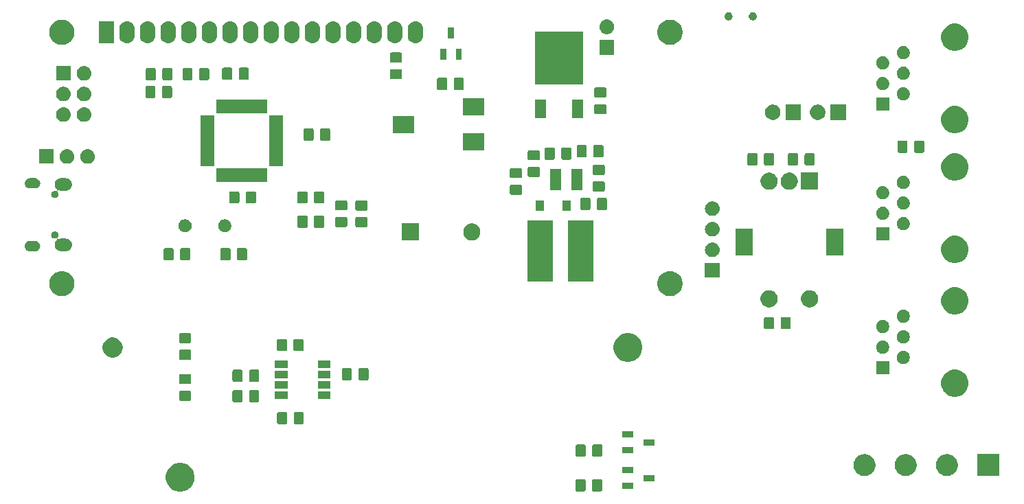
<source format=gbr>
G04 #@! TF.GenerationSoftware,KiCad,Pcbnew,(5.0.1)-3*
G04 #@! TF.CreationDate,2019-05-30T14:31:15+02:00*
G04 #@! TF.ProjectId,SudTempControl,53756454656D70436F6E74726F6C2E6B,rev?*
G04 #@! TF.SameCoordinates,Original*
G04 #@! TF.FileFunction,Soldermask,Bot*
G04 #@! TF.FilePolarity,Negative*
%FSLAX46Y46*%
G04 Gerber Fmt 4.6, Leading zero omitted, Abs format (unit mm)*
G04 Created by KiCad (PCBNEW (5.0.1)-3) date 30.05.2019 14:31:15*
%MOMM*%
%LPD*%
G01*
G04 APERTURE LIST*
%ADD10C,0.100000*%
G04 APERTURE END LIST*
D10*
G36*
X128918037Y-127792250D02*
X128918039Y-127792251D01*
X128918040Y-127792251D01*
X129241251Y-127926129D01*
X129241252Y-127926130D01*
X129532137Y-128120493D01*
X129779507Y-128367863D01*
X129779509Y-128367866D01*
X129973871Y-128658749D01*
X130057735Y-128861215D01*
X130107750Y-128981963D01*
X130176000Y-129325078D01*
X130176000Y-129674922D01*
X130116112Y-129976000D01*
X130107749Y-130018040D01*
X129973871Y-130341251D01*
X129973870Y-130341252D01*
X129779507Y-130632137D01*
X129532137Y-130879507D01*
X129532134Y-130879509D01*
X129241251Y-131073871D01*
X128918040Y-131207749D01*
X128918039Y-131207749D01*
X128918037Y-131207750D01*
X128574922Y-131276000D01*
X128225078Y-131276000D01*
X127881963Y-131207750D01*
X127881961Y-131207749D01*
X127881960Y-131207749D01*
X127558749Y-131073871D01*
X127267866Y-130879509D01*
X127267863Y-130879507D01*
X127020493Y-130632137D01*
X126826130Y-130341252D01*
X126826129Y-130341251D01*
X126692251Y-130018040D01*
X126683889Y-129976000D01*
X126624000Y-129674922D01*
X126624000Y-129325078D01*
X126692250Y-128981963D01*
X126742265Y-128861215D01*
X126826129Y-128658749D01*
X127020491Y-128367866D01*
X127020493Y-128367863D01*
X127267863Y-128120493D01*
X127558748Y-127926130D01*
X127558749Y-127926129D01*
X127881960Y-127792251D01*
X127881961Y-127792251D01*
X127881963Y-127792250D01*
X128225078Y-127724000D01*
X128574922Y-127724000D01*
X128918037Y-127792250D01*
X128918037Y-127792250D01*
G37*
G36*
X180263677Y-129753465D02*
X180301364Y-129764898D01*
X180336103Y-129783466D01*
X180366548Y-129808452D01*
X180391534Y-129838897D01*
X180410102Y-129873636D01*
X180421535Y-129911323D01*
X180426000Y-129956661D01*
X180426000Y-131043339D01*
X180421535Y-131088677D01*
X180410102Y-131126364D01*
X180391534Y-131161103D01*
X180366548Y-131191548D01*
X180336103Y-131216534D01*
X180301364Y-131235102D01*
X180263677Y-131246535D01*
X180218339Y-131251000D01*
X179381661Y-131251000D01*
X179336323Y-131246535D01*
X179298636Y-131235102D01*
X179263897Y-131216534D01*
X179233452Y-131191548D01*
X179208466Y-131161103D01*
X179189898Y-131126364D01*
X179178465Y-131088677D01*
X179174000Y-131043339D01*
X179174000Y-129956661D01*
X179178465Y-129911323D01*
X179189898Y-129873636D01*
X179208466Y-129838897D01*
X179233452Y-129808452D01*
X179263897Y-129783466D01*
X179298636Y-129764898D01*
X179336323Y-129753465D01*
X179381661Y-129749000D01*
X180218339Y-129749000D01*
X180263677Y-129753465D01*
X180263677Y-129753465D01*
G37*
G36*
X178213677Y-129753465D02*
X178251364Y-129764898D01*
X178286103Y-129783466D01*
X178316548Y-129808452D01*
X178341534Y-129838897D01*
X178360102Y-129873636D01*
X178371535Y-129911323D01*
X178376000Y-129956661D01*
X178376000Y-131043339D01*
X178371535Y-131088677D01*
X178360102Y-131126364D01*
X178341534Y-131161103D01*
X178316548Y-131191548D01*
X178286103Y-131216534D01*
X178251364Y-131235102D01*
X178213677Y-131246535D01*
X178168339Y-131251000D01*
X177331661Y-131251000D01*
X177286323Y-131246535D01*
X177248636Y-131235102D01*
X177213897Y-131216534D01*
X177183452Y-131191548D01*
X177158466Y-131161103D01*
X177139898Y-131126364D01*
X177128465Y-131088677D01*
X177124000Y-131043339D01*
X177124000Y-129956661D01*
X177128465Y-129911323D01*
X177139898Y-129873636D01*
X177158466Y-129838897D01*
X177183452Y-129808452D01*
X177213897Y-129783466D01*
X177248636Y-129764898D01*
X177286323Y-129753465D01*
X177331661Y-129749000D01*
X178168339Y-129749000D01*
X178213677Y-129753465D01*
X178213677Y-129753465D01*
G37*
G36*
X184251000Y-130926000D02*
X182929000Y-130926000D01*
X182929000Y-130174000D01*
X184251000Y-130174000D01*
X184251000Y-130926000D01*
X184251000Y-130926000D01*
G37*
G36*
X186871000Y-129976000D02*
X185549000Y-129976000D01*
X185549000Y-129224000D01*
X186871000Y-129224000D01*
X186871000Y-129976000D01*
X186871000Y-129976000D01*
G37*
G36*
X223183567Y-126674959D02*
X223314072Y-126700918D01*
X223559939Y-126802759D01*
X223713148Y-126905131D01*
X223781215Y-126950612D01*
X223969388Y-127138785D01*
X223969390Y-127138788D01*
X224117241Y-127360061D01*
X224219082Y-127605928D01*
X224271000Y-127866938D01*
X224271000Y-128133062D01*
X224219082Y-128394072D01*
X224117241Y-128639939D01*
X223969890Y-128860464D01*
X223969388Y-128861215D01*
X223781215Y-129049388D01*
X223781212Y-129049390D01*
X223559939Y-129197241D01*
X223314072Y-129299082D01*
X223183567Y-129325041D01*
X223053063Y-129351000D01*
X222786937Y-129351000D01*
X222656433Y-129325041D01*
X222525928Y-129299082D01*
X222280061Y-129197241D01*
X222058788Y-129049390D01*
X222058785Y-129049388D01*
X221870612Y-128861215D01*
X221870110Y-128860464D01*
X221722759Y-128639939D01*
X221620918Y-128394072D01*
X221569000Y-128133062D01*
X221569000Y-127866938D01*
X221620918Y-127605928D01*
X221722759Y-127360061D01*
X221870610Y-127138788D01*
X221870612Y-127138785D01*
X222058785Y-126950612D01*
X222126852Y-126905131D01*
X222280061Y-126802759D01*
X222525928Y-126700918D01*
X222656433Y-126674959D01*
X222786937Y-126649000D01*
X223053063Y-126649000D01*
X223183567Y-126674959D01*
X223183567Y-126674959D01*
G37*
G36*
X218103567Y-126674959D02*
X218234072Y-126700918D01*
X218479939Y-126802759D01*
X218633148Y-126905131D01*
X218701215Y-126950612D01*
X218889388Y-127138785D01*
X218889390Y-127138788D01*
X219037241Y-127360061D01*
X219139082Y-127605928D01*
X219191000Y-127866938D01*
X219191000Y-128133062D01*
X219139082Y-128394072D01*
X219037241Y-128639939D01*
X218889890Y-128860464D01*
X218889388Y-128861215D01*
X218701215Y-129049388D01*
X218701212Y-129049390D01*
X218479939Y-129197241D01*
X218234072Y-129299082D01*
X218103567Y-129325041D01*
X217973063Y-129351000D01*
X217706937Y-129351000D01*
X217576433Y-129325041D01*
X217445928Y-129299082D01*
X217200061Y-129197241D01*
X216978788Y-129049390D01*
X216978785Y-129049388D01*
X216790612Y-128861215D01*
X216790110Y-128860464D01*
X216642759Y-128639939D01*
X216540918Y-128394072D01*
X216489000Y-128133062D01*
X216489000Y-127866938D01*
X216540918Y-127605928D01*
X216642759Y-127360061D01*
X216790610Y-127138788D01*
X216790612Y-127138785D01*
X216978785Y-126950612D01*
X217046852Y-126905131D01*
X217200061Y-126802759D01*
X217445928Y-126700918D01*
X217576433Y-126674959D01*
X217706937Y-126649000D01*
X217973063Y-126649000D01*
X218103567Y-126674959D01*
X218103567Y-126674959D01*
G37*
G36*
X229351000Y-129351000D02*
X226649000Y-129351000D01*
X226649000Y-126649000D01*
X229351000Y-126649000D01*
X229351000Y-129351000D01*
X229351000Y-129351000D01*
G37*
G36*
X213023567Y-126674959D02*
X213154072Y-126700918D01*
X213399939Y-126802759D01*
X213553148Y-126905131D01*
X213621215Y-126950612D01*
X213809388Y-127138785D01*
X213809390Y-127138788D01*
X213957241Y-127360061D01*
X214059082Y-127605928D01*
X214111000Y-127866938D01*
X214111000Y-128133062D01*
X214059082Y-128394072D01*
X213957241Y-128639939D01*
X213809890Y-128860464D01*
X213809388Y-128861215D01*
X213621215Y-129049388D01*
X213621212Y-129049390D01*
X213399939Y-129197241D01*
X213154072Y-129299082D01*
X213023567Y-129325041D01*
X212893063Y-129351000D01*
X212626937Y-129351000D01*
X212496433Y-129325041D01*
X212365928Y-129299082D01*
X212120061Y-129197241D01*
X211898788Y-129049390D01*
X211898785Y-129049388D01*
X211710612Y-128861215D01*
X211710110Y-128860464D01*
X211562759Y-128639939D01*
X211460918Y-128394072D01*
X211409000Y-128133062D01*
X211409000Y-127866938D01*
X211460918Y-127605928D01*
X211562759Y-127360061D01*
X211710610Y-127138788D01*
X211710612Y-127138785D01*
X211898785Y-126950612D01*
X211966852Y-126905131D01*
X212120061Y-126802759D01*
X212365928Y-126700918D01*
X212496433Y-126674959D01*
X212626937Y-126649000D01*
X212893063Y-126649000D01*
X213023567Y-126674959D01*
X213023567Y-126674959D01*
G37*
G36*
X184251000Y-129026000D02*
X182929000Y-129026000D01*
X182929000Y-128274000D01*
X184251000Y-128274000D01*
X184251000Y-129026000D01*
X184251000Y-129026000D01*
G37*
G36*
X180288677Y-125453465D02*
X180326364Y-125464898D01*
X180361103Y-125483466D01*
X180391548Y-125508452D01*
X180416534Y-125538897D01*
X180435102Y-125573636D01*
X180446535Y-125611323D01*
X180451000Y-125656661D01*
X180451000Y-126743339D01*
X180446535Y-126788677D01*
X180435102Y-126826364D01*
X180416534Y-126861103D01*
X180391548Y-126891548D01*
X180361103Y-126916534D01*
X180326364Y-126935102D01*
X180288677Y-126946535D01*
X180243339Y-126951000D01*
X179406661Y-126951000D01*
X179361323Y-126946535D01*
X179323636Y-126935102D01*
X179288897Y-126916534D01*
X179258452Y-126891548D01*
X179233466Y-126861103D01*
X179214898Y-126826364D01*
X179203465Y-126788677D01*
X179199000Y-126743339D01*
X179199000Y-125656661D01*
X179203465Y-125611323D01*
X179214898Y-125573636D01*
X179233466Y-125538897D01*
X179258452Y-125508452D01*
X179288897Y-125483466D01*
X179323636Y-125464898D01*
X179361323Y-125453465D01*
X179406661Y-125449000D01*
X180243339Y-125449000D01*
X180288677Y-125453465D01*
X180288677Y-125453465D01*
G37*
G36*
X178238677Y-125453465D02*
X178276364Y-125464898D01*
X178311103Y-125483466D01*
X178341548Y-125508452D01*
X178366534Y-125538897D01*
X178385102Y-125573636D01*
X178396535Y-125611323D01*
X178401000Y-125656661D01*
X178401000Y-126743339D01*
X178396535Y-126788677D01*
X178385102Y-126826364D01*
X178366534Y-126861103D01*
X178341548Y-126891548D01*
X178311103Y-126916534D01*
X178276364Y-126935102D01*
X178238677Y-126946535D01*
X178193339Y-126951000D01*
X177356661Y-126951000D01*
X177311323Y-126946535D01*
X177273636Y-126935102D01*
X177238897Y-126916534D01*
X177208452Y-126891548D01*
X177183466Y-126861103D01*
X177164898Y-126826364D01*
X177153465Y-126788677D01*
X177149000Y-126743339D01*
X177149000Y-125656661D01*
X177153465Y-125611323D01*
X177164898Y-125573636D01*
X177183466Y-125538897D01*
X177208452Y-125508452D01*
X177238897Y-125483466D01*
X177273636Y-125464898D01*
X177311323Y-125453465D01*
X177356661Y-125449000D01*
X178193339Y-125449000D01*
X178238677Y-125453465D01*
X178238677Y-125453465D01*
G37*
G36*
X184251000Y-126526000D02*
X182929000Y-126526000D01*
X182929000Y-125774000D01*
X184251000Y-125774000D01*
X184251000Y-126526000D01*
X184251000Y-126526000D01*
G37*
G36*
X186871000Y-125576000D02*
X185549000Y-125576000D01*
X185549000Y-124824000D01*
X186871000Y-124824000D01*
X186871000Y-125576000D01*
X186871000Y-125576000D01*
G37*
G36*
X184251000Y-124626000D02*
X182929000Y-124626000D01*
X182929000Y-123874000D01*
X184251000Y-123874000D01*
X184251000Y-124626000D01*
X184251000Y-124626000D01*
G37*
G36*
X143488677Y-121453465D02*
X143526364Y-121464898D01*
X143561103Y-121483466D01*
X143591548Y-121508452D01*
X143616534Y-121538897D01*
X143635102Y-121573636D01*
X143646535Y-121611323D01*
X143651000Y-121656661D01*
X143651000Y-122743339D01*
X143646535Y-122788677D01*
X143635102Y-122826364D01*
X143616534Y-122861103D01*
X143591548Y-122891548D01*
X143561103Y-122916534D01*
X143526364Y-122935102D01*
X143488677Y-122946535D01*
X143443339Y-122951000D01*
X142606661Y-122951000D01*
X142561323Y-122946535D01*
X142523636Y-122935102D01*
X142488897Y-122916534D01*
X142458452Y-122891548D01*
X142433466Y-122861103D01*
X142414898Y-122826364D01*
X142403465Y-122788677D01*
X142399000Y-122743339D01*
X142399000Y-121656661D01*
X142403465Y-121611323D01*
X142414898Y-121573636D01*
X142433466Y-121538897D01*
X142458452Y-121508452D01*
X142488897Y-121483466D01*
X142523636Y-121464898D01*
X142561323Y-121453465D01*
X142606661Y-121449000D01*
X143443339Y-121449000D01*
X143488677Y-121453465D01*
X143488677Y-121453465D01*
G37*
G36*
X141438677Y-121453465D02*
X141476364Y-121464898D01*
X141511103Y-121483466D01*
X141541548Y-121508452D01*
X141566534Y-121538897D01*
X141585102Y-121573636D01*
X141596535Y-121611323D01*
X141601000Y-121656661D01*
X141601000Y-122743339D01*
X141596535Y-122788677D01*
X141585102Y-122826364D01*
X141566534Y-122861103D01*
X141541548Y-122891548D01*
X141511103Y-122916534D01*
X141476364Y-122935102D01*
X141438677Y-122946535D01*
X141393339Y-122951000D01*
X140556661Y-122951000D01*
X140511323Y-122946535D01*
X140473636Y-122935102D01*
X140438897Y-122916534D01*
X140408452Y-122891548D01*
X140383466Y-122861103D01*
X140364898Y-122826364D01*
X140353465Y-122788677D01*
X140349000Y-122743339D01*
X140349000Y-121656661D01*
X140353465Y-121611323D01*
X140364898Y-121573636D01*
X140383466Y-121538897D01*
X140408452Y-121508452D01*
X140438897Y-121483466D01*
X140473636Y-121464898D01*
X140511323Y-121453465D01*
X140556661Y-121449000D01*
X141393339Y-121449000D01*
X141438677Y-121453465D01*
X141438677Y-121453465D01*
G37*
G36*
X137988677Y-118753465D02*
X138026364Y-118764898D01*
X138061103Y-118783466D01*
X138091548Y-118808452D01*
X138116534Y-118838897D01*
X138135102Y-118873636D01*
X138146535Y-118911323D01*
X138151000Y-118956661D01*
X138151000Y-120043339D01*
X138146535Y-120088677D01*
X138135102Y-120126364D01*
X138116534Y-120161103D01*
X138091548Y-120191548D01*
X138061103Y-120216534D01*
X138026364Y-120235102D01*
X137988677Y-120246535D01*
X137943339Y-120251000D01*
X137106661Y-120251000D01*
X137061323Y-120246535D01*
X137023636Y-120235102D01*
X136988897Y-120216534D01*
X136958452Y-120191548D01*
X136933466Y-120161103D01*
X136914898Y-120126364D01*
X136903465Y-120088677D01*
X136899000Y-120043339D01*
X136899000Y-118956661D01*
X136903465Y-118911323D01*
X136914898Y-118873636D01*
X136933466Y-118838897D01*
X136958452Y-118808452D01*
X136988897Y-118783466D01*
X137023636Y-118764898D01*
X137061323Y-118753465D01*
X137106661Y-118749000D01*
X137943339Y-118749000D01*
X137988677Y-118753465D01*
X137988677Y-118753465D01*
G37*
G36*
X135938677Y-118753465D02*
X135976364Y-118764898D01*
X136011103Y-118783466D01*
X136041548Y-118808452D01*
X136066534Y-118838897D01*
X136085102Y-118873636D01*
X136096535Y-118911323D01*
X136101000Y-118956661D01*
X136101000Y-120043339D01*
X136096535Y-120088677D01*
X136085102Y-120126364D01*
X136066534Y-120161103D01*
X136041548Y-120191548D01*
X136011103Y-120216534D01*
X135976364Y-120235102D01*
X135938677Y-120246535D01*
X135893339Y-120251000D01*
X135056661Y-120251000D01*
X135011323Y-120246535D01*
X134973636Y-120235102D01*
X134938897Y-120216534D01*
X134908452Y-120191548D01*
X134883466Y-120161103D01*
X134864898Y-120126364D01*
X134853465Y-120088677D01*
X134849000Y-120043339D01*
X134849000Y-118956661D01*
X134853465Y-118911323D01*
X134864898Y-118873636D01*
X134883466Y-118838897D01*
X134908452Y-118808452D01*
X134938897Y-118783466D01*
X134973636Y-118764898D01*
X135011323Y-118753465D01*
X135056661Y-118749000D01*
X135893339Y-118749000D01*
X135938677Y-118753465D01*
X135938677Y-118753465D01*
G37*
G36*
X129588677Y-118828465D02*
X129626364Y-118839898D01*
X129661103Y-118858466D01*
X129691548Y-118883452D01*
X129716534Y-118913897D01*
X129735102Y-118948636D01*
X129746535Y-118986323D01*
X129751000Y-119031661D01*
X129751000Y-119868339D01*
X129746535Y-119913677D01*
X129735102Y-119951364D01*
X129716534Y-119986103D01*
X129691548Y-120016548D01*
X129661103Y-120041534D01*
X129626364Y-120060102D01*
X129588677Y-120071535D01*
X129543339Y-120076000D01*
X128456661Y-120076000D01*
X128411323Y-120071535D01*
X128373636Y-120060102D01*
X128338897Y-120041534D01*
X128308452Y-120016548D01*
X128283466Y-119986103D01*
X128264898Y-119951364D01*
X128253465Y-119913677D01*
X128249000Y-119868339D01*
X128249000Y-119031661D01*
X128253465Y-118986323D01*
X128264898Y-118948636D01*
X128283466Y-118913897D01*
X128308452Y-118883452D01*
X128338897Y-118858466D01*
X128373636Y-118839898D01*
X128411323Y-118828465D01*
X128456661Y-118824000D01*
X129543339Y-118824000D01*
X129588677Y-118828465D01*
X129588677Y-118828465D01*
G37*
G36*
X146901000Y-119856000D02*
X145349000Y-119856000D01*
X145349000Y-118954000D01*
X146901000Y-118954000D01*
X146901000Y-119856000D01*
X146901000Y-119856000D01*
G37*
G36*
X141651000Y-119856000D02*
X140099000Y-119856000D01*
X140099000Y-118954000D01*
X141651000Y-118954000D01*
X141651000Y-119856000D01*
X141651000Y-119856000D01*
G37*
G36*
X224378871Y-116298408D02*
X224683883Y-116424748D01*
X224748726Y-116468075D01*
X224958390Y-116608168D01*
X225191832Y-116841610D01*
X225191834Y-116841613D01*
X225375252Y-117116117D01*
X225501592Y-117421129D01*
X225566000Y-117744928D01*
X225566000Y-118075072D01*
X225501592Y-118398871D01*
X225375252Y-118703883D01*
X225241726Y-118903718D01*
X225191832Y-118978390D01*
X224958390Y-119211832D01*
X224958387Y-119211834D01*
X224683883Y-119395252D01*
X224378871Y-119521592D01*
X224055072Y-119586000D01*
X223724928Y-119586000D01*
X223401129Y-119521592D01*
X223096117Y-119395252D01*
X222821613Y-119211834D01*
X222821610Y-119211832D01*
X222588168Y-118978390D01*
X222538274Y-118903718D01*
X222404748Y-118703883D01*
X222278408Y-118398871D01*
X222214000Y-118075072D01*
X222214000Y-117744928D01*
X222278408Y-117421129D01*
X222404748Y-117116117D01*
X222588166Y-116841613D01*
X222588168Y-116841610D01*
X222821610Y-116608168D01*
X223031274Y-116468075D01*
X223096117Y-116424748D01*
X223401129Y-116298408D01*
X223724928Y-116234000D01*
X224055072Y-116234000D01*
X224378871Y-116298408D01*
X224378871Y-116298408D01*
G37*
G36*
X146901000Y-118586000D02*
X145349000Y-118586000D01*
X145349000Y-117684000D01*
X146901000Y-117684000D01*
X146901000Y-118586000D01*
X146901000Y-118586000D01*
G37*
G36*
X141651000Y-118586000D02*
X140099000Y-118586000D01*
X140099000Y-117684000D01*
X141651000Y-117684000D01*
X141651000Y-118586000D01*
X141651000Y-118586000D01*
G37*
G36*
X129588677Y-116778465D02*
X129626364Y-116789898D01*
X129661103Y-116808466D01*
X129691548Y-116833452D01*
X129716534Y-116863897D01*
X129735102Y-116898636D01*
X129746535Y-116936323D01*
X129751000Y-116981661D01*
X129751000Y-117818339D01*
X129746535Y-117863677D01*
X129735102Y-117901364D01*
X129716534Y-117936103D01*
X129691548Y-117966548D01*
X129661103Y-117991534D01*
X129626364Y-118010102D01*
X129588677Y-118021535D01*
X129543339Y-118026000D01*
X128456661Y-118026000D01*
X128411323Y-118021535D01*
X128373636Y-118010102D01*
X128338897Y-117991534D01*
X128308452Y-117966548D01*
X128283466Y-117936103D01*
X128264898Y-117901364D01*
X128253465Y-117863677D01*
X128249000Y-117818339D01*
X128249000Y-116981661D01*
X128253465Y-116936323D01*
X128264898Y-116898636D01*
X128283466Y-116863897D01*
X128308452Y-116833452D01*
X128338897Y-116808466D01*
X128373636Y-116789898D01*
X128411323Y-116778465D01*
X128456661Y-116774000D01*
X129543339Y-116774000D01*
X129588677Y-116778465D01*
X129588677Y-116778465D01*
G37*
G36*
X135938677Y-116253465D02*
X135976364Y-116264898D01*
X136011103Y-116283466D01*
X136041548Y-116308452D01*
X136066534Y-116338897D01*
X136085102Y-116373636D01*
X136096535Y-116411323D01*
X136101000Y-116456661D01*
X136101000Y-117543339D01*
X136096535Y-117588677D01*
X136085102Y-117626364D01*
X136066534Y-117661103D01*
X136041548Y-117691548D01*
X136011103Y-117716534D01*
X135976364Y-117735102D01*
X135938677Y-117746535D01*
X135893339Y-117751000D01*
X135056661Y-117751000D01*
X135011323Y-117746535D01*
X134973636Y-117735102D01*
X134938897Y-117716534D01*
X134908452Y-117691548D01*
X134883466Y-117661103D01*
X134864898Y-117626364D01*
X134853465Y-117588677D01*
X134849000Y-117543339D01*
X134849000Y-116456661D01*
X134853465Y-116411323D01*
X134864898Y-116373636D01*
X134883466Y-116338897D01*
X134908452Y-116308452D01*
X134938897Y-116283466D01*
X134973636Y-116264898D01*
X135011323Y-116253465D01*
X135056661Y-116249000D01*
X135893339Y-116249000D01*
X135938677Y-116253465D01*
X135938677Y-116253465D01*
G37*
G36*
X137988677Y-116253465D02*
X138026364Y-116264898D01*
X138061103Y-116283466D01*
X138091548Y-116308452D01*
X138116534Y-116338897D01*
X138135102Y-116373636D01*
X138146535Y-116411323D01*
X138151000Y-116456661D01*
X138151000Y-117543339D01*
X138146535Y-117588677D01*
X138135102Y-117626364D01*
X138116534Y-117661103D01*
X138091548Y-117691548D01*
X138061103Y-117716534D01*
X138026364Y-117735102D01*
X137988677Y-117746535D01*
X137943339Y-117751000D01*
X137106661Y-117751000D01*
X137061323Y-117746535D01*
X137023636Y-117735102D01*
X136988897Y-117716534D01*
X136958452Y-117691548D01*
X136933466Y-117661103D01*
X136914898Y-117626364D01*
X136903465Y-117588677D01*
X136899000Y-117543339D01*
X136899000Y-116456661D01*
X136903465Y-116411323D01*
X136914898Y-116373636D01*
X136933466Y-116338897D01*
X136958452Y-116308452D01*
X136988897Y-116283466D01*
X137023636Y-116264898D01*
X137061323Y-116253465D01*
X137106661Y-116249000D01*
X137943339Y-116249000D01*
X137988677Y-116253465D01*
X137988677Y-116253465D01*
G37*
G36*
X151463677Y-116053465D02*
X151501364Y-116064898D01*
X151536103Y-116083466D01*
X151566548Y-116108452D01*
X151591534Y-116138897D01*
X151610102Y-116173636D01*
X151621535Y-116211323D01*
X151626000Y-116256661D01*
X151626000Y-117343339D01*
X151621535Y-117388677D01*
X151610102Y-117426364D01*
X151591534Y-117461103D01*
X151566548Y-117491548D01*
X151536103Y-117516534D01*
X151501364Y-117535102D01*
X151463677Y-117546535D01*
X151418339Y-117551000D01*
X150581661Y-117551000D01*
X150536323Y-117546535D01*
X150498636Y-117535102D01*
X150463897Y-117516534D01*
X150433452Y-117491548D01*
X150408466Y-117461103D01*
X150389898Y-117426364D01*
X150378465Y-117388677D01*
X150374000Y-117343339D01*
X150374000Y-116256661D01*
X150378465Y-116211323D01*
X150389898Y-116173636D01*
X150408466Y-116138897D01*
X150433452Y-116108452D01*
X150463897Y-116083466D01*
X150498636Y-116064898D01*
X150536323Y-116053465D01*
X150581661Y-116049000D01*
X151418339Y-116049000D01*
X151463677Y-116053465D01*
X151463677Y-116053465D01*
G37*
G36*
X149413677Y-116053465D02*
X149451364Y-116064898D01*
X149486103Y-116083466D01*
X149516548Y-116108452D01*
X149541534Y-116138897D01*
X149560102Y-116173636D01*
X149571535Y-116211323D01*
X149576000Y-116256661D01*
X149576000Y-117343339D01*
X149571535Y-117388677D01*
X149560102Y-117426364D01*
X149541534Y-117461103D01*
X149516548Y-117491548D01*
X149486103Y-117516534D01*
X149451364Y-117535102D01*
X149413677Y-117546535D01*
X149368339Y-117551000D01*
X148531661Y-117551000D01*
X148486323Y-117546535D01*
X148448636Y-117535102D01*
X148413897Y-117516534D01*
X148383452Y-117491548D01*
X148358466Y-117461103D01*
X148339898Y-117426364D01*
X148328465Y-117388677D01*
X148324000Y-117343339D01*
X148324000Y-116256661D01*
X148328465Y-116211323D01*
X148339898Y-116173636D01*
X148358466Y-116138897D01*
X148383452Y-116108452D01*
X148413897Y-116083466D01*
X148448636Y-116064898D01*
X148486323Y-116053465D01*
X148531661Y-116049000D01*
X149368339Y-116049000D01*
X149413677Y-116053465D01*
X149413677Y-116053465D01*
G37*
G36*
X146901000Y-117316000D02*
X145349000Y-117316000D01*
X145349000Y-116414000D01*
X146901000Y-116414000D01*
X146901000Y-117316000D01*
X146901000Y-117316000D01*
G37*
G36*
X141651000Y-117316000D02*
X140099000Y-117316000D01*
X140099000Y-116414000D01*
X141651000Y-116414000D01*
X141651000Y-117316000D01*
X141651000Y-117316000D01*
G37*
G36*
X215811000Y-116811000D02*
X214189000Y-116811000D01*
X214189000Y-115189000D01*
X215811000Y-115189000D01*
X215811000Y-116811000D01*
X215811000Y-116811000D01*
G37*
G36*
X146901000Y-116046000D02*
X145349000Y-116046000D01*
X145349000Y-115144000D01*
X146901000Y-115144000D01*
X146901000Y-116046000D01*
X146901000Y-116046000D01*
G37*
G36*
X141651000Y-116046000D02*
X140099000Y-116046000D01*
X140099000Y-115144000D01*
X141651000Y-115144000D01*
X141651000Y-116046000D01*
X141651000Y-116046000D01*
G37*
G36*
X217735592Y-113942017D02*
X217776560Y-113950166D01*
X217924153Y-114011301D01*
X218055213Y-114098873D01*
X218056985Y-114100057D01*
X218169943Y-114213015D01*
X218169945Y-114213018D01*
X218255629Y-114341252D01*
X218258700Y-114345849D01*
X218319834Y-114493440D01*
X218351000Y-114650122D01*
X218351000Y-114809878D01*
X218319834Y-114966560D01*
X218297380Y-115020770D01*
X218258699Y-115114153D01*
X218196160Y-115207749D01*
X218169943Y-115246985D01*
X218056985Y-115359943D01*
X218056982Y-115359945D01*
X217924153Y-115448699D01*
X217924152Y-115448700D01*
X217924151Y-115448700D01*
X217776560Y-115509834D01*
X217619878Y-115541000D01*
X217460122Y-115541000D01*
X217303440Y-115509834D01*
X217155849Y-115448700D01*
X217155848Y-115448700D01*
X217155847Y-115448699D01*
X217023018Y-115359945D01*
X217023015Y-115359943D01*
X216910057Y-115246985D01*
X216883840Y-115207749D01*
X216821301Y-115114153D01*
X216782621Y-115020770D01*
X216760166Y-114966560D01*
X216729000Y-114809878D01*
X216729000Y-114650122D01*
X216760166Y-114493440D01*
X216821300Y-114345849D01*
X216824372Y-114341252D01*
X216910055Y-114213018D01*
X216910057Y-114213015D01*
X217023015Y-114100057D01*
X217024787Y-114098873D01*
X217155847Y-114011301D01*
X217303440Y-113950166D01*
X217344408Y-113942017D01*
X217460122Y-113919000D01*
X217619878Y-113919000D01*
X217735592Y-113942017D01*
X217735592Y-113942017D01*
G37*
G36*
X184118037Y-111792250D02*
X184118039Y-111792251D01*
X184118040Y-111792251D01*
X184441251Y-111926129D01*
X184546079Y-111996173D01*
X184732137Y-112120493D01*
X184979507Y-112367863D01*
X184979509Y-112367866D01*
X185173871Y-112658749D01*
X185298695Y-112960102D01*
X185307750Y-112981963D01*
X185376000Y-113325078D01*
X185376000Y-113674922D01*
X185309090Y-114011301D01*
X185307749Y-114018040D01*
X185173871Y-114341251D01*
X185089294Y-114467829D01*
X184979507Y-114632137D01*
X184732137Y-114879507D01*
X184732134Y-114879509D01*
X184441251Y-115073871D01*
X184118040Y-115207749D01*
X184118039Y-115207749D01*
X184118037Y-115207750D01*
X183774922Y-115276000D01*
X183425078Y-115276000D01*
X183081963Y-115207750D01*
X183081961Y-115207749D01*
X183081960Y-115207749D01*
X182758749Y-115073871D01*
X182467866Y-114879509D01*
X182467863Y-114879507D01*
X182220493Y-114632137D01*
X182110706Y-114467829D01*
X182026129Y-114341251D01*
X181892251Y-114018040D01*
X181890911Y-114011301D01*
X181824000Y-113674922D01*
X181824000Y-113325078D01*
X181892250Y-112981963D01*
X181901305Y-112960102D01*
X182026129Y-112658749D01*
X182220491Y-112367866D01*
X182220493Y-112367863D01*
X182467863Y-112120493D01*
X182653921Y-111996173D01*
X182758749Y-111926129D01*
X183081960Y-111792251D01*
X183081961Y-111792251D01*
X183081963Y-111792250D01*
X183425078Y-111724000D01*
X183774922Y-111724000D01*
X184118037Y-111792250D01*
X184118037Y-111792250D01*
G37*
G36*
X129588677Y-113778465D02*
X129626364Y-113789898D01*
X129661103Y-113808466D01*
X129691548Y-113833452D01*
X129716534Y-113863897D01*
X129735102Y-113898636D01*
X129746535Y-113936323D01*
X129751000Y-113981661D01*
X129751000Y-114818339D01*
X129746535Y-114863677D01*
X129735102Y-114901364D01*
X129716534Y-114936103D01*
X129691548Y-114966548D01*
X129661103Y-114991534D01*
X129626364Y-115010102D01*
X129588677Y-115021535D01*
X129543339Y-115026000D01*
X128456661Y-115026000D01*
X128411323Y-115021535D01*
X128373636Y-115010102D01*
X128338897Y-114991534D01*
X128308452Y-114966548D01*
X128283466Y-114936103D01*
X128264898Y-114901364D01*
X128253465Y-114863677D01*
X128249000Y-114818339D01*
X128249000Y-113981661D01*
X128253465Y-113936323D01*
X128264898Y-113898636D01*
X128283466Y-113863897D01*
X128308452Y-113833452D01*
X128338897Y-113808466D01*
X128373636Y-113789898D01*
X128411323Y-113778465D01*
X128456661Y-113774000D01*
X129543339Y-113774000D01*
X129588677Y-113778465D01*
X129588677Y-113778465D01*
G37*
G36*
X120433443Y-112301882D02*
X120660203Y-112395809D01*
X120742167Y-112450576D01*
X120864279Y-112532168D01*
X121037832Y-112705721D01*
X121119424Y-112827833D01*
X121174191Y-112909797D01*
X121268118Y-113136557D01*
X121316000Y-113377278D01*
X121316000Y-113622722D01*
X121268118Y-113863443D01*
X121174191Y-114090203D01*
X121119424Y-114172167D01*
X121037832Y-114294279D01*
X120864279Y-114467832D01*
X120742167Y-114549424D01*
X120660203Y-114604191D01*
X120433443Y-114698118D01*
X120192722Y-114746000D01*
X119947278Y-114746000D01*
X119706557Y-114698118D01*
X119479797Y-114604191D01*
X119397833Y-114549424D01*
X119275721Y-114467832D01*
X119102168Y-114294279D01*
X119020576Y-114172167D01*
X118965809Y-114090203D01*
X118871882Y-113863443D01*
X118824000Y-113622722D01*
X118824000Y-113377278D01*
X118871882Y-113136557D01*
X118965809Y-112909797D01*
X119020576Y-112827833D01*
X119102168Y-112705721D01*
X119275721Y-112532168D01*
X119397833Y-112450576D01*
X119479797Y-112395809D01*
X119706557Y-112301882D01*
X119947278Y-112254000D01*
X120192722Y-112254000D01*
X120433443Y-112301882D01*
X120433443Y-112301882D01*
G37*
G36*
X215175774Y-112668075D02*
X215236560Y-112680166D01*
X215384153Y-112741301D01*
X215424618Y-112768339D01*
X215516985Y-112830057D01*
X215629943Y-112943015D01*
X215629945Y-112943018D01*
X215668688Y-113001000D01*
X215718700Y-113075849D01*
X215779834Y-113223440D01*
X215811000Y-113380122D01*
X215811000Y-113539878D01*
X215779834Y-113696560D01*
X215723132Y-113833452D01*
X215718699Y-113844153D01*
X215661149Y-113930282D01*
X215629943Y-113976985D01*
X215516985Y-114089943D01*
X215516982Y-114089945D01*
X215384153Y-114178699D01*
X215384152Y-114178700D01*
X215384151Y-114178700D01*
X215236560Y-114239834D01*
X215079878Y-114271000D01*
X214920122Y-114271000D01*
X214763440Y-114239834D01*
X214615849Y-114178700D01*
X214615848Y-114178700D01*
X214615847Y-114178699D01*
X214483018Y-114089945D01*
X214483015Y-114089943D01*
X214370057Y-113976985D01*
X214338851Y-113930282D01*
X214281301Y-113844153D01*
X214276869Y-113833452D01*
X214220166Y-113696560D01*
X214189000Y-113539878D01*
X214189000Y-113380122D01*
X214220166Y-113223440D01*
X214281300Y-113075849D01*
X214331313Y-113001000D01*
X214370055Y-112943018D01*
X214370057Y-112943015D01*
X214483015Y-112830057D01*
X214575382Y-112768339D01*
X214615847Y-112741301D01*
X214763440Y-112680166D01*
X214824226Y-112668075D01*
X214920122Y-112649000D01*
X215079878Y-112649000D01*
X215175774Y-112668075D01*
X215175774Y-112668075D01*
G37*
G36*
X143463677Y-112453465D02*
X143501364Y-112464898D01*
X143536103Y-112483466D01*
X143566548Y-112508452D01*
X143591534Y-112538897D01*
X143610102Y-112573636D01*
X143621535Y-112611323D01*
X143626000Y-112656661D01*
X143626000Y-113743339D01*
X143621535Y-113788677D01*
X143610102Y-113826364D01*
X143591534Y-113861103D01*
X143566548Y-113891548D01*
X143536103Y-113916534D01*
X143501364Y-113935102D01*
X143463677Y-113946535D01*
X143418339Y-113951000D01*
X142581661Y-113951000D01*
X142536323Y-113946535D01*
X142498636Y-113935102D01*
X142463897Y-113916534D01*
X142433452Y-113891548D01*
X142408466Y-113861103D01*
X142389898Y-113826364D01*
X142378465Y-113788677D01*
X142374000Y-113743339D01*
X142374000Y-112656661D01*
X142378465Y-112611323D01*
X142389898Y-112573636D01*
X142408466Y-112538897D01*
X142433452Y-112508452D01*
X142463897Y-112483466D01*
X142498636Y-112464898D01*
X142536323Y-112453465D01*
X142581661Y-112449000D01*
X143418339Y-112449000D01*
X143463677Y-112453465D01*
X143463677Y-112453465D01*
G37*
G36*
X141413677Y-112453465D02*
X141451364Y-112464898D01*
X141486103Y-112483466D01*
X141516548Y-112508452D01*
X141541534Y-112538897D01*
X141560102Y-112573636D01*
X141571535Y-112611323D01*
X141576000Y-112656661D01*
X141576000Y-113743339D01*
X141571535Y-113788677D01*
X141560102Y-113826364D01*
X141541534Y-113861103D01*
X141516548Y-113891548D01*
X141486103Y-113916534D01*
X141451364Y-113935102D01*
X141413677Y-113946535D01*
X141368339Y-113951000D01*
X140531661Y-113951000D01*
X140486323Y-113946535D01*
X140448636Y-113935102D01*
X140413897Y-113916534D01*
X140383452Y-113891548D01*
X140358466Y-113861103D01*
X140339898Y-113826364D01*
X140328465Y-113788677D01*
X140324000Y-113743339D01*
X140324000Y-112656661D01*
X140328465Y-112611323D01*
X140339898Y-112573636D01*
X140358466Y-112538897D01*
X140383452Y-112508452D01*
X140413897Y-112483466D01*
X140448636Y-112464898D01*
X140486323Y-112453465D01*
X140531661Y-112449000D01*
X141368339Y-112449000D01*
X141413677Y-112453465D01*
X141413677Y-112453465D01*
G37*
G36*
X217776560Y-111410166D02*
X217924153Y-111471301D01*
X218041848Y-111549943D01*
X218056985Y-111560057D01*
X218169943Y-111673015D01*
X218169945Y-111673018D01*
X218249614Y-111792250D01*
X218258700Y-111805849D01*
X218319834Y-111953440D01*
X218351000Y-112110122D01*
X218351000Y-112269878D01*
X218319834Y-112426560D01*
X218291540Y-112494869D01*
X218258699Y-112574153D01*
X218202174Y-112658748D01*
X218169943Y-112706985D01*
X218056985Y-112819943D01*
X218056982Y-112819945D01*
X217924153Y-112908699D01*
X217924152Y-112908700D01*
X217924151Y-112908700D01*
X217776560Y-112969834D01*
X217619878Y-113001000D01*
X217460122Y-113001000D01*
X217303440Y-112969834D01*
X217155849Y-112908700D01*
X217155848Y-112908700D01*
X217155847Y-112908699D01*
X217023018Y-112819945D01*
X217023015Y-112819943D01*
X216910057Y-112706985D01*
X216877826Y-112658748D01*
X216821301Y-112574153D01*
X216788461Y-112494869D01*
X216760166Y-112426560D01*
X216729000Y-112269878D01*
X216729000Y-112110122D01*
X216760166Y-111953440D01*
X216821300Y-111805849D01*
X216830387Y-111792250D01*
X216910055Y-111673018D01*
X216910057Y-111673015D01*
X217023015Y-111560057D01*
X217038152Y-111549943D01*
X217155847Y-111471301D01*
X217303440Y-111410166D01*
X217460122Y-111379000D01*
X217619878Y-111379000D01*
X217776560Y-111410166D01*
X217776560Y-111410166D01*
G37*
G36*
X129588677Y-111728465D02*
X129626364Y-111739898D01*
X129661103Y-111758466D01*
X129691548Y-111783452D01*
X129716534Y-111813897D01*
X129735102Y-111848636D01*
X129746535Y-111886323D01*
X129751000Y-111931661D01*
X129751000Y-112768339D01*
X129746535Y-112813677D01*
X129735102Y-112851364D01*
X129716534Y-112886103D01*
X129691548Y-112916548D01*
X129661103Y-112941534D01*
X129626364Y-112960102D01*
X129588677Y-112971535D01*
X129543339Y-112976000D01*
X128456661Y-112976000D01*
X128411323Y-112971535D01*
X128373636Y-112960102D01*
X128338897Y-112941534D01*
X128308452Y-112916548D01*
X128283466Y-112886103D01*
X128264898Y-112851364D01*
X128253465Y-112813677D01*
X128249000Y-112768339D01*
X128249000Y-111931661D01*
X128253465Y-111886323D01*
X128264898Y-111848636D01*
X128283466Y-111813897D01*
X128308452Y-111783452D01*
X128338897Y-111758466D01*
X128373636Y-111739898D01*
X128411323Y-111728465D01*
X128456661Y-111724000D01*
X129543339Y-111724000D01*
X129588677Y-111728465D01*
X129588677Y-111728465D01*
G37*
G36*
X215236560Y-110140166D02*
X215384153Y-110201301D01*
X215501848Y-110279943D01*
X215516985Y-110290057D01*
X215629943Y-110403015D01*
X215629945Y-110403018D01*
X215718699Y-110535847D01*
X215779834Y-110683440D01*
X215811000Y-110840123D01*
X215811000Y-110999877D01*
X215779834Y-111156560D01*
X215718699Y-111304153D01*
X215647863Y-111410166D01*
X215629943Y-111436985D01*
X215516985Y-111549943D01*
X215516982Y-111549945D01*
X215384153Y-111638699D01*
X215384152Y-111638700D01*
X215384151Y-111638700D01*
X215236560Y-111699834D01*
X215079878Y-111731000D01*
X214920122Y-111731000D01*
X214763440Y-111699834D01*
X214615849Y-111638700D01*
X214615848Y-111638700D01*
X214615847Y-111638699D01*
X214483018Y-111549945D01*
X214483015Y-111549943D01*
X214370057Y-111436985D01*
X214352137Y-111410166D01*
X214281301Y-111304153D01*
X214220166Y-111156560D01*
X214189000Y-110999877D01*
X214189000Y-110840123D01*
X214220166Y-110683440D01*
X214281301Y-110535847D01*
X214370055Y-110403018D01*
X214370057Y-110403015D01*
X214483015Y-110290057D01*
X214498152Y-110279943D01*
X214615847Y-110201301D01*
X214763440Y-110140166D01*
X214920122Y-110109000D01*
X215079878Y-110109000D01*
X215236560Y-110140166D01*
X215236560Y-110140166D01*
G37*
G36*
X203513677Y-109753465D02*
X203551364Y-109764898D01*
X203586103Y-109783466D01*
X203616548Y-109808452D01*
X203641534Y-109838897D01*
X203660102Y-109873636D01*
X203671535Y-109911323D01*
X203676000Y-109956661D01*
X203676000Y-111043339D01*
X203671535Y-111088677D01*
X203660102Y-111126364D01*
X203641534Y-111161103D01*
X203616548Y-111191548D01*
X203586103Y-111216534D01*
X203551364Y-111235102D01*
X203513677Y-111246535D01*
X203468339Y-111251000D01*
X202631661Y-111251000D01*
X202586323Y-111246535D01*
X202548636Y-111235102D01*
X202513897Y-111216534D01*
X202483452Y-111191548D01*
X202458466Y-111161103D01*
X202439898Y-111126364D01*
X202428465Y-111088677D01*
X202424000Y-111043339D01*
X202424000Y-109956661D01*
X202428465Y-109911323D01*
X202439898Y-109873636D01*
X202458466Y-109838897D01*
X202483452Y-109808452D01*
X202513897Y-109783466D01*
X202548636Y-109764898D01*
X202586323Y-109753465D01*
X202631661Y-109749000D01*
X203468339Y-109749000D01*
X203513677Y-109753465D01*
X203513677Y-109753465D01*
G37*
G36*
X201463677Y-109753465D02*
X201501364Y-109764898D01*
X201536103Y-109783466D01*
X201566548Y-109808452D01*
X201591534Y-109838897D01*
X201610102Y-109873636D01*
X201621535Y-109911323D01*
X201626000Y-109956661D01*
X201626000Y-111043339D01*
X201621535Y-111088677D01*
X201610102Y-111126364D01*
X201591534Y-111161103D01*
X201566548Y-111191548D01*
X201536103Y-111216534D01*
X201501364Y-111235102D01*
X201463677Y-111246535D01*
X201418339Y-111251000D01*
X200581661Y-111251000D01*
X200536323Y-111246535D01*
X200498636Y-111235102D01*
X200463897Y-111216534D01*
X200433452Y-111191548D01*
X200408466Y-111161103D01*
X200389898Y-111126364D01*
X200378465Y-111088677D01*
X200374000Y-111043339D01*
X200374000Y-109956661D01*
X200378465Y-109911323D01*
X200389898Y-109873636D01*
X200408466Y-109838897D01*
X200433452Y-109808452D01*
X200463897Y-109783466D01*
X200498636Y-109764898D01*
X200536323Y-109753465D01*
X200581661Y-109749000D01*
X201418339Y-109749000D01*
X201463677Y-109753465D01*
X201463677Y-109753465D01*
G37*
G36*
X217776560Y-108870166D02*
X217924153Y-108931301D01*
X218055213Y-109018873D01*
X218056985Y-109020057D01*
X218169943Y-109133015D01*
X218258700Y-109265849D01*
X218319834Y-109413440D01*
X218351000Y-109570122D01*
X218351000Y-109729878D01*
X218319834Y-109886560D01*
X218264076Y-110021173D01*
X218258699Y-110034153D01*
X218187863Y-110140166D01*
X218169943Y-110166985D01*
X218056985Y-110279943D01*
X218056982Y-110279945D01*
X217924153Y-110368699D01*
X217924152Y-110368700D01*
X217924151Y-110368700D01*
X217776560Y-110429834D01*
X217619878Y-110461000D01*
X217460122Y-110461000D01*
X217303440Y-110429834D01*
X217155849Y-110368700D01*
X217155848Y-110368700D01*
X217155847Y-110368699D01*
X217023018Y-110279945D01*
X217023015Y-110279943D01*
X216910057Y-110166985D01*
X216892137Y-110140166D01*
X216821301Y-110034153D01*
X216815925Y-110021173D01*
X216760166Y-109886560D01*
X216729000Y-109729878D01*
X216729000Y-109570122D01*
X216760166Y-109413440D01*
X216821300Y-109265849D01*
X216910057Y-109133015D01*
X217023015Y-109020057D01*
X217024787Y-109018873D01*
X217155847Y-108931301D01*
X217303440Y-108870166D01*
X217460122Y-108839000D01*
X217619878Y-108839000D01*
X217776560Y-108870166D01*
X217776560Y-108870166D01*
G37*
G36*
X224378871Y-106138408D02*
X224683883Y-106264748D01*
X224956538Y-106446930D01*
X224958390Y-106448168D01*
X225191832Y-106681610D01*
X225191834Y-106681613D01*
X225375252Y-106956117D01*
X225501592Y-107261129D01*
X225566000Y-107584928D01*
X225566000Y-107915072D01*
X225501592Y-108238871D01*
X225375252Y-108543883D01*
X225193070Y-108816538D01*
X225191832Y-108818390D01*
X224958390Y-109051832D01*
X224958387Y-109051834D01*
X224683883Y-109235252D01*
X224378871Y-109361592D01*
X224055072Y-109426000D01*
X223724928Y-109426000D01*
X223401129Y-109361592D01*
X223096117Y-109235252D01*
X222821613Y-109051834D01*
X222821610Y-109051832D01*
X222588168Y-108818390D01*
X222586930Y-108816538D01*
X222404748Y-108543883D01*
X222278408Y-108238871D01*
X222214000Y-107915072D01*
X222214000Y-107584928D01*
X222278408Y-107261129D01*
X222404748Y-106956117D01*
X222588166Y-106681613D01*
X222588168Y-106681610D01*
X222821610Y-106448168D01*
X222823462Y-106446930D01*
X223096117Y-106264748D01*
X223401129Y-106138408D01*
X223724928Y-106074000D01*
X224055072Y-106074000D01*
X224378871Y-106138408D01*
X224378871Y-106138408D01*
G37*
G36*
X201306565Y-106489389D02*
X201497834Y-106568615D01*
X201669976Y-106683637D01*
X201816363Y-106830024D01*
X201931385Y-107002166D01*
X202010611Y-107193435D01*
X202051000Y-107396484D01*
X202051000Y-107603516D01*
X202010611Y-107806565D01*
X201931385Y-107997834D01*
X201816363Y-108169976D01*
X201669976Y-108316363D01*
X201497834Y-108431385D01*
X201306565Y-108510611D01*
X201103516Y-108551000D01*
X200896484Y-108551000D01*
X200693435Y-108510611D01*
X200502166Y-108431385D01*
X200330024Y-108316363D01*
X200183637Y-108169976D01*
X200068615Y-107997834D01*
X199989389Y-107806565D01*
X199949000Y-107603516D01*
X199949000Y-107396484D01*
X199989389Y-107193435D01*
X200068615Y-107002166D01*
X200183637Y-106830024D01*
X200330024Y-106683637D01*
X200502166Y-106568615D01*
X200693435Y-106489389D01*
X200896484Y-106449000D01*
X201103516Y-106449000D01*
X201306565Y-106489389D01*
X201306565Y-106489389D01*
G37*
G36*
X206306565Y-106489389D02*
X206497834Y-106568615D01*
X206669976Y-106683637D01*
X206816363Y-106830024D01*
X206931385Y-107002166D01*
X207010611Y-107193435D01*
X207051000Y-107396484D01*
X207051000Y-107603516D01*
X207010611Y-107806565D01*
X206931385Y-107997834D01*
X206816363Y-108169976D01*
X206669976Y-108316363D01*
X206497834Y-108431385D01*
X206306565Y-108510611D01*
X206103516Y-108551000D01*
X205896484Y-108551000D01*
X205693435Y-108510611D01*
X205502166Y-108431385D01*
X205330024Y-108316363D01*
X205183637Y-108169976D01*
X205068615Y-107997834D01*
X204989389Y-107806565D01*
X204949000Y-107603516D01*
X204949000Y-107396484D01*
X204989389Y-107193435D01*
X205068615Y-107002166D01*
X205183637Y-106830024D01*
X205330024Y-106683637D01*
X205502166Y-106568615D01*
X205693435Y-106489389D01*
X205896484Y-106449000D01*
X206103516Y-106449000D01*
X206306565Y-106489389D01*
X206306565Y-106489389D01*
G37*
G36*
X189153008Y-104130037D02*
X189252891Y-104149905D01*
X189535155Y-104266822D01*
X189789186Y-104436560D01*
X190005222Y-104652596D01*
X190174960Y-104906627D01*
X190291877Y-105188891D01*
X190351481Y-105488541D01*
X190351481Y-105794061D01*
X190291877Y-106093711D01*
X190174960Y-106375975D01*
X190005222Y-106630006D01*
X189789186Y-106846042D01*
X189535155Y-107015780D01*
X189252891Y-107132697D01*
X189153008Y-107152565D01*
X188953243Y-107192301D01*
X188647719Y-107192301D01*
X188447954Y-107152565D01*
X188348071Y-107132697D01*
X188065807Y-107015780D01*
X187811776Y-106846042D01*
X187595740Y-106630006D01*
X187426002Y-106375975D01*
X187309085Y-106093711D01*
X187249481Y-105794061D01*
X187249481Y-105488541D01*
X187309085Y-105188891D01*
X187426002Y-104906627D01*
X187595740Y-104652596D01*
X187811776Y-104436560D01*
X188065807Y-104266822D01*
X188348071Y-104149905D01*
X188447954Y-104130037D01*
X188647719Y-104090301D01*
X188953243Y-104090301D01*
X189153008Y-104130037D01*
X189153008Y-104130037D01*
G37*
G36*
X114154428Y-104130037D02*
X114254311Y-104149905D01*
X114536575Y-104266822D01*
X114790606Y-104436560D01*
X115006642Y-104652596D01*
X115176380Y-104906627D01*
X115293297Y-105188891D01*
X115352901Y-105488541D01*
X115352901Y-105794061D01*
X115293297Y-106093711D01*
X115176380Y-106375975D01*
X115006642Y-106630006D01*
X114790606Y-106846042D01*
X114536575Y-107015780D01*
X114254311Y-107132697D01*
X114154428Y-107152565D01*
X113954663Y-107192301D01*
X113649139Y-107192301D01*
X113449374Y-107152565D01*
X113349491Y-107132697D01*
X113067227Y-107015780D01*
X112813196Y-106846042D01*
X112597160Y-106630006D01*
X112427422Y-106375975D01*
X112310505Y-106093711D01*
X112250901Y-105794061D01*
X112250901Y-105488541D01*
X112310505Y-105188891D01*
X112427422Y-104906627D01*
X112597160Y-104652596D01*
X112813196Y-104436560D01*
X113067227Y-104266822D01*
X113349491Y-104149905D01*
X113449374Y-104130037D01*
X113649139Y-104090301D01*
X113954663Y-104090301D01*
X114154428Y-104130037D01*
X114154428Y-104130037D01*
G37*
G36*
X174351000Y-105401000D02*
X171249000Y-105401000D01*
X171249000Y-97799000D01*
X174351000Y-97799000D01*
X174351000Y-105401000D01*
X174351000Y-105401000D01*
G37*
G36*
X179351000Y-105401000D02*
X176249000Y-105401000D01*
X176249000Y-97799000D01*
X179351000Y-97799000D01*
X179351000Y-105401000D01*
X179351000Y-105401000D01*
G37*
G36*
X194901000Y-104901000D02*
X193099000Y-104901000D01*
X193099000Y-103099000D01*
X194901000Y-103099000D01*
X194901000Y-104901000D01*
X194901000Y-104901000D01*
G37*
G36*
X224378871Y-99798408D02*
X224683883Y-99924748D01*
X224875008Y-100052454D01*
X224958390Y-100108168D01*
X225191832Y-100341610D01*
X225191834Y-100341613D01*
X225375252Y-100616117D01*
X225501592Y-100921129D01*
X225566000Y-101244928D01*
X225566000Y-101575072D01*
X225501592Y-101898871D01*
X225375252Y-102203883D01*
X225193070Y-102476538D01*
X225191832Y-102478390D01*
X224958390Y-102711832D01*
X224958387Y-102711834D01*
X224683883Y-102895252D01*
X224378871Y-103021592D01*
X224055072Y-103086000D01*
X223724928Y-103086000D01*
X223401129Y-103021592D01*
X223096117Y-102895252D01*
X222821613Y-102711834D01*
X222821610Y-102711832D01*
X222588168Y-102478390D01*
X222586930Y-102476538D01*
X222404748Y-102203883D01*
X222278408Y-101898871D01*
X222214000Y-101575072D01*
X222214000Y-101244928D01*
X222278408Y-100921129D01*
X222404748Y-100616117D01*
X222588166Y-100341613D01*
X222588168Y-100341610D01*
X222821610Y-100108168D01*
X222904992Y-100052454D01*
X223096117Y-99924748D01*
X223401129Y-99798408D01*
X223724928Y-99734000D01*
X224055072Y-99734000D01*
X224378871Y-99798408D01*
X224378871Y-99798408D01*
G37*
G36*
X129488677Y-101253465D02*
X129526364Y-101264898D01*
X129561103Y-101283466D01*
X129591548Y-101308452D01*
X129616534Y-101338897D01*
X129635102Y-101373636D01*
X129646535Y-101411323D01*
X129651000Y-101456661D01*
X129651000Y-102543339D01*
X129646535Y-102588677D01*
X129635102Y-102626364D01*
X129616534Y-102661103D01*
X129591548Y-102691548D01*
X129561103Y-102716534D01*
X129526364Y-102735102D01*
X129488677Y-102746535D01*
X129443339Y-102751000D01*
X128606661Y-102751000D01*
X128561323Y-102746535D01*
X128523636Y-102735102D01*
X128488897Y-102716534D01*
X128458452Y-102691548D01*
X128433466Y-102661103D01*
X128414898Y-102626364D01*
X128403465Y-102588677D01*
X128399000Y-102543339D01*
X128399000Y-101456661D01*
X128403465Y-101411323D01*
X128414898Y-101373636D01*
X128433466Y-101338897D01*
X128458452Y-101308452D01*
X128488897Y-101283466D01*
X128523636Y-101264898D01*
X128561323Y-101253465D01*
X128606661Y-101249000D01*
X129443339Y-101249000D01*
X129488677Y-101253465D01*
X129488677Y-101253465D01*
G37*
G36*
X134438677Y-101253465D02*
X134476364Y-101264898D01*
X134511103Y-101283466D01*
X134541548Y-101308452D01*
X134566534Y-101338897D01*
X134585102Y-101373636D01*
X134596535Y-101411323D01*
X134601000Y-101456661D01*
X134601000Y-102543339D01*
X134596535Y-102588677D01*
X134585102Y-102626364D01*
X134566534Y-102661103D01*
X134541548Y-102691548D01*
X134511103Y-102716534D01*
X134476364Y-102735102D01*
X134438677Y-102746535D01*
X134393339Y-102751000D01*
X133556661Y-102751000D01*
X133511323Y-102746535D01*
X133473636Y-102735102D01*
X133438897Y-102716534D01*
X133408452Y-102691548D01*
X133383466Y-102661103D01*
X133364898Y-102626364D01*
X133353465Y-102588677D01*
X133349000Y-102543339D01*
X133349000Y-101456661D01*
X133353465Y-101411323D01*
X133364898Y-101373636D01*
X133383466Y-101338897D01*
X133408452Y-101308452D01*
X133438897Y-101283466D01*
X133473636Y-101264898D01*
X133511323Y-101253465D01*
X133556661Y-101249000D01*
X134393339Y-101249000D01*
X134438677Y-101253465D01*
X134438677Y-101253465D01*
G37*
G36*
X136488677Y-101253465D02*
X136526364Y-101264898D01*
X136561103Y-101283466D01*
X136591548Y-101308452D01*
X136616534Y-101338897D01*
X136635102Y-101373636D01*
X136646535Y-101411323D01*
X136651000Y-101456661D01*
X136651000Y-102543339D01*
X136646535Y-102588677D01*
X136635102Y-102626364D01*
X136616534Y-102661103D01*
X136591548Y-102691548D01*
X136561103Y-102716534D01*
X136526364Y-102735102D01*
X136488677Y-102746535D01*
X136443339Y-102751000D01*
X135606661Y-102751000D01*
X135561323Y-102746535D01*
X135523636Y-102735102D01*
X135488897Y-102716534D01*
X135458452Y-102691548D01*
X135433466Y-102661103D01*
X135414898Y-102626364D01*
X135403465Y-102588677D01*
X135399000Y-102543339D01*
X135399000Y-101456661D01*
X135403465Y-101411323D01*
X135414898Y-101373636D01*
X135433466Y-101338897D01*
X135458452Y-101308452D01*
X135488897Y-101283466D01*
X135523636Y-101264898D01*
X135561323Y-101253465D01*
X135606661Y-101249000D01*
X136443339Y-101249000D01*
X136488677Y-101253465D01*
X136488677Y-101253465D01*
G37*
G36*
X127438677Y-101253465D02*
X127476364Y-101264898D01*
X127511103Y-101283466D01*
X127541548Y-101308452D01*
X127566534Y-101338897D01*
X127585102Y-101373636D01*
X127596535Y-101411323D01*
X127601000Y-101456661D01*
X127601000Y-102543339D01*
X127596535Y-102588677D01*
X127585102Y-102626364D01*
X127566534Y-102661103D01*
X127541548Y-102691548D01*
X127511103Y-102716534D01*
X127476364Y-102735102D01*
X127438677Y-102746535D01*
X127393339Y-102751000D01*
X126556661Y-102751000D01*
X126511323Y-102746535D01*
X126473636Y-102735102D01*
X126438897Y-102716534D01*
X126408452Y-102691548D01*
X126383466Y-102661103D01*
X126364898Y-102626364D01*
X126353465Y-102588677D01*
X126349000Y-102543339D01*
X126349000Y-101456661D01*
X126353465Y-101411323D01*
X126364898Y-101373636D01*
X126383466Y-101338897D01*
X126408452Y-101308452D01*
X126438897Y-101283466D01*
X126473636Y-101264898D01*
X126511323Y-101253465D01*
X126556661Y-101249000D01*
X127393339Y-101249000D01*
X127438677Y-101253465D01*
X127438677Y-101253465D01*
G37*
G36*
X194110443Y-100565519D02*
X194176627Y-100572037D01*
X194289853Y-100606384D01*
X194346467Y-100623557D01*
X194485087Y-100697652D01*
X194502991Y-100707222D01*
X194538729Y-100736552D01*
X194640186Y-100819814D01*
X194687351Y-100877286D01*
X194752778Y-100957009D01*
X194752779Y-100957011D01*
X194836443Y-101113533D01*
X194836443Y-101113534D01*
X194887963Y-101283373D01*
X194905359Y-101460000D01*
X194887963Y-101636627D01*
X194853616Y-101749853D01*
X194836443Y-101806467D01*
X194787051Y-101898871D01*
X194752778Y-101962991D01*
X194723448Y-101998729D01*
X194640186Y-102100186D01*
X194538729Y-102183448D01*
X194502991Y-102212778D01*
X194502989Y-102212779D01*
X194346467Y-102296443D01*
X194289853Y-102313616D01*
X194176627Y-102347963D01*
X194110442Y-102354482D01*
X194044260Y-102361000D01*
X193955740Y-102361000D01*
X193889557Y-102354481D01*
X193823373Y-102347963D01*
X193710147Y-102313616D01*
X193653533Y-102296443D01*
X193497011Y-102212779D01*
X193497009Y-102212778D01*
X193461271Y-102183448D01*
X193359814Y-102100186D01*
X193276552Y-101998729D01*
X193247222Y-101962991D01*
X193212949Y-101898871D01*
X193163557Y-101806467D01*
X193146384Y-101749853D01*
X193112037Y-101636627D01*
X193094641Y-101460000D01*
X193112037Y-101283373D01*
X193163557Y-101113534D01*
X193163557Y-101113533D01*
X193247221Y-100957011D01*
X193247222Y-100957009D01*
X193312649Y-100877286D01*
X193359814Y-100819814D01*
X193461271Y-100736552D01*
X193497009Y-100707222D01*
X193514913Y-100697652D01*
X193653533Y-100623557D01*
X193710147Y-100606384D01*
X193823373Y-100572037D01*
X193889557Y-100565519D01*
X193955740Y-100559000D01*
X194044260Y-100559000D01*
X194110443Y-100565519D01*
X194110443Y-100565519D01*
G37*
G36*
X198951000Y-102151000D02*
X196849000Y-102151000D01*
X196849000Y-98849000D01*
X198951000Y-98849000D01*
X198951000Y-102151000D01*
X198951000Y-102151000D01*
G37*
G36*
X210151000Y-102151000D02*
X208049000Y-102151000D01*
X208049000Y-98849000D01*
X210151000Y-98849000D01*
X210151000Y-102151000D01*
X210151000Y-102151000D01*
G37*
G36*
X110647714Y-100383058D02*
X110647717Y-100383059D01*
X110765719Y-100418854D01*
X110765721Y-100418855D01*
X110874471Y-100476983D01*
X110969790Y-100555210D01*
X111048017Y-100650529D01*
X111073327Y-100697881D01*
X111106146Y-100759281D01*
X111133665Y-100850000D01*
X111141942Y-100877286D01*
X111154028Y-101000000D01*
X111141942Y-101122714D01*
X111106145Y-101240721D01*
X111048017Y-101349471D01*
X110969790Y-101444790D01*
X110874471Y-101523017D01*
X110874469Y-101523018D01*
X110765719Y-101581146D01*
X110669683Y-101610278D01*
X110647714Y-101616942D01*
X110555747Y-101626000D01*
X109844253Y-101626000D01*
X109752286Y-101616942D01*
X109730317Y-101610278D01*
X109634281Y-101581146D01*
X109525531Y-101523018D01*
X109525529Y-101523017D01*
X109430210Y-101444790D01*
X109351983Y-101349471D01*
X109293855Y-101240721D01*
X109258058Y-101122714D01*
X109245972Y-101000000D01*
X109258058Y-100877286D01*
X109266335Y-100850000D01*
X109293854Y-100759281D01*
X109326673Y-100697881D01*
X109351983Y-100650529D01*
X109430210Y-100555210D01*
X109525529Y-100476983D01*
X109634279Y-100418855D01*
X109634281Y-100418854D01*
X109752283Y-100383059D01*
X109752286Y-100383058D01*
X109844253Y-100374000D01*
X110555747Y-100374000D01*
X110647714Y-100383058D01*
X110647714Y-100383058D01*
G37*
G36*
X113038413Y-99180525D02*
X113113456Y-99203290D01*
X113123425Y-99206314D01*
X113201774Y-99248193D01*
X113270448Y-99304552D01*
X113326807Y-99373226D01*
X113368686Y-99451575D01*
X113368687Y-99451579D01*
X113394475Y-99536587D01*
X113403182Y-99625000D01*
X113394475Y-99713413D01*
X113381421Y-99756443D01*
X113368686Y-99798425D01*
X113356619Y-99821000D01*
X113326807Y-99876775D01*
X113301496Y-99907615D01*
X113277850Y-99936429D01*
X113264239Y-99956798D01*
X113254862Y-99979437D01*
X113250081Y-100003471D01*
X113250081Y-100027975D01*
X113254861Y-100052008D01*
X113264238Y-100074648D01*
X113277852Y-100095022D01*
X113295179Y-100112350D01*
X113315553Y-100125964D01*
X113338192Y-100135341D01*
X113362226Y-100140122D01*
X113386730Y-100140122D01*
X113410763Y-100135342D01*
X113419212Y-100131843D01*
X113426599Y-100129602D01*
X113426601Y-100129601D01*
X113572878Y-100085229D01*
X113572881Y-100085228D01*
X113686882Y-100074000D01*
X114313118Y-100074000D01*
X114427119Y-100085228D01*
X114427122Y-100085229D01*
X114573399Y-100129601D01*
X114573401Y-100129602D01*
X114708210Y-100201659D01*
X114826369Y-100298631D01*
X114923341Y-100416790D01*
X114923342Y-100416792D01*
X114995399Y-100551601D01*
X114997643Y-100559000D01*
X115039772Y-100697881D01*
X115054754Y-100850000D01*
X115039772Y-101002119D01*
X114995398Y-101148401D01*
X114923341Y-101283210D01*
X114826369Y-101401369D01*
X114708210Y-101498341D01*
X114662043Y-101523018D01*
X114573399Y-101570399D01*
X114454352Y-101606511D01*
X114427119Y-101614772D01*
X114313118Y-101626000D01*
X113686882Y-101626000D01*
X113572881Y-101614772D01*
X113545648Y-101606511D01*
X113426601Y-101570399D01*
X113337957Y-101523018D01*
X113291790Y-101498341D01*
X113173631Y-101401369D01*
X113076659Y-101283210D01*
X113004602Y-101148401D01*
X112960228Y-101002119D01*
X112945246Y-100850000D01*
X112960228Y-100697881D01*
X113002357Y-100559000D01*
X113004601Y-100551601D01*
X113076658Y-100416792D01*
X113076659Y-100416790D01*
X113173632Y-100298630D01*
X113210105Y-100268696D01*
X113227432Y-100251369D01*
X113241046Y-100230994D01*
X113250423Y-100208355D01*
X113255203Y-100184322D01*
X113255203Y-100159817D01*
X113250422Y-100135784D01*
X113241044Y-100113145D01*
X113227430Y-100092771D01*
X113210103Y-100075444D01*
X113189728Y-100061830D01*
X113167089Y-100052453D01*
X113143056Y-100047673D01*
X113118551Y-100047673D01*
X113094524Y-100052453D01*
X113073489Y-100058833D01*
X113038411Y-100069475D01*
X112972158Y-100076000D01*
X112927842Y-100076000D01*
X112861587Y-100069475D01*
X112786544Y-100046710D01*
X112776575Y-100043686D01*
X112698226Y-100001807D01*
X112629552Y-99945448D01*
X112573193Y-99876774D01*
X112531314Y-99798425D01*
X112518579Y-99756443D01*
X112505525Y-99713413D01*
X112496818Y-99625000D01*
X112505525Y-99536587D01*
X112531313Y-99451579D01*
X112531314Y-99451575D01*
X112573193Y-99373226D01*
X112629552Y-99304552D01*
X112698226Y-99248193D01*
X112776575Y-99206314D01*
X112786544Y-99203290D01*
X112861587Y-99180525D01*
X112927842Y-99174000D01*
X112972158Y-99174000D01*
X113038413Y-99180525D01*
X113038413Y-99180525D01*
G37*
G36*
X215811000Y-100311000D02*
X214189000Y-100311000D01*
X214189000Y-98689000D01*
X215811000Y-98689000D01*
X215811000Y-100311000D01*
X215811000Y-100311000D01*
G37*
G36*
X164656565Y-98239389D02*
X164847834Y-98318615D01*
X165019976Y-98433637D01*
X165166363Y-98580024D01*
X165281385Y-98752166D01*
X165360611Y-98943435D01*
X165401000Y-99146484D01*
X165401000Y-99353516D01*
X165360611Y-99556565D01*
X165281385Y-99747834D01*
X165166363Y-99919976D01*
X165019976Y-100066363D01*
X164847834Y-100181385D01*
X164656565Y-100260611D01*
X164453516Y-100301000D01*
X164246484Y-100301000D01*
X164043435Y-100260611D01*
X163852166Y-100181385D01*
X163680024Y-100066363D01*
X163533637Y-99919976D01*
X163418615Y-99747834D01*
X163339389Y-99556565D01*
X163299000Y-99353516D01*
X163299000Y-99146484D01*
X163339389Y-98943435D01*
X163418615Y-98752166D01*
X163533637Y-98580024D01*
X163680024Y-98433637D01*
X163852166Y-98318615D01*
X164043435Y-98239389D01*
X164246484Y-98199000D01*
X164453516Y-98199000D01*
X164656565Y-98239389D01*
X164656565Y-98239389D01*
G37*
G36*
X157801000Y-100301000D02*
X155699000Y-100301000D01*
X155699000Y-98199000D01*
X157801000Y-98199000D01*
X157801000Y-100301000D01*
X157801000Y-100301000D01*
G37*
G36*
X194110443Y-98025519D02*
X194176627Y-98032037D01*
X194289853Y-98066384D01*
X194346467Y-98083557D01*
X194415740Y-98120585D01*
X194502991Y-98167222D01*
X194538729Y-98196552D01*
X194640186Y-98279814D01*
X194721443Y-98378827D01*
X194752778Y-98417009D01*
X194752779Y-98417011D01*
X194836443Y-98573533D01*
X194843344Y-98596282D01*
X194887963Y-98743373D01*
X194905359Y-98920000D01*
X194887963Y-99096627D01*
X194854690Y-99206313D01*
X194836443Y-99266467D01*
X194779379Y-99373225D01*
X194752778Y-99422991D01*
X194729316Y-99451579D01*
X194640186Y-99560186D01*
X194538729Y-99643448D01*
X194502991Y-99672778D01*
X194502989Y-99672779D01*
X194346467Y-99756443D01*
X194289853Y-99773616D01*
X194176627Y-99807963D01*
X194110442Y-99814482D01*
X194044260Y-99821000D01*
X193955740Y-99821000D01*
X193889558Y-99814482D01*
X193823373Y-99807963D01*
X193710147Y-99773616D01*
X193653533Y-99756443D01*
X193497011Y-99672779D01*
X193497009Y-99672778D01*
X193461271Y-99643448D01*
X193359814Y-99560186D01*
X193270684Y-99451579D01*
X193247222Y-99422991D01*
X193220621Y-99373225D01*
X193163557Y-99266467D01*
X193145310Y-99206313D01*
X193112037Y-99096627D01*
X193094641Y-98920000D01*
X193112037Y-98743373D01*
X193156656Y-98596282D01*
X193163557Y-98573533D01*
X193247221Y-98417011D01*
X193247222Y-98417009D01*
X193278557Y-98378827D01*
X193359814Y-98279814D01*
X193461271Y-98196552D01*
X193497009Y-98167222D01*
X193584260Y-98120585D01*
X193653533Y-98083557D01*
X193710147Y-98066384D01*
X193823373Y-98032037D01*
X193889557Y-98025519D01*
X193955740Y-98019000D01*
X194044260Y-98019000D01*
X194110443Y-98025519D01*
X194110443Y-98025519D01*
G37*
G36*
X134133643Y-97729781D02*
X134279415Y-97790162D01*
X134410611Y-97877824D01*
X134522176Y-97989389D01*
X134609838Y-98120585D01*
X134670219Y-98266357D01*
X134701000Y-98421107D01*
X134701000Y-98578893D01*
X134670219Y-98733643D01*
X134609838Y-98879415D01*
X134522176Y-99010611D01*
X134410611Y-99122176D01*
X134279415Y-99209838D01*
X134133643Y-99270219D01*
X133978893Y-99301000D01*
X133821107Y-99301000D01*
X133666357Y-99270219D01*
X133520585Y-99209838D01*
X133389389Y-99122176D01*
X133277824Y-99010611D01*
X133190162Y-98879415D01*
X133129781Y-98733643D01*
X133099000Y-98578893D01*
X133099000Y-98421107D01*
X133129781Y-98266357D01*
X133190162Y-98120585D01*
X133277824Y-97989389D01*
X133389389Y-97877824D01*
X133520585Y-97790162D01*
X133666357Y-97729781D01*
X133821107Y-97699000D01*
X133978893Y-97699000D01*
X134133643Y-97729781D01*
X134133643Y-97729781D01*
G37*
G36*
X129233643Y-97729781D02*
X129379415Y-97790162D01*
X129510611Y-97877824D01*
X129622176Y-97989389D01*
X129709838Y-98120585D01*
X129770219Y-98266357D01*
X129801000Y-98421107D01*
X129801000Y-98578893D01*
X129770219Y-98733643D01*
X129709838Y-98879415D01*
X129622176Y-99010611D01*
X129510611Y-99122176D01*
X129379415Y-99209838D01*
X129233643Y-99270219D01*
X129078893Y-99301000D01*
X128921107Y-99301000D01*
X128766357Y-99270219D01*
X128620585Y-99209838D01*
X128489389Y-99122176D01*
X128377824Y-99010611D01*
X128290162Y-98879415D01*
X128229781Y-98733643D01*
X128199000Y-98578893D01*
X128199000Y-98421107D01*
X128229781Y-98266357D01*
X128290162Y-98120585D01*
X128377824Y-97989389D01*
X128489389Y-97877824D01*
X128620585Y-97790162D01*
X128766357Y-97729781D01*
X128921107Y-97699000D01*
X129078893Y-97699000D01*
X129233643Y-97729781D01*
X129233643Y-97729781D01*
G37*
G36*
X217692603Y-97433466D02*
X217776560Y-97450166D01*
X217924153Y-97511301D01*
X217974530Y-97544962D01*
X218056985Y-97600057D01*
X218169943Y-97713015D01*
X218169945Y-97713018D01*
X218227397Y-97799000D01*
X218258700Y-97845849D01*
X218319834Y-97993440D01*
X218351000Y-98150122D01*
X218351000Y-98309878D01*
X218319834Y-98466560D01*
X218266102Y-98596282D01*
X218258699Y-98614153D01*
X218206985Y-98691548D01*
X218169943Y-98746985D01*
X218056985Y-98859943D01*
X218056982Y-98859945D01*
X217924153Y-98948699D01*
X217924152Y-98948700D01*
X217924151Y-98948700D01*
X217776560Y-99009834D01*
X217619878Y-99041000D01*
X217460122Y-99041000D01*
X217303440Y-99009834D01*
X217155849Y-98948700D01*
X217155848Y-98948700D01*
X217155847Y-98948699D01*
X217023018Y-98859945D01*
X217023015Y-98859943D01*
X216910057Y-98746985D01*
X216873015Y-98691548D01*
X216821301Y-98614153D01*
X216813899Y-98596282D01*
X216760166Y-98466560D01*
X216729000Y-98309878D01*
X216729000Y-98150122D01*
X216760166Y-97993440D01*
X216821300Y-97845849D01*
X216852604Y-97799000D01*
X216910055Y-97713018D01*
X216910057Y-97713015D01*
X217023015Y-97600057D01*
X217105470Y-97544962D01*
X217155847Y-97511301D01*
X217303440Y-97450166D01*
X217387397Y-97433466D01*
X217460122Y-97419000D01*
X217619878Y-97419000D01*
X217692603Y-97433466D01*
X217692603Y-97433466D01*
G37*
G36*
X145988677Y-97253465D02*
X146026364Y-97264898D01*
X146061103Y-97283466D01*
X146091548Y-97308452D01*
X146116534Y-97338897D01*
X146135102Y-97373636D01*
X146146535Y-97411323D01*
X146151000Y-97456661D01*
X146151000Y-98543339D01*
X146146535Y-98588677D01*
X146135102Y-98626364D01*
X146116534Y-98661103D01*
X146091548Y-98691548D01*
X146061103Y-98716534D01*
X146026364Y-98735102D01*
X145988677Y-98746535D01*
X145943339Y-98751000D01*
X145106661Y-98751000D01*
X145061323Y-98746535D01*
X145023636Y-98735102D01*
X144988897Y-98716534D01*
X144958452Y-98691548D01*
X144933466Y-98661103D01*
X144914898Y-98626364D01*
X144903465Y-98588677D01*
X144899000Y-98543339D01*
X144899000Y-97456661D01*
X144903465Y-97411323D01*
X144914898Y-97373636D01*
X144933466Y-97338897D01*
X144958452Y-97308452D01*
X144988897Y-97283466D01*
X145023636Y-97264898D01*
X145061323Y-97253465D01*
X145106661Y-97249000D01*
X145943339Y-97249000D01*
X145988677Y-97253465D01*
X145988677Y-97253465D01*
G37*
G36*
X143938677Y-97253465D02*
X143976364Y-97264898D01*
X144011103Y-97283466D01*
X144041548Y-97308452D01*
X144066534Y-97338897D01*
X144085102Y-97373636D01*
X144096535Y-97411323D01*
X144101000Y-97456661D01*
X144101000Y-98543339D01*
X144096535Y-98588677D01*
X144085102Y-98626364D01*
X144066534Y-98661103D01*
X144041548Y-98691548D01*
X144011103Y-98716534D01*
X143976364Y-98735102D01*
X143938677Y-98746535D01*
X143893339Y-98751000D01*
X143056661Y-98751000D01*
X143011323Y-98746535D01*
X142973636Y-98735102D01*
X142938897Y-98716534D01*
X142908452Y-98691548D01*
X142883466Y-98661103D01*
X142864898Y-98626364D01*
X142853465Y-98588677D01*
X142849000Y-98543339D01*
X142849000Y-97456661D01*
X142853465Y-97411323D01*
X142864898Y-97373636D01*
X142883466Y-97338897D01*
X142908452Y-97308452D01*
X142938897Y-97283466D01*
X142973636Y-97264898D01*
X143011323Y-97253465D01*
X143056661Y-97249000D01*
X143893339Y-97249000D01*
X143938677Y-97253465D01*
X143938677Y-97253465D01*
G37*
G36*
X151338677Y-97428465D02*
X151376364Y-97439898D01*
X151411103Y-97458466D01*
X151441548Y-97483452D01*
X151466534Y-97513897D01*
X151485102Y-97548636D01*
X151496535Y-97586323D01*
X151501000Y-97631661D01*
X151501000Y-98468339D01*
X151496535Y-98513677D01*
X151485102Y-98551364D01*
X151466534Y-98586103D01*
X151441548Y-98616548D01*
X151411103Y-98641534D01*
X151376364Y-98660102D01*
X151338677Y-98671535D01*
X151293339Y-98676000D01*
X150206661Y-98676000D01*
X150161323Y-98671535D01*
X150123636Y-98660102D01*
X150088897Y-98641534D01*
X150058452Y-98616548D01*
X150033466Y-98586103D01*
X150014898Y-98551364D01*
X150003465Y-98513677D01*
X149999000Y-98468339D01*
X149999000Y-97631661D01*
X150003465Y-97586323D01*
X150014898Y-97548636D01*
X150033466Y-97513897D01*
X150058452Y-97483452D01*
X150088897Y-97458466D01*
X150123636Y-97439898D01*
X150161323Y-97428465D01*
X150206661Y-97424000D01*
X151293339Y-97424000D01*
X151338677Y-97428465D01*
X151338677Y-97428465D01*
G37*
G36*
X148838677Y-97403465D02*
X148876364Y-97414898D01*
X148911103Y-97433466D01*
X148941548Y-97458452D01*
X148966534Y-97488897D01*
X148985102Y-97523636D01*
X148996535Y-97561323D01*
X149001000Y-97606661D01*
X149001000Y-98443339D01*
X148996535Y-98488677D01*
X148985102Y-98526364D01*
X148966534Y-98561103D01*
X148941548Y-98591548D01*
X148911103Y-98616534D01*
X148876364Y-98635102D01*
X148838677Y-98646535D01*
X148793339Y-98651000D01*
X147706661Y-98651000D01*
X147661323Y-98646535D01*
X147623636Y-98635102D01*
X147588897Y-98616534D01*
X147558452Y-98591548D01*
X147533466Y-98561103D01*
X147514898Y-98526364D01*
X147503465Y-98488677D01*
X147499000Y-98443339D01*
X147499000Y-97606661D01*
X147503465Y-97561323D01*
X147514898Y-97523636D01*
X147533466Y-97488897D01*
X147558452Y-97458452D01*
X147588897Y-97433466D01*
X147623636Y-97414898D01*
X147661323Y-97403465D01*
X147706661Y-97399000D01*
X148793339Y-97399000D01*
X148838677Y-97403465D01*
X148838677Y-97403465D01*
G37*
G36*
X215236560Y-96180166D02*
X215384153Y-96241301D01*
X215440314Y-96278827D01*
X215516985Y-96330057D01*
X215629943Y-96443015D01*
X215629945Y-96443018D01*
X215712486Y-96566548D01*
X215718700Y-96575849D01*
X215779834Y-96723440D01*
X215811000Y-96880122D01*
X215811000Y-97039878D01*
X215779834Y-97196560D01*
X215725093Y-97328718D01*
X215718699Y-97344153D01*
X215634698Y-97469869D01*
X215629943Y-97476985D01*
X215516985Y-97589943D01*
X215516982Y-97589945D01*
X215384153Y-97678699D01*
X215384152Y-97678700D01*
X215384151Y-97678700D01*
X215236560Y-97739834D01*
X215079878Y-97771000D01*
X214920122Y-97771000D01*
X214763440Y-97739834D01*
X214615849Y-97678700D01*
X214615848Y-97678700D01*
X214615847Y-97678699D01*
X214483018Y-97589945D01*
X214483015Y-97589943D01*
X214370057Y-97476985D01*
X214365302Y-97469869D01*
X214281301Y-97344153D01*
X214274908Y-97328718D01*
X214220166Y-97196560D01*
X214189000Y-97039878D01*
X214189000Y-96880122D01*
X214220166Y-96723440D01*
X214281300Y-96575849D01*
X214287515Y-96566548D01*
X214370055Y-96443018D01*
X214370057Y-96443015D01*
X214483015Y-96330057D01*
X214559686Y-96278827D01*
X214615847Y-96241301D01*
X214763440Y-96180166D01*
X214920122Y-96149000D01*
X215079878Y-96149000D01*
X215236560Y-96180166D01*
X215236560Y-96180166D01*
G37*
G36*
X194110443Y-95485519D02*
X194176627Y-95492037D01*
X194258975Y-95517017D01*
X194346467Y-95543557D01*
X194430879Y-95588677D01*
X194502991Y-95627222D01*
X194538729Y-95656552D01*
X194640186Y-95739814D01*
X194723448Y-95841271D01*
X194752778Y-95877009D01*
X194752779Y-95877011D01*
X194836443Y-96033533D01*
X194836443Y-96033534D01*
X194887963Y-96203373D01*
X194905359Y-96380000D01*
X194887963Y-96556627D01*
X194868505Y-96620770D01*
X194836443Y-96726467D01*
X194762348Y-96865087D01*
X194752778Y-96882991D01*
X194723448Y-96918729D01*
X194640186Y-97020186D01*
X194538729Y-97103448D01*
X194502991Y-97132778D01*
X194502989Y-97132779D01*
X194346467Y-97216443D01*
X194289853Y-97233616D01*
X194176627Y-97267963D01*
X194110443Y-97274481D01*
X194044260Y-97281000D01*
X193955740Y-97281000D01*
X193889557Y-97274481D01*
X193823373Y-97267963D01*
X193710147Y-97233616D01*
X193653533Y-97216443D01*
X193497011Y-97132779D01*
X193497009Y-97132778D01*
X193461271Y-97103448D01*
X193359814Y-97020186D01*
X193276552Y-96918729D01*
X193247222Y-96882991D01*
X193237652Y-96865087D01*
X193163557Y-96726467D01*
X193131495Y-96620770D01*
X193112037Y-96556627D01*
X193094641Y-96380000D01*
X193112037Y-96203373D01*
X193163557Y-96033534D01*
X193163557Y-96033533D01*
X193247221Y-95877011D01*
X193247222Y-95877009D01*
X193276552Y-95841271D01*
X193359814Y-95739814D01*
X193461271Y-95656552D01*
X193497009Y-95627222D01*
X193569121Y-95588677D01*
X193653533Y-95543557D01*
X193741025Y-95517017D01*
X193823373Y-95492037D01*
X193889557Y-95485519D01*
X193955740Y-95479000D01*
X194044260Y-95479000D01*
X194110443Y-95485519D01*
X194110443Y-95485519D01*
G37*
G36*
X173251000Y-96651000D02*
X172249000Y-96651000D01*
X172249000Y-95349000D01*
X173251000Y-95349000D01*
X173251000Y-96651000D01*
X173251000Y-96651000D01*
G37*
G36*
X176551000Y-96651000D02*
X175549000Y-96651000D01*
X175549000Y-95349000D01*
X176551000Y-95349000D01*
X176551000Y-96651000D01*
X176551000Y-96651000D01*
G37*
G36*
X151338677Y-95378465D02*
X151376364Y-95389898D01*
X151411103Y-95408466D01*
X151441548Y-95433452D01*
X151466534Y-95463897D01*
X151485102Y-95498636D01*
X151496535Y-95536323D01*
X151501000Y-95581661D01*
X151501000Y-96418339D01*
X151496535Y-96463677D01*
X151485102Y-96501364D01*
X151466534Y-96536103D01*
X151441548Y-96566548D01*
X151411103Y-96591534D01*
X151376364Y-96610102D01*
X151338677Y-96621535D01*
X151293339Y-96626000D01*
X150206661Y-96626000D01*
X150161323Y-96621535D01*
X150123636Y-96610102D01*
X150088897Y-96591534D01*
X150058452Y-96566548D01*
X150033466Y-96536103D01*
X150014898Y-96501364D01*
X150003465Y-96463677D01*
X149999000Y-96418339D01*
X149999000Y-95581661D01*
X150003465Y-95536323D01*
X150014898Y-95498636D01*
X150033466Y-95463897D01*
X150058452Y-95433452D01*
X150088897Y-95408466D01*
X150123636Y-95389898D01*
X150161323Y-95378465D01*
X150206661Y-95374000D01*
X151293339Y-95374000D01*
X151338677Y-95378465D01*
X151338677Y-95378465D01*
G37*
G36*
X148838677Y-95353465D02*
X148876364Y-95364898D01*
X148911103Y-95383466D01*
X148941548Y-95408452D01*
X148966534Y-95438897D01*
X148985102Y-95473636D01*
X148996535Y-95511323D01*
X149001000Y-95556661D01*
X149001000Y-96393339D01*
X148996535Y-96438677D01*
X148985102Y-96476364D01*
X148966534Y-96511103D01*
X148941548Y-96541548D01*
X148911103Y-96566534D01*
X148876364Y-96585102D01*
X148838677Y-96596535D01*
X148793339Y-96601000D01*
X147706661Y-96601000D01*
X147661323Y-96596535D01*
X147623636Y-96585102D01*
X147588897Y-96566534D01*
X147558452Y-96541548D01*
X147533466Y-96511103D01*
X147514898Y-96476364D01*
X147503465Y-96438677D01*
X147499000Y-96393339D01*
X147499000Y-95556661D01*
X147503465Y-95511323D01*
X147514898Y-95473636D01*
X147533466Y-95438897D01*
X147558452Y-95408452D01*
X147588897Y-95383466D01*
X147623636Y-95364898D01*
X147661323Y-95353465D01*
X147706661Y-95349000D01*
X148793339Y-95349000D01*
X148838677Y-95353465D01*
X148838677Y-95353465D01*
G37*
G36*
X178813677Y-95053465D02*
X178851364Y-95064898D01*
X178886103Y-95083466D01*
X178916548Y-95108452D01*
X178941534Y-95138897D01*
X178960102Y-95173636D01*
X178971535Y-95211323D01*
X178976000Y-95256661D01*
X178976000Y-96343339D01*
X178971535Y-96388677D01*
X178960102Y-96426364D01*
X178941534Y-96461103D01*
X178916548Y-96491548D01*
X178886103Y-96516534D01*
X178851364Y-96535102D01*
X178813677Y-96546535D01*
X178768339Y-96551000D01*
X177931661Y-96551000D01*
X177886323Y-96546535D01*
X177848636Y-96535102D01*
X177813897Y-96516534D01*
X177783452Y-96491548D01*
X177758466Y-96461103D01*
X177739898Y-96426364D01*
X177728465Y-96388677D01*
X177724000Y-96343339D01*
X177724000Y-95256661D01*
X177728465Y-95211323D01*
X177739898Y-95173636D01*
X177758466Y-95138897D01*
X177783452Y-95108452D01*
X177813897Y-95083466D01*
X177848636Y-95064898D01*
X177886323Y-95053465D01*
X177931661Y-95049000D01*
X178768339Y-95049000D01*
X178813677Y-95053465D01*
X178813677Y-95053465D01*
G37*
G36*
X180863677Y-95053465D02*
X180901364Y-95064898D01*
X180936103Y-95083466D01*
X180966548Y-95108452D01*
X180991534Y-95138897D01*
X181010102Y-95173636D01*
X181021535Y-95211323D01*
X181026000Y-95256661D01*
X181026000Y-96343339D01*
X181021535Y-96388677D01*
X181010102Y-96426364D01*
X180991534Y-96461103D01*
X180966548Y-96491548D01*
X180936103Y-96516534D01*
X180901364Y-96535102D01*
X180863677Y-96546535D01*
X180818339Y-96551000D01*
X179981661Y-96551000D01*
X179936323Y-96546535D01*
X179898636Y-96535102D01*
X179863897Y-96516534D01*
X179833452Y-96491548D01*
X179808466Y-96461103D01*
X179789898Y-96426364D01*
X179778465Y-96388677D01*
X179774000Y-96343339D01*
X179774000Y-95256661D01*
X179778465Y-95211323D01*
X179789898Y-95173636D01*
X179808466Y-95138897D01*
X179833452Y-95108452D01*
X179863897Y-95083466D01*
X179898636Y-95064898D01*
X179936323Y-95053465D01*
X179981661Y-95049000D01*
X180818339Y-95049000D01*
X180863677Y-95053465D01*
X180863677Y-95053465D01*
G37*
G36*
X217776560Y-94910166D02*
X217861739Y-94945448D01*
X217924153Y-94971301D01*
X217969808Y-95001807D01*
X218056985Y-95060057D01*
X218169943Y-95173015D01*
X218169945Y-95173018D01*
X218258699Y-95305847D01*
X218319834Y-95453440D01*
X218351000Y-95610123D01*
X218351000Y-95769877D01*
X218319834Y-95926560D01*
X218258699Y-96074153D01*
X218187863Y-96180166D01*
X218169943Y-96206985D01*
X218056985Y-96319943D01*
X218056982Y-96319945D01*
X217924153Y-96408699D01*
X217924152Y-96408700D01*
X217924151Y-96408700D01*
X217776560Y-96469834D01*
X217619878Y-96501000D01*
X217460122Y-96501000D01*
X217303440Y-96469834D01*
X217155849Y-96408700D01*
X217155848Y-96408700D01*
X217155847Y-96408699D01*
X217023018Y-96319945D01*
X217023015Y-96319943D01*
X216910057Y-96206985D01*
X216892137Y-96180166D01*
X216821301Y-96074153D01*
X216760166Y-95926560D01*
X216729000Y-95769877D01*
X216729000Y-95610123D01*
X216760166Y-95453440D01*
X216821301Y-95305847D01*
X216910055Y-95173018D01*
X216910057Y-95173015D01*
X217023015Y-95060057D01*
X217110192Y-95001807D01*
X217155847Y-94971301D01*
X217218262Y-94945448D01*
X217303440Y-94910166D01*
X217460122Y-94879000D01*
X217619878Y-94879000D01*
X217776560Y-94910166D01*
X217776560Y-94910166D01*
G37*
G36*
X143938677Y-94253465D02*
X143976364Y-94264898D01*
X144011103Y-94283466D01*
X144041548Y-94308452D01*
X144066534Y-94338897D01*
X144085102Y-94373636D01*
X144096535Y-94411323D01*
X144101000Y-94456661D01*
X144101000Y-95543339D01*
X144096535Y-95588677D01*
X144085102Y-95626364D01*
X144066534Y-95661103D01*
X144041548Y-95691548D01*
X144011103Y-95716534D01*
X143976364Y-95735102D01*
X143938677Y-95746535D01*
X143893339Y-95751000D01*
X143056661Y-95751000D01*
X143011323Y-95746535D01*
X142973636Y-95735102D01*
X142938897Y-95716534D01*
X142908452Y-95691548D01*
X142883466Y-95661103D01*
X142864898Y-95626364D01*
X142853465Y-95588677D01*
X142849000Y-95543339D01*
X142849000Y-94456661D01*
X142853465Y-94411323D01*
X142864898Y-94373636D01*
X142883466Y-94338897D01*
X142908452Y-94308452D01*
X142938897Y-94283466D01*
X142973636Y-94264898D01*
X143011323Y-94253465D01*
X143056661Y-94249000D01*
X143893339Y-94249000D01*
X143938677Y-94253465D01*
X143938677Y-94253465D01*
G37*
G36*
X145988677Y-94253465D02*
X146026364Y-94264898D01*
X146061103Y-94283466D01*
X146091548Y-94308452D01*
X146116534Y-94338897D01*
X146135102Y-94373636D01*
X146146535Y-94411323D01*
X146151000Y-94456661D01*
X146151000Y-95543339D01*
X146146535Y-95588677D01*
X146135102Y-95626364D01*
X146116534Y-95661103D01*
X146091548Y-95691548D01*
X146061103Y-95716534D01*
X146026364Y-95735102D01*
X145988677Y-95746535D01*
X145943339Y-95751000D01*
X145106661Y-95751000D01*
X145061323Y-95746535D01*
X145023636Y-95735102D01*
X144988897Y-95716534D01*
X144958452Y-95691548D01*
X144933466Y-95661103D01*
X144914898Y-95626364D01*
X144903465Y-95588677D01*
X144899000Y-95543339D01*
X144899000Y-94456661D01*
X144903465Y-94411323D01*
X144914898Y-94373636D01*
X144933466Y-94338897D01*
X144958452Y-94308452D01*
X144988897Y-94283466D01*
X145023636Y-94264898D01*
X145061323Y-94253465D01*
X145106661Y-94249000D01*
X145943339Y-94249000D01*
X145988677Y-94253465D01*
X145988677Y-94253465D01*
G37*
G36*
X137588677Y-94253465D02*
X137626364Y-94264898D01*
X137661103Y-94283466D01*
X137691548Y-94308452D01*
X137716534Y-94338897D01*
X137735102Y-94373636D01*
X137746535Y-94411323D01*
X137751000Y-94456661D01*
X137751000Y-95543339D01*
X137746535Y-95588677D01*
X137735102Y-95626364D01*
X137716534Y-95661103D01*
X137691548Y-95691548D01*
X137661103Y-95716534D01*
X137626364Y-95735102D01*
X137588677Y-95746535D01*
X137543339Y-95751000D01*
X136706661Y-95751000D01*
X136661323Y-95746535D01*
X136623636Y-95735102D01*
X136588897Y-95716534D01*
X136558452Y-95691548D01*
X136533466Y-95661103D01*
X136514898Y-95626364D01*
X136503465Y-95588677D01*
X136499000Y-95543339D01*
X136499000Y-94456661D01*
X136503465Y-94411323D01*
X136514898Y-94373636D01*
X136533466Y-94338897D01*
X136558452Y-94308452D01*
X136588897Y-94283466D01*
X136623636Y-94264898D01*
X136661323Y-94253465D01*
X136706661Y-94249000D01*
X137543339Y-94249000D01*
X137588677Y-94253465D01*
X137588677Y-94253465D01*
G37*
G36*
X135538677Y-94253465D02*
X135576364Y-94264898D01*
X135611103Y-94283466D01*
X135641548Y-94308452D01*
X135666534Y-94338897D01*
X135685102Y-94373636D01*
X135696535Y-94411323D01*
X135701000Y-94456661D01*
X135701000Y-95543339D01*
X135696535Y-95588677D01*
X135685102Y-95626364D01*
X135666534Y-95661103D01*
X135641548Y-95691548D01*
X135611103Y-95716534D01*
X135576364Y-95735102D01*
X135538677Y-95746535D01*
X135493339Y-95751000D01*
X134656661Y-95751000D01*
X134611323Y-95746535D01*
X134573636Y-95735102D01*
X134538897Y-95716534D01*
X134508452Y-95691548D01*
X134483466Y-95661103D01*
X134464898Y-95626364D01*
X134453465Y-95588677D01*
X134449000Y-95543339D01*
X134449000Y-94456661D01*
X134453465Y-94411323D01*
X134464898Y-94373636D01*
X134483466Y-94338897D01*
X134508452Y-94308452D01*
X134538897Y-94283466D01*
X134573636Y-94264898D01*
X134611323Y-94253465D01*
X134656661Y-94249000D01*
X135493339Y-94249000D01*
X135538677Y-94253465D01*
X135538677Y-94253465D01*
G37*
G36*
X215236560Y-93640166D02*
X215308521Y-93669973D01*
X215384153Y-93701301D01*
X215491483Y-93773017D01*
X215516985Y-93790057D01*
X215629943Y-93903015D01*
X215629945Y-93903018D01*
X215701837Y-94010611D01*
X215718700Y-94035849D01*
X215779834Y-94183440D01*
X215808732Y-94328718D01*
X215811000Y-94340123D01*
X215811000Y-94499877D01*
X215779834Y-94656560D01*
X215718699Y-94804153D01*
X215647863Y-94910166D01*
X215629943Y-94936985D01*
X215516985Y-95049943D01*
X215516982Y-95049945D01*
X215384153Y-95138699D01*
X215384152Y-95138700D01*
X215384151Y-95138700D01*
X215236560Y-95199834D01*
X215079878Y-95231000D01*
X214920122Y-95231000D01*
X214763440Y-95199834D01*
X214615849Y-95138700D01*
X214615848Y-95138700D01*
X214615847Y-95138699D01*
X214483018Y-95049945D01*
X214483015Y-95049943D01*
X214370057Y-94936985D01*
X214352137Y-94910166D01*
X214281301Y-94804153D01*
X214220166Y-94656560D01*
X214189000Y-94499877D01*
X214189000Y-94340123D01*
X214191269Y-94328718D01*
X214220166Y-94183440D01*
X214281300Y-94035849D01*
X214298164Y-94010611D01*
X214370055Y-93903018D01*
X214370057Y-93903015D01*
X214483015Y-93790057D01*
X214508517Y-93773017D01*
X214615847Y-93701301D01*
X214691480Y-93669973D01*
X214763440Y-93640166D01*
X214920122Y-93609000D01*
X215079878Y-93609000D01*
X215236560Y-93640166D01*
X215236560Y-93640166D01*
G37*
G36*
X114427119Y-92635228D02*
X114427122Y-92635229D01*
X114573399Y-92679601D01*
X114573401Y-92679602D01*
X114708210Y-92751659D01*
X114826369Y-92848631D01*
X114923341Y-92966790D01*
X114923342Y-92966792D01*
X114995399Y-93101601D01*
X115017967Y-93176000D01*
X115039772Y-93247881D01*
X115054754Y-93400000D01*
X115039772Y-93552119D01*
X115039771Y-93552122D01*
X114996494Y-93694790D01*
X114995398Y-93698401D01*
X114923341Y-93833210D01*
X114826369Y-93951369D01*
X114708210Y-94048341D01*
X114708208Y-94048342D01*
X114573399Y-94120399D01*
X114459383Y-94154985D01*
X114427119Y-94164772D01*
X114313118Y-94176000D01*
X113686882Y-94176000D01*
X113572881Y-94164772D01*
X113540617Y-94154985D01*
X113426601Y-94120399D01*
X113426599Y-94120398D01*
X113419208Y-94118156D01*
X113410754Y-94114655D01*
X113386721Y-94109877D01*
X113362216Y-94109879D01*
X113338183Y-94114662D01*
X113315545Y-94124041D01*
X113295172Y-94137656D01*
X113277846Y-94154985D01*
X113264234Y-94175361D01*
X113254858Y-94198001D01*
X113250080Y-94222034D01*
X113250082Y-94246539D01*
X113254865Y-94270572D01*
X113264244Y-94293210D01*
X113277850Y-94313571D01*
X113290280Y-94328718D01*
X113326807Y-94373225D01*
X113340191Y-94398265D01*
X113368686Y-94451575D01*
X113368687Y-94451579D01*
X113394475Y-94536587D01*
X113403182Y-94625000D01*
X113394475Y-94713413D01*
X113371710Y-94788456D01*
X113368686Y-94798425D01*
X113326807Y-94876774D01*
X113270448Y-94945448D01*
X113201774Y-95001807D01*
X113123425Y-95043686D01*
X113113456Y-95046710D01*
X113038413Y-95069475D01*
X112972158Y-95076000D01*
X112927842Y-95076000D01*
X112861587Y-95069475D01*
X112786544Y-95046710D01*
X112776575Y-95043686D01*
X112698226Y-95001807D01*
X112629552Y-94945448D01*
X112573193Y-94876774D01*
X112531314Y-94798425D01*
X112528290Y-94788456D01*
X112505525Y-94713413D01*
X112496818Y-94625000D01*
X112505525Y-94536587D01*
X112531313Y-94451579D01*
X112531314Y-94451575D01*
X112573193Y-94373226D01*
X112629552Y-94304552D01*
X112698226Y-94248193D01*
X112776575Y-94206314D01*
X112789719Y-94202327D01*
X112861587Y-94180525D01*
X112927842Y-94174000D01*
X112972158Y-94174000D01*
X113038411Y-94180525D01*
X113073489Y-94191167D01*
X113094524Y-94197547D01*
X113118551Y-94202327D01*
X113143055Y-94202327D01*
X113167089Y-94197547D01*
X113189728Y-94188170D01*
X113210103Y-94174556D01*
X113227430Y-94157230D01*
X113241044Y-94136855D01*
X113250422Y-94114216D01*
X113255203Y-94090183D01*
X113255203Y-94065679D01*
X113250423Y-94041645D01*
X113241046Y-94019006D01*
X113227432Y-93998631D01*
X113210105Y-93981304D01*
X113173632Y-93951370D01*
X113076659Y-93833210D01*
X113004602Y-93698401D01*
X113003507Y-93694790D01*
X112960229Y-93552122D01*
X112960228Y-93552119D01*
X112945246Y-93400000D01*
X112960228Y-93247881D01*
X112982033Y-93176000D01*
X113004601Y-93101601D01*
X113076658Y-92966792D01*
X113076659Y-92966790D01*
X113173631Y-92848631D01*
X113291790Y-92751659D01*
X113426599Y-92679602D01*
X113426601Y-92679601D01*
X113572878Y-92635229D01*
X113572881Y-92635228D01*
X113686882Y-92624000D01*
X114313118Y-92624000D01*
X114427119Y-92635228D01*
X114427119Y-92635228D01*
G37*
G36*
X170388677Y-93428465D02*
X170426364Y-93439898D01*
X170461103Y-93458466D01*
X170491548Y-93483452D01*
X170516534Y-93513897D01*
X170535102Y-93548636D01*
X170546535Y-93586323D01*
X170551000Y-93631661D01*
X170551000Y-94468339D01*
X170546535Y-94513677D01*
X170535102Y-94551364D01*
X170516534Y-94586103D01*
X170491548Y-94616548D01*
X170461103Y-94641534D01*
X170426364Y-94660102D01*
X170388677Y-94671535D01*
X170343339Y-94676000D01*
X169256661Y-94676000D01*
X169211323Y-94671535D01*
X169173636Y-94660102D01*
X169138897Y-94641534D01*
X169108452Y-94616548D01*
X169083466Y-94586103D01*
X169064898Y-94551364D01*
X169053465Y-94513677D01*
X169049000Y-94468339D01*
X169049000Y-93631661D01*
X169053465Y-93586323D01*
X169064898Y-93548636D01*
X169083466Y-93513897D01*
X169108452Y-93483452D01*
X169138897Y-93458466D01*
X169173636Y-93439898D01*
X169211323Y-93428465D01*
X169256661Y-93424000D01*
X170343339Y-93424000D01*
X170388677Y-93428465D01*
X170388677Y-93428465D01*
G37*
G36*
X180588677Y-93028465D02*
X180626364Y-93039898D01*
X180661103Y-93058466D01*
X180691548Y-93083452D01*
X180716534Y-93113897D01*
X180735102Y-93148636D01*
X180746535Y-93186323D01*
X180751000Y-93231661D01*
X180751000Y-94068339D01*
X180746535Y-94113677D01*
X180735102Y-94151364D01*
X180716534Y-94186103D01*
X180691548Y-94216548D01*
X180661103Y-94241534D01*
X180626364Y-94260102D01*
X180588677Y-94271535D01*
X180543339Y-94276000D01*
X179456661Y-94276000D01*
X179411323Y-94271535D01*
X179373636Y-94260102D01*
X179338897Y-94241534D01*
X179308452Y-94216548D01*
X179283466Y-94186103D01*
X179264898Y-94151364D01*
X179253465Y-94113677D01*
X179249000Y-94068339D01*
X179249000Y-93231661D01*
X179253465Y-93186323D01*
X179264898Y-93148636D01*
X179283466Y-93113897D01*
X179308452Y-93083452D01*
X179338897Y-93058466D01*
X179373636Y-93039898D01*
X179411323Y-93028465D01*
X179456661Y-93024000D01*
X180543339Y-93024000D01*
X180588677Y-93028465D01*
X180588677Y-93028465D01*
G37*
G36*
X175351000Y-94126000D02*
X174029000Y-94126000D01*
X174029000Y-91474000D01*
X175351000Y-91474000D01*
X175351000Y-94126000D01*
X175351000Y-94126000D01*
G37*
G36*
X177971000Y-94126000D02*
X176649000Y-94126000D01*
X176649000Y-91474000D01*
X177971000Y-91474000D01*
X177971000Y-94126000D01*
X177971000Y-94126000D01*
G37*
G36*
X201306565Y-91989389D02*
X201497834Y-92068615D01*
X201669976Y-92183637D01*
X201816363Y-92330024D01*
X201931385Y-92502166D01*
X202010611Y-92693435D01*
X202051000Y-92896484D01*
X202051000Y-93103516D01*
X202010611Y-93306565D01*
X201931385Y-93497834D01*
X201816363Y-93669976D01*
X201669976Y-93816363D01*
X201497834Y-93931385D01*
X201306565Y-94010611D01*
X201103516Y-94051000D01*
X200896484Y-94051000D01*
X200693435Y-94010611D01*
X200502166Y-93931385D01*
X200330024Y-93816363D01*
X200183637Y-93669976D01*
X200068615Y-93497834D01*
X199989389Y-93306565D01*
X199949000Y-93103516D01*
X199949000Y-92896484D01*
X199989389Y-92693435D01*
X200068615Y-92502166D01*
X200183637Y-92330024D01*
X200330024Y-92183637D01*
X200502166Y-92068615D01*
X200693435Y-91989389D01*
X200896484Y-91949000D01*
X201103516Y-91949000D01*
X201306565Y-91989389D01*
X201306565Y-91989389D01*
G37*
G36*
X207051000Y-94051000D02*
X204949000Y-94051000D01*
X204949000Y-91949000D01*
X207051000Y-91949000D01*
X207051000Y-94051000D01*
X207051000Y-94051000D01*
G37*
G36*
X203806565Y-91989389D02*
X203997834Y-92068615D01*
X204169976Y-92183637D01*
X204316363Y-92330024D01*
X204431385Y-92502166D01*
X204510611Y-92693435D01*
X204551000Y-92896484D01*
X204551000Y-93103516D01*
X204510611Y-93306565D01*
X204431385Y-93497834D01*
X204316363Y-93669976D01*
X204169976Y-93816363D01*
X203997834Y-93931385D01*
X203806565Y-94010611D01*
X203603516Y-94051000D01*
X203396484Y-94051000D01*
X203193435Y-94010611D01*
X203002166Y-93931385D01*
X202830024Y-93816363D01*
X202683637Y-93669976D01*
X202568615Y-93497834D01*
X202489389Y-93306565D01*
X202449000Y-93103516D01*
X202449000Y-92896484D01*
X202489389Y-92693435D01*
X202568615Y-92502166D01*
X202683637Y-92330024D01*
X202830024Y-92183637D01*
X203002166Y-92068615D01*
X203193435Y-91989389D01*
X203396484Y-91949000D01*
X203603516Y-91949000D01*
X203806565Y-91989389D01*
X203806565Y-91989389D01*
G37*
G36*
X217776560Y-92370166D02*
X217921329Y-92430131D01*
X217924153Y-92431301D01*
X217960043Y-92455282D01*
X218056985Y-92520057D01*
X218169943Y-92633015D01*
X218169945Y-92633018D01*
X218210315Y-92693435D01*
X218258700Y-92765849D01*
X218319834Y-92913440D01*
X218351000Y-93070122D01*
X218351000Y-93229878D01*
X218319834Y-93386560D01*
X218273743Y-93497835D01*
X218258699Y-93534153D01*
X218193546Y-93631661D01*
X218169943Y-93666985D01*
X218056985Y-93779943D01*
X218056982Y-93779945D01*
X217924153Y-93868699D01*
X217924152Y-93868700D01*
X217924151Y-93868700D01*
X217776560Y-93929834D01*
X217619878Y-93961000D01*
X217460122Y-93961000D01*
X217303440Y-93929834D01*
X217155849Y-93868700D01*
X217155848Y-93868700D01*
X217155847Y-93868699D01*
X217023018Y-93779945D01*
X217023015Y-93779943D01*
X216910057Y-93666985D01*
X216886454Y-93631661D01*
X216821301Y-93534153D01*
X216806258Y-93497835D01*
X216760166Y-93386560D01*
X216729000Y-93229878D01*
X216729000Y-93070122D01*
X216760166Y-92913440D01*
X216821300Y-92765849D01*
X216869686Y-92693435D01*
X216910055Y-92633018D01*
X216910057Y-92633015D01*
X217023015Y-92520057D01*
X217119957Y-92455282D01*
X217155847Y-92431301D01*
X217158672Y-92430131D01*
X217303440Y-92370166D01*
X217460122Y-92339000D01*
X217619878Y-92339000D01*
X217776560Y-92370166D01*
X217776560Y-92370166D01*
G37*
G36*
X110647714Y-92633058D02*
X110654871Y-92635229D01*
X110765719Y-92668854D01*
X110765721Y-92668855D01*
X110874471Y-92726983D01*
X110969790Y-92805210D01*
X111048017Y-92900529D01*
X111083434Y-92966790D01*
X111106146Y-93009281D01*
X111121066Y-93058466D01*
X111141942Y-93127286D01*
X111154028Y-93250000D01*
X111141942Y-93372714D01*
X111141941Y-93372717D01*
X111112471Y-93469869D01*
X111106145Y-93490721D01*
X111048017Y-93599471D01*
X110969790Y-93694790D01*
X110874471Y-93773017D01*
X110842595Y-93790055D01*
X110765719Y-93831146D01*
X110669683Y-93860278D01*
X110647714Y-93866942D01*
X110555747Y-93876000D01*
X109844253Y-93876000D01*
X109752286Y-93866942D01*
X109730317Y-93860278D01*
X109634281Y-93831146D01*
X109557405Y-93790055D01*
X109525529Y-93773017D01*
X109430210Y-93694790D01*
X109351983Y-93599471D01*
X109293855Y-93490721D01*
X109287530Y-93469869D01*
X109258059Y-93372717D01*
X109258058Y-93372714D01*
X109245972Y-93250000D01*
X109258058Y-93127286D01*
X109278934Y-93058466D01*
X109293854Y-93009281D01*
X109316566Y-92966790D01*
X109351983Y-92900529D01*
X109430210Y-92805210D01*
X109525529Y-92726983D01*
X109634279Y-92668855D01*
X109634281Y-92668854D01*
X109745129Y-92635229D01*
X109752286Y-92633058D01*
X109844253Y-92624000D01*
X110555747Y-92624000D01*
X110647714Y-92633058D01*
X110647714Y-92633058D01*
G37*
G36*
X139126000Y-93101000D02*
X132874000Y-93101000D01*
X132874000Y-91399000D01*
X139126000Y-91399000D01*
X139126000Y-93101000D01*
X139126000Y-93101000D01*
G37*
G36*
X224378871Y-89638408D02*
X224683883Y-89764748D01*
X224956538Y-89946930D01*
X224958390Y-89948168D01*
X225191832Y-90181610D01*
X225191834Y-90181613D01*
X225375252Y-90456117D01*
X225501592Y-90761129D01*
X225566000Y-91084928D01*
X225566000Y-91415072D01*
X225501592Y-91738871D01*
X225375252Y-92043883D01*
X225253565Y-92226000D01*
X225191832Y-92318390D01*
X224958390Y-92551832D01*
X224958387Y-92551834D01*
X224683883Y-92735252D01*
X224378871Y-92861592D01*
X224055072Y-92926000D01*
X223724928Y-92926000D01*
X223401129Y-92861592D01*
X223096117Y-92735252D01*
X222821613Y-92551834D01*
X222821610Y-92551832D01*
X222588168Y-92318390D01*
X222526435Y-92226000D01*
X222404748Y-92043883D01*
X222278408Y-91738871D01*
X222214000Y-91415072D01*
X222214000Y-91084928D01*
X222278408Y-90761129D01*
X222404748Y-90456117D01*
X222588166Y-90181613D01*
X222588168Y-90181610D01*
X222821610Y-89948168D01*
X222823462Y-89946930D01*
X223096117Y-89764748D01*
X223401129Y-89638408D01*
X223724928Y-89574000D01*
X224055072Y-89574000D01*
X224378871Y-89638408D01*
X224378871Y-89638408D01*
G37*
G36*
X170388677Y-91378465D02*
X170426364Y-91389898D01*
X170461103Y-91408466D01*
X170491548Y-91433452D01*
X170516534Y-91463897D01*
X170535102Y-91498636D01*
X170546535Y-91536323D01*
X170551000Y-91581661D01*
X170551000Y-92418339D01*
X170546535Y-92463677D01*
X170535102Y-92501364D01*
X170516534Y-92536103D01*
X170491548Y-92566548D01*
X170461103Y-92591534D01*
X170426364Y-92610102D01*
X170388677Y-92621535D01*
X170343339Y-92626000D01*
X169256661Y-92626000D01*
X169211323Y-92621535D01*
X169173636Y-92610102D01*
X169138897Y-92591534D01*
X169108452Y-92566548D01*
X169083466Y-92536103D01*
X169064898Y-92501364D01*
X169053465Y-92463677D01*
X169049000Y-92418339D01*
X169049000Y-91581661D01*
X169053465Y-91536323D01*
X169064898Y-91498636D01*
X169083466Y-91463897D01*
X169108452Y-91433452D01*
X169138897Y-91408466D01*
X169173636Y-91389898D01*
X169211323Y-91378465D01*
X169256661Y-91374000D01*
X170343339Y-91374000D01*
X170388677Y-91378465D01*
X170388677Y-91378465D01*
G37*
G36*
X172588677Y-91228465D02*
X172626364Y-91239898D01*
X172661103Y-91258466D01*
X172691548Y-91283452D01*
X172716534Y-91313897D01*
X172735102Y-91348636D01*
X172746535Y-91386323D01*
X172751000Y-91431661D01*
X172751000Y-92268339D01*
X172746535Y-92313677D01*
X172735102Y-92351364D01*
X172716534Y-92386103D01*
X172691548Y-92416548D01*
X172661103Y-92441534D01*
X172626364Y-92460102D01*
X172588677Y-92471535D01*
X172543339Y-92476000D01*
X171456661Y-92476000D01*
X171411323Y-92471535D01*
X171373636Y-92460102D01*
X171338897Y-92441534D01*
X171308452Y-92416548D01*
X171283466Y-92386103D01*
X171264898Y-92351364D01*
X171253465Y-92313677D01*
X171249000Y-92268339D01*
X171249000Y-91431661D01*
X171253465Y-91386323D01*
X171264898Y-91348636D01*
X171283466Y-91313897D01*
X171308452Y-91283452D01*
X171338897Y-91258466D01*
X171373636Y-91239898D01*
X171411323Y-91228465D01*
X171456661Y-91224000D01*
X172543339Y-91224000D01*
X172588677Y-91228465D01*
X172588677Y-91228465D01*
G37*
G36*
X180588677Y-90978465D02*
X180626364Y-90989898D01*
X180661103Y-91008466D01*
X180691548Y-91033452D01*
X180716534Y-91063897D01*
X180735102Y-91098636D01*
X180746535Y-91136323D01*
X180751000Y-91181661D01*
X180751000Y-92018339D01*
X180746535Y-92063677D01*
X180735102Y-92101364D01*
X180716534Y-92136103D01*
X180691548Y-92166548D01*
X180661103Y-92191534D01*
X180626364Y-92210102D01*
X180588677Y-92221535D01*
X180543339Y-92226000D01*
X179456661Y-92226000D01*
X179411323Y-92221535D01*
X179373636Y-92210102D01*
X179338897Y-92191534D01*
X179308452Y-92166548D01*
X179283466Y-92136103D01*
X179264898Y-92101364D01*
X179253465Y-92063677D01*
X179249000Y-92018339D01*
X179249000Y-91181661D01*
X179253465Y-91136323D01*
X179264898Y-91098636D01*
X179283466Y-91063897D01*
X179308452Y-91033452D01*
X179338897Y-91008466D01*
X179373636Y-90989898D01*
X179411323Y-90978465D01*
X179456661Y-90974000D01*
X180543339Y-90974000D01*
X180588677Y-90978465D01*
X180588677Y-90978465D01*
G37*
G36*
X141101000Y-91126000D02*
X139399000Y-91126000D01*
X139399000Y-84874000D01*
X141101000Y-84874000D01*
X141101000Y-91126000D01*
X141101000Y-91126000D01*
G37*
G36*
X132601000Y-91126000D02*
X130899000Y-91126000D01*
X130899000Y-84874000D01*
X132601000Y-84874000D01*
X132601000Y-91126000D01*
X132601000Y-91126000D01*
G37*
G36*
X204413677Y-89553465D02*
X204451364Y-89564898D01*
X204486103Y-89583466D01*
X204516548Y-89608452D01*
X204541534Y-89638897D01*
X204560102Y-89673636D01*
X204571535Y-89711323D01*
X204576000Y-89756661D01*
X204576000Y-90843339D01*
X204571535Y-90888677D01*
X204560102Y-90926364D01*
X204541534Y-90961103D01*
X204516548Y-90991548D01*
X204486103Y-91016534D01*
X204451364Y-91035102D01*
X204413677Y-91046535D01*
X204368339Y-91051000D01*
X203531661Y-91051000D01*
X203486323Y-91046535D01*
X203448636Y-91035102D01*
X203413897Y-91016534D01*
X203383452Y-90991548D01*
X203358466Y-90961103D01*
X203339898Y-90926364D01*
X203328465Y-90888677D01*
X203324000Y-90843339D01*
X203324000Y-89756661D01*
X203328465Y-89711323D01*
X203339898Y-89673636D01*
X203358466Y-89638897D01*
X203383452Y-89608452D01*
X203413897Y-89583466D01*
X203448636Y-89564898D01*
X203486323Y-89553465D01*
X203531661Y-89549000D01*
X204368339Y-89549000D01*
X204413677Y-89553465D01*
X204413677Y-89553465D01*
G37*
G36*
X206463677Y-89553465D02*
X206501364Y-89564898D01*
X206536103Y-89583466D01*
X206566548Y-89608452D01*
X206591534Y-89638897D01*
X206610102Y-89673636D01*
X206621535Y-89711323D01*
X206626000Y-89756661D01*
X206626000Y-90843339D01*
X206621535Y-90888677D01*
X206610102Y-90926364D01*
X206591534Y-90961103D01*
X206566548Y-90991548D01*
X206536103Y-91016534D01*
X206501364Y-91035102D01*
X206463677Y-91046535D01*
X206418339Y-91051000D01*
X205581661Y-91051000D01*
X205536323Y-91046535D01*
X205498636Y-91035102D01*
X205463897Y-91016534D01*
X205433452Y-90991548D01*
X205408466Y-90961103D01*
X205389898Y-90926364D01*
X205378465Y-90888677D01*
X205374000Y-90843339D01*
X205374000Y-89756661D01*
X205378465Y-89711323D01*
X205389898Y-89673636D01*
X205408466Y-89638897D01*
X205433452Y-89608452D01*
X205463897Y-89583466D01*
X205498636Y-89564898D01*
X205536323Y-89553465D01*
X205581661Y-89549000D01*
X206418339Y-89549000D01*
X206463677Y-89553465D01*
X206463677Y-89553465D01*
G37*
G36*
X199413677Y-89553465D02*
X199451364Y-89564898D01*
X199486103Y-89583466D01*
X199516548Y-89608452D01*
X199541534Y-89638897D01*
X199560102Y-89673636D01*
X199571535Y-89711323D01*
X199576000Y-89756661D01*
X199576000Y-90843339D01*
X199571535Y-90888677D01*
X199560102Y-90926364D01*
X199541534Y-90961103D01*
X199516548Y-90991548D01*
X199486103Y-91016534D01*
X199451364Y-91035102D01*
X199413677Y-91046535D01*
X199368339Y-91051000D01*
X198531661Y-91051000D01*
X198486323Y-91046535D01*
X198448636Y-91035102D01*
X198413897Y-91016534D01*
X198383452Y-90991548D01*
X198358466Y-90961103D01*
X198339898Y-90926364D01*
X198328465Y-90888677D01*
X198324000Y-90843339D01*
X198324000Y-89756661D01*
X198328465Y-89711323D01*
X198339898Y-89673636D01*
X198358466Y-89638897D01*
X198383452Y-89608452D01*
X198413897Y-89583466D01*
X198448636Y-89564898D01*
X198486323Y-89553465D01*
X198531661Y-89549000D01*
X199368339Y-89549000D01*
X199413677Y-89553465D01*
X199413677Y-89553465D01*
G37*
G36*
X201463677Y-89553465D02*
X201501364Y-89564898D01*
X201536103Y-89583466D01*
X201566548Y-89608452D01*
X201591534Y-89638897D01*
X201610102Y-89673636D01*
X201621535Y-89711323D01*
X201626000Y-89756661D01*
X201626000Y-90843339D01*
X201621535Y-90888677D01*
X201610102Y-90926364D01*
X201591534Y-90961103D01*
X201566548Y-90991548D01*
X201536103Y-91016534D01*
X201501364Y-91035102D01*
X201463677Y-91046535D01*
X201418339Y-91051000D01*
X200581661Y-91051000D01*
X200536323Y-91046535D01*
X200498636Y-91035102D01*
X200463897Y-91016534D01*
X200433452Y-90991548D01*
X200408466Y-90961103D01*
X200389898Y-90926364D01*
X200378465Y-90888677D01*
X200374000Y-90843339D01*
X200374000Y-89756661D01*
X200378465Y-89711323D01*
X200389898Y-89673636D01*
X200408466Y-89638897D01*
X200433452Y-89608452D01*
X200463897Y-89583466D01*
X200498636Y-89564898D01*
X200536323Y-89553465D01*
X200581661Y-89549000D01*
X201418339Y-89549000D01*
X201463677Y-89553465D01*
X201463677Y-89553465D01*
G37*
G36*
X117090443Y-89055519D02*
X117156627Y-89062037D01*
X117269853Y-89096384D01*
X117326467Y-89113557D01*
X117449331Y-89179230D01*
X117482991Y-89197222D01*
X117510586Y-89219869D01*
X117620186Y-89309814D01*
X117703448Y-89411271D01*
X117732778Y-89447009D01*
X117732779Y-89447011D01*
X117816443Y-89603533D01*
X117827022Y-89638408D01*
X117867963Y-89773373D01*
X117885359Y-89950000D01*
X117867963Y-90126627D01*
X117837708Y-90226364D01*
X117816443Y-90296467D01*
X117787294Y-90351000D01*
X117732778Y-90452991D01*
X117715536Y-90474000D01*
X117620186Y-90590186D01*
X117518729Y-90673448D01*
X117482991Y-90702778D01*
X117482989Y-90702779D01*
X117326467Y-90786443D01*
X117269853Y-90803616D01*
X117156627Y-90837963D01*
X117090443Y-90844481D01*
X117024260Y-90851000D01*
X116935740Y-90851000D01*
X116869557Y-90844481D01*
X116803373Y-90837963D01*
X116690147Y-90803616D01*
X116633533Y-90786443D01*
X116477011Y-90702779D01*
X116477009Y-90702778D01*
X116441271Y-90673448D01*
X116339814Y-90590186D01*
X116244464Y-90474000D01*
X116227222Y-90452991D01*
X116172706Y-90351000D01*
X116143557Y-90296467D01*
X116122292Y-90226364D01*
X116092037Y-90126627D01*
X116074641Y-89950000D01*
X116092037Y-89773373D01*
X116132978Y-89638408D01*
X116143557Y-89603533D01*
X116227221Y-89447011D01*
X116227222Y-89447009D01*
X116256552Y-89411271D01*
X116339814Y-89309814D01*
X116449414Y-89219869D01*
X116477009Y-89197222D01*
X116510669Y-89179230D01*
X116633533Y-89113557D01*
X116690147Y-89096384D01*
X116803373Y-89062037D01*
X116869557Y-89055519D01*
X116935740Y-89049000D01*
X117024260Y-89049000D01*
X117090443Y-89055519D01*
X117090443Y-89055519D01*
G37*
G36*
X114550443Y-89055519D02*
X114616627Y-89062037D01*
X114729853Y-89096384D01*
X114786467Y-89113557D01*
X114909331Y-89179230D01*
X114942991Y-89197222D01*
X114970586Y-89219869D01*
X115080186Y-89309814D01*
X115163448Y-89411271D01*
X115192778Y-89447009D01*
X115192779Y-89447011D01*
X115276443Y-89603533D01*
X115287022Y-89638408D01*
X115327963Y-89773373D01*
X115345359Y-89950000D01*
X115327963Y-90126627D01*
X115297708Y-90226364D01*
X115276443Y-90296467D01*
X115247294Y-90351000D01*
X115192778Y-90452991D01*
X115175536Y-90474000D01*
X115080186Y-90590186D01*
X114978729Y-90673448D01*
X114942991Y-90702778D01*
X114942989Y-90702779D01*
X114786467Y-90786443D01*
X114729853Y-90803616D01*
X114616627Y-90837963D01*
X114550443Y-90844481D01*
X114484260Y-90851000D01*
X114395740Y-90851000D01*
X114329557Y-90844481D01*
X114263373Y-90837963D01*
X114150147Y-90803616D01*
X114093533Y-90786443D01*
X113937011Y-90702779D01*
X113937009Y-90702778D01*
X113901271Y-90673448D01*
X113799814Y-90590186D01*
X113704464Y-90474000D01*
X113687222Y-90452991D01*
X113632706Y-90351000D01*
X113603557Y-90296467D01*
X113582292Y-90226364D01*
X113552037Y-90126627D01*
X113534641Y-89950000D01*
X113552037Y-89773373D01*
X113592978Y-89638408D01*
X113603557Y-89603533D01*
X113687221Y-89447011D01*
X113687222Y-89447009D01*
X113716552Y-89411271D01*
X113799814Y-89309814D01*
X113909414Y-89219869D01*
X113937009Y-89197222D01*
X113970669Y-89179230D01*
X114093533Y-89113557D01*
X114150147Y-89096384D01*
X114263373Y-89062037D01*
X114329557Y-89055519D01*
X114395740Y-89049000D01*
X114484260Y-89049000D01*
X114550443Y-89055519D01*
X114550443Y-89055519D01*
G37*
G36*
X112801000Y-90851000D02*
X110999000Y-90851000D01*
X110999000Y-89049000D01*
X112801000Y-89049000D01*
X112801000Y-90851000D01*
X112801000Y-90851000D01*
G37*
G36*
X172588677Y-89178465D02*
X172626364Y-89189898D01*
X172661103Y-89208466D01*
X172691548Y-89233452D01*
X172716534Y-89263897D01*
X172735102Y-89298636D01*
X172746535Y-89336323D01*
X172751000Y-89381661D01*
X172751000Y-90218339D01*
X172746535Y-90263677D01*
X172735102Y-90301364D01*
X172716534Y-90336103D01*
X172691548Y-90366548D01*
X172661103Y-90391534D01*
X172626364Y-90410102D01*
X172588677Y-90421535D01*
X172543339Y-90426000D01*
X171456661Y-90426000D01*
X171411323Y-90421535D01*
X171373636Y-90410102D01*
X171338897Y-90391534D01*
X171308452Y-90366548D01*
X171283466Y-90336103D01*
X171264898Y-90301364D01*
X171253465Y-90263677D01*
X171249000Y-90218339D01*
X171249000Y-89381661D01*
X171253465Y-89336323D01*
X171264898Y-89298636D01*
X171283466Y-89263897D01*
X171308452Y-89233452D01*
X171338897Y-89208466D01*
X171373636Y-89189898D01*
X171411323Y-89178465D01*
X171456661Y-89174000D01*
X172543339Y-89174000D01*
X172588677Y-89178465D01*
X172588677Y-89178465D01*
G37*
G36*
X174413677Y-88853465D02*
X174451364Y-88864898D01*
X174486103Y-88883466D01*
X174516548Y-88908452D01*
X174541534Y-88938897D01*
X174560102Y-88973636D01*
X174571535Y-89011323D01*
X174576000Y-89056661D01*
X174576000Y-90143339D01*
X174571535Y-90188677D01*
X174560102Y-90226364D01*
X174541534Y-90261103D01*
X174516548Y-90291548D01*
X174486103Y-90316534D01*
X174451364Y-90335102D01*
X174413677Y-90346535D01*
X174368339Y-90351000D01*
X173531661Y-90351000D01*
X173486323Y-90346535D01*
X173448636Y-90335102D01*
X173413897Y-90316534D01*
X173383452Y-90291548D01*
X173358466Y-90261103D01*
X173339898Y-90226364D01*
X173328465Y-90188677D01*
X173324000Y-90143339D01*
X173324000Y-89056661D01*
X173328465Y-89011323D01*
X173339898Y-88973636D01*
X173358466Y-88938897D01*
X173383452Y-88908452D01*
X173413897Y-88883466D01*
X173448636Y-88864898D01*
X173486323Y-88853465D01*
X173531661Y-88849000D01*
X174368339Y-88849000D01*
X174413677Y-88853465D01*
X174413677Y-88853465D01*
G37*
G36*
X176463677Y-88853465D02*
X176501364Y-88864898D01*
X176536103Y-88883466D01*
X176566548Y-88908452D01*
X176591534Y-88938897D01*
X176610102Y-88973636D01*
X176621535Y-89011323D01*
X176626000Y-89056661D01*
X176626000Y-90143339D01*
X176621535Y-90188677D01*
X176610102Y-90226364D01*
X176591534Y-90261103D01*
X176566548Y-90291548D01*
X176536103Y-90316534D01*
X176501364Y-90335102D01*
X176463677Y-90346535D01*
X176418339Y-90351000D01*
X175581661Y-90351000D01*
X175536323Y-90346535D01*
X175498636Y-90335102D01*
X175463897Y-90316534D01*
X175433452Y-90291548D01*
X175408466Y-90261103D01*
X175389898Y-90226364D01*
X175378465Y-90188677D01*
X175374000Y-90143339D01*
X175374000Y-89056661D01*
X175378465Y-89011323D01*
X175389898Y-88973636D01*
X175408466Y-88938897D01*
X175433452Y-88908452D01*
X175463897Y-88883466D01*
X175498636Y-88864898D01*
X175536323Y-88853465D01*
X175581661Y-88849000D01*
X176418339Y-88849000D01*
X176463677Y-88853465D01*
X176463677Y-88853465D01*
G37*
G36*
X178363677Y-88553465D02*
X178401364Y-88564898D01*
X178436103Y-88583466D01*
X178466548Y-88608452D01*
X178491534Y-88638897D01*
X178510102Y-88673636D01*
X178521535Y-88711323D01*
X178526000Y-88756661D01*
X178526000Y-89843339D01*
X178521535Y-89888677D01*
X178510102Y-89926364D01*
X178491534Y-89961103D01*
X178466548Y-89991548D01*
X178436103Y-90016534D01*
X178401364Y-90035102D01*
X178363677Y-90046535D01*
X178318339Y-90051000D01*
X177481661Y-90051000D01*
X177436323Y-90046535D01*
X177398636Y-90035102D01*
X177363897Y-90016534D01*
X177333452Y-89991548D01*
X177308466Y-89961103D01*
X177289898Y-89926364D01*
X177278465Y-89888677D01*
X177274000Y-89843339D01*
X177274000Y-88756661D01*
X177278465Y-88711323D01*
X177289898Y-88673636D01*
X177308466Y-88638897D01*
X177333452Y-88608452D01*
X177363897Y-88583466D01*
X177398636Y-88564898D01*
X177436323Y-88553465D01*
X177481661Y-88549000D01*
X178318339Y-88549000D01*
X178363677Y-88553465D01*
X178363677Y-88553465D01*
G37*
G36*
X180413677Y-88553465D02*
X180451364Y-88564898D01*
X180486103Y-88583466D01*
X180516548Y-88608452D01*
X180541534Y-88638897D01*
X180560102Y-88673636D01*
X180571535Y-88711323D01*
X180576000Y-88756661D01*
X180576000Y-89843339D01*
X180571535Y-89888677D01*
X180560102Y-89926364D01*
X180541534Y-89961103D01*
X180516548Y-89991548D01*
X180486103Y-90016534D01*
X180451364Y-90035102D01*
X180413677Y-90046535D01*
X180368339Y-90051000D01*
X179531661Y-90051000D01*
X179486323Y-90046535D01*
X179448636Y-90035102D01*
X179413897Y-90016534D01*
X179383452Y-89991548D01*
X179358466Y-89961103D01*
X179339898Y-89926364D01*
X179328465Y-89888677D01*
X179324000Y-89843339D01*
X179324000Y-88756661D01*
X179328465Y-88711323D01*
X179339898Y-88673636D01*
X179358466Y-88638897D01*
X179383452Y-88608452D01*
X179413897Y-88583466D01*
X179448636Y-88564898D01*
X179486323Y-88553465D01*
X179531661Y-88549000D01*
X180368339Y-88549000D01*
X180413677Y-88553465D01*
X180413677Y-88553465D01*
G37*
G36*
X217913677Y-88003465D02*
X217951364Y-88014898D01*
X217986103Y-88033466D01*
X218016548Y-88058452D01*
X218041534Y-88088897D01*
X218060102Y-88123636D01*
X218071535Y-88161323D01*
X218076000Y-88206661D01*
X218076000Y-89293339D01*
X218071535Y-89338677D01*
X218060102Y-89376364D01*
X218041534Y-89411103D01*
X218016548Y-89441548D01*
X217986103Y-89466534D01*
X217951364Y-89485102D01*
X217913677Y-89496535D01*
X217868339Y-89501000D01*
X217031661Y-89501000D01*
X216986323Y-89496535D01*
X216948636Y-89485102D01*
X216913897Y-89466534D01*
X216883452Y-89441548D01*
X216858466Y-89411103D01*
X216839898Y-89376364D01*
X216828465Y-89338677D01*
X216824000Y-89293339D01*
X216824000Y-88206661D01*
X216828465Y-88161323D01*
X216839898Y-88123636D01*
X216858466Y-88088897D01*
X216883452Y-88058452D01*
X216913897Y-88033466D01*
X216948636Y-88014898D01*
X216986323Y-88003465D01*
X217031661Y-87999000D01*
X217868339Y-87999000D01*
X217913677Y-88003465D01*
X217913677Y-88003465D01*
G37*
G36*
X219963677Y-88003465D02*
X220001364Y-88014898D01*
X220036103Y-88033466D01*
X220066548Y-88058452D01*
X220091534Y-88088897D01*
X220110102Y-88123636D01*
X220121535Y-88161323D01*
X220126000Y-88206661D01*
X220126000Y-89293339D01*
X220121535Y-89338677D01*
X220110102Y-89376364D01*
X220091534Y-89411103D01*
X220066548Y-89441548D01*
X220036103Y-89466534D01*
X220001364Y-89485102D01*
X219963677Y-89496535D01*
X219918339Y-89501000D01*
X219081661Y-89501000D01*
X219036323Y-89496535D01*
X218998636Y-89485102D01*
X218963897Y-89466534D01*
X218933452Y-89441548D01*
X218908466Y-89411103D01*
X218889898Y-89376364D01*
X218878465Y-89338677D01*
X218874000Y-89293339D01*
X218874000Y-88206661D01*
X218878465Y-88161323D01*
X218889898Y-88123636D01*
X218908466Y-88088897D01*
X218933452Y-88058452D01*
X218963897Y-88033466D01*
X218998636Y-88014898D01*
X219036323Y-88003465D01*
X219081661Y-87999000D01*
X219918339Y-87999000D01*
X219963677Y-88003465D01*
X219963677Y-88003465D01*
G37*
G36*
X165876000Y-89201000D02*
X163274000Y-89201000D01*
X163274000Y-87099000D01*
X165876000Y-87099000D01*
X165876000Y-89201000D01*
X165876000Y-89201000D01*
G37*
G36*
X146738677Y-86503465D02*
X146776364Y-86514898D01*
X146811103Y-86533466D01*
X146841548Y-86558452D01*
X146866534Y-86588897D01*
X146885102Y-86623636D01*
X146896535Y-86661323D01*
X146901000Y-86706661D01*
X146901000Y-87793339D01*
X146896535Y-87838677D01*
X146885102Y-87876364D01*
X146866534Y-87911103D01*
X146841548Y-87941548D01*
X146811103Y-87966534D01*
X146776364Y-87985102D01*
X146738677Y-87996535D01*
X146693339Y-88001000D01*
X145856661Y-88001000D01*
X145811323Y-87996535D01*
X145773636Y-87985102D01*
X145738897Y-87966534D01*
X145708452Y-87941548D01*
X145683466Y-87911103D01*
X145664898Y-87876364D01*
X145653465Y-87838677D01*
X145649000Y-87793339D01*
X145649000Y-86706661D01*
X145653465Y-86661323D01*
X145664898Y-86623636D01*
X145683466Y-86588897D01*
X145708452Y-86558452D01*
X145738897Y-86533466D01*
X145773636Y-86514898D01*
X145811323Y-86503465D01*
X145856661Y-86499000D01*
X146693339Y-86499000D01*
X146738677Y-86503465D01*
X146738677Y-86503465D01*
G37*
G36*
X144688677Y-86503465D02*
X144726364Y-86514898D01*
X144761103Y-86533466D01*
X144791548Y-86558452D01*
X144816534Y-86588897D01*
X144835102Y-86623636D01*
X144846535Y-86661323D01*
X144851000Y-86706661D01*
X144851000Y-87793339D01*
X144846535Y-87838677D01*
X144835102Y-87876364D01*
X144816534Y-87911103D01*
X144791548Y-87941548D01*
X144761103Y-87966534D01*
X144726364Y-87985102D01*
X144688677Y-87996535D01*
X144643339Y-88001000D01*
X143806661Y-88001000D01*
X143761323Y-87996535D01*
X143723636Y-87985102D01*
X143688897Y-87966534D01*
X143658452Y-87941548D01*
X143633466Y-87911103D01*
X143614898Y-87876364D01*
X143603465Y-87838677D01*
X143599000Y-87793339D01*
X143599000Y-86706661D01*
X143603465Y-86661323D01*
X143614898Y-86623636D01*
X143633466Y-86588897D01*
X143658452Y-86558452D01*
X143688897Y-86533466D01*
X143723636Y-86514898D01*
X143761323Y-86503465D01*
X143806661Y-86499000D01*
X144643339Y-86499000D01*
X144688677Y-86503465D01*
X144688677Y-86503465D01*
G37*
G36*
X224378871Y-83798408D02*
X224683883Y-83924748D01*
X224870638Y-84049534D01*
X224958390Y-84108168D01*
X225191832Y-84341610D01*
X225191834Y-84341613D01*
X225375252Y-84616117D01*
X225501592Y-84921129D01*
X225566000Y-85244928D01*
X225566000Y-85575072D01*
X225501592Y-85898871D01*
X225375252Y-86203883D01*
X225293656Y-86326000D01*
X225191832Y-86478390D01*
X224958390Y-86711832D01*
X224958387Y-86711834D01*
X224683883Y-86895252D01*
X224378871Y-87021592D01*
X224055072Y-87086000D01*
X223724928Y-87086000D01*
X223401129Y-87021592D01*
X223096117Y-86895252D01*
X222821613Y-86711834D01*
X222821610Y-86711832D01*
X222588168Y-86478390D01*
X222486344Y-86326000D01*
X222404748Y-86203883D01*
X222278408Y-85898871D01*
X222214000Y-85575072D01*
X222214000Y-85244928D01*
X222278408Y-84921129D01*
X222404748Y-84616117D01*
X222588166Y-84341613D01*
X222588168Y-84341610D01*
X222821610Y-84108168D01*
X222909362Y-84049534D01*
X223096117Y-83924748D01*
X223401129Y-83798408D01*
X223724928Y-83734000D01*
X224055072Y-83734000D01*
X224378871Y-83798408D01*
X224378871Y-83798408D01*
G37*
G36*
X157226000Y-87051000D02*
X154624000Y-87051000D01*
X154624000Y-84949000D01*
X157226000Y-84949000D01*
X157226000Y-87051000D01*
X157226000Y-87051000D01*
G37*
G36*
X116650442Y-83885518D02*
X116716627Y-83892037D01*
X116824461Y-83924748D01*
X116886467Y-83943557D01*
X117025087Y-84017652D01*
X117042991Y-84027222D01*
X117070177Y-84049533D01*
X117180186Y-84139814D01*
X117248129Y-84222604D01*
X117292778Y-84277009D01*
X117292779Y-84277011D01*
X117376443Y-84433533D01*
X117393616Y-84490147D01*
X117427963Y-84603373D01*
X117445359Y-84780000D01*
X117427963Y-84956627D01*
X117393616Y-85069853D01*
X117376443Y-85126467D01*
X117316459Y-85238688D01*
X117292778Y-85282991D01*
X117263448Y-85318729D01*
X117180186Y-85420186D01*
X117078729Y-85503448D01*
X117042991Y-85532778D01*
X117042989Y-85532779D01*
X116886467Y-85616443D01*
X116829853Y-85633616D01*
X116716627Y-85667963D01*
X116655331Y-85674000D01*
X116584260Y-85681000D01*
X116495740Y-85681000D01*
X116424669Y-85674000D01*
X116363373Y-85667963D01*
X116250147Y-85633616D01*
X116193533Y-85616443D01*
X116037011Y-85532779D01*
X116037009Y-85532778D01*
X116001271Y-85503448D01*
X115899814Y-85420186D01*
X115816552Y-85318729D01*
X115787222Y-85282991D01*
X115763541Y-85238688D01*
X115703557Y-85126467D01*
X115686384Y-85069853D01*
X115652037Y-84956627D01*
X115634641Y-84780000D01*
X115652037Y-84603373D01*
X115686384Y-84490147D01*
X115703557Y-84433533D01*
X115787221Y-84277011D01*
X115787222Y-84277009D01*
X115831871Y-84222604D01*
X115899814Y-84139814D01*
X116009823Y-84049533D01*
X116037009Y-84027222D01*
X116054913Y-84017652D01*
X116193533Y-83943557D01*
X116255539Y-83924748D01*
X116363373Y-83892037D01*
X116429558Y-83885518D01*
X116495740Y-83879000D01*
X116584260Y-83879000D01*
X116650442Y-83885518D01*
X116650442Y-83885518D01*
G37*
G36*
X114110442Y-83885518D02*
X114176627Y-83892037D01*
X114284461Y-83924748D01*
X114346467Y-83943557D01*
X114485087Y-84017652D01*
X114502991Y-84027222D01*
X114530177Y-84049533D01*
X114640186Y-84139814D01*
X114708129Y-84222604D01*
X114752778Y-84277009D01*
X114752779Y-84277011D01*
X114836443Y-84433533D01*
X114853616Y-84490147D01*
X114887963Y-84603373D01*
X114905359Y-84780000D01*
X114887963Y-84956627D01*
X114853616Y-85069853D01*
X114836443Y-85126467D01*
X114776459Y-85238688D01*
X114752778Y-85282991D01*
X114723448Y-85318729D01*
X114640186Y-85420186D01*
X114538729Y-85503448D01*
X114502991Y-85532778D01*
X114502989Y-85532779D01*
X114346467Y-85616443D01*
X114289853Y-85633616D01*
X114176627Y-85667963D01*
X114115331Y-85674000D01*
X114044260Y-85681000D01*
X113955740Y-85681000D01*
X113884669Y-85674000D01*
X113823373Y-85667963D01*
X113710147Y-85633616D01*
X113653533Y-85616443D01*
X113497011Y-85532779D01*
X113497009Y-85532778D01*
X113461271Y-85503448D01*
X113359814Y-85420186D01*
X113276552Y-85318729D01*
X113247222Y-85282991D01*
X113223541Y-85238688D01*
X113163557Y-85126467D01*
X113146384Y-85069853D01*
X113112037Y-84956627D01*
X113094641Y-84780000D01*
X113112037Y-84603373D01*
X113146384Y-84490147D01*
X113163557Y-84433533D01*
X113247221Y-84277011D01*
X113247222Y-84277009D01*
X113291871Y-84222604D01*
X113359814Y-84139814D01*
X113469823Y-84049533D01*
X113497009Y-84027222D01*
X113514913Y-84017652D01*
X113653533Y-83943557D01*
X113715539Y-83924748D01*
X113823373Y-83892037D01*
X113889558Y-83885518D01*
X113955740Y-83879000D01*
X114044260Y-83879000D01*
X114110442Y-83885518D01*
X114110442Y-83885518D01*
G37*
G36*
X210491000Y-85451000D02*
X208589000Y-85451000D01*
X208589000Y-83549000D01*
X210491000Y-83549000D01*
X210491000Y-85451000D01*
X210491000Y-85451000D01*
G37*
G36*
X207277396Y-83585546D02*
X207450466Y-83657234D01*
X207606230Y-83761312D01*
X207738688Y-83893770D01*
X207842766Y-84049534D01*
X207914454Y-84222604D01*
X207951000Y-84406333D01*
X207951000Y-84593667D01*
X207914454Y-84777396D01*
X207842766Y-84950466D01*
X207738688Y-85106230D01*
X207606230Y-85238688D01*
X207450466Y-85342766D01*
X207277396Y-85414454D01*
X207093667Y-85451000D01*
X206906333Y-85451000D01*
X206722604Y-85414454D01*
X206549534Y-85342766D01*
X206393770Y-85238688D01*
X206261312Y-85106230D01*
X206157234Y-84950466D01*
X206085546Y-84777396D01*
X206049000Y-84593667D01*
X206049000Y-84406333D01*
X206085546Y-84222604D01*
X206157234Y-84049534D01*
X206261312Y-83893770D01*
X206393770Y-83761312D01*
X206549534Y-83657234D01*
X206722604Y-83585546D01*
X206906333Y-83549000D01*
X207093667Y-83549000D01*
X207277396Y-83585546D01*
X207277396Y-83585546D01*
G37*
G36*
X204951000Y-85451000D02*
X203049000Y-85451000D01*
X203049000Y-83549000D01*
X204951000Y-83549000D01*
X204951000Y-85451000D01*
X204951000Y-85451000D01*
G37*
G36*
X201737396Y-83585546D02*
X201910466Y-83657234D01*
X202066230Y-83761312D01*
X202198688Y-83893770D01*
X202302766Y-84049534D01*
X202374454Y-84222604D01*
X202411000Y-84406333D01*
X202411000Y-84593667D01*
X202374454Y-84777396D01*
X202302766Y-84950466D01*
X202198688Y-85106230D01*
X202066230Y-85238688D01*
X201910466Y-85342766D01*
X201737396Y-85414454D01*
X201553667Y-85451000D01*
X201366333Y-85451000D01*
X201182604Y-85414454D01*
X201009534Y-85342766D01*
X200853770Y-85238688D01*
X200721312Y-85106230D01*
X200617234Y-84950466D01*
X200545546Y-84777396D01*
X200509000Y-84593667D01*
X200509000Y-84406333D01*
X200545546Y-84222604D01*
X200617234Y-84049534D01*
X200721312Y-83893770D01*
X200853770Y-83761312D01*
X201009534Y-83657234D01*
X201182604Y-83585546D01*
X201366333Y-83549000D01*
X201553667Y-83549000D01*
X201737396Y-83585546D01*
X201737396Y-83585546D01*
G37*
G36*
X178031000Y-85251000D02*
X176729000Y-85251000D01*
X176729000Y-82949000D01*
X178031000Y-82949000D01*
X178031000Y-85251000D01*
X178031000Y-85251000D01*
G37*
G36*
X173471000Y-85251000D02*
X172169000Y-85251000D01*
X172169000Y-82949000D01*
X173471000Y-82949000D01*
X173471000Y-85251000D01*
X173471000Y-85251000D01*
G37*
G36*
X165876000Y-84901000D02*
X163274000Y-84901000D01*
X163274000Y-82799000D01*
X165876000Y-82799000D01*
X165876000Y-84901000D01*
X165876000Y-84901000D01*
G37*
G36*
X180788677Y-83503465D02*
X180826364Y-83514898D01*
X180861103Y-83533466D01*
X180891548Y-83558452D01*
X180916534Y-83588897D01*
X180935102Y-83623636D01*
X180946535Y-83661323D01*
X180951000Y-83706661D01*
X180951000Y-84543339D01*
X180946535Y-84588677D01*
X180935102Y-84626364D01*
X180916534Y-84661103D01*
X180891548Y-84691548D01*
X180861103Y-84716534D01*
X180826364Y-84735102D01*
X180788677Y-84746535D01*
X180743339Y-84751000D01*
X179656661Y-84751000D01*
X179611323Y-84746535D01*
X179573636Y-84735102D01*
X179538897Y-84716534D01*
X179508452Y-84691548D01*
X179483466Y-84661103D01*
X179464898Y-84626364D01*
X179453465Y-84588677D01*
X179449000Y-84543339D01*
X179449000Y-83706661D01*
X179453465Y-83661323D01*
X179464898Y-83623636D01*
X179483466Y-83588897D01*
X179508452Y-83558452D01*
X179538897Y-83533466D01*
X179573636Y-83514898D01*
X179611323Y-83503465D01*
X179656661Y-83499000D01*
X180743339Y-83499000D01*
X180788677Y-83503465D01*
X180788677Y-83503465D01*
G37*
G36*
X139126000Y-84601000D02*
X132874000Y-84601000D01*
X132874000Y-82899000D01*
X139126000Y-82899000D01*
X139126000Y-84601000D01*
X139126000Y-84601000D01*
G37*
G36*
X215811000Y-84311000D02*
X214189000Y-84311000D01*
X214189000Y-82689000D01*
X215811000Y-82689000D01*
X215811000Y-84311000D01*
X215811000Y-84311000D01*
G37*
G36*
X116650443Y-81345519D02*
X116716627Y-81352037D01*
X116787829Y-81373636D01*
X116886467Y-81403557D01*
X116973665Y-81450166D01*
X117042991Y-81487222D01*
X117072330Y-81511300D01*
X117180186Y-81599814D01*
X117238837Y-81671282D01*
X117292778Y-81737009D01*
X117292779Y-81737011D01*
X117376443Y-81893533D01*
X117376443Y-81893534D01*
X117427963Y-82063373D01*
X117445359Y-82240000D01*
X117427963Y-82416627D01*
X117424262Y-82428827D01*
X117376443Y-82586467D01*
X117315223Y-82701000D01*
X117292778Y-82742991D01*
X117289500Y-82746985D01*
X117180186Y-82880186D01*
X117078729Y-82963448D01*
X117042991Y-82992778D01*
X117042989Y-82992779D01*
X116886467Y-83076443D01*
X116829853Y-83093616D01*
X116716627Y-83127963D01*
X116650442Y-83134482D01*
X116584260Y-83141000D01*
X116495740Y-83141000D01*
X116429558Y-83134482D01*
X116363373Y-83127963D01*
X116250147Y-83093616D01*
X116193533Y-83076443D01*
X116037011Y-82992779D01*
X116037009Y-82992778D01*
X116001271Y-82963448D01*
X115899814Y-82880186D01*
X115790500Y-82746985D01*
X115787222Y-82742991D01*
X115764777Y-82701000D01*
X115703557Y-82586467D01*
X115655738Y-82428827D01*
X115652037Y-82416627D01*
X115634641Y-82240000D01*
X115652037Y-82063373D01*
X115703557Y-81893534D01*
X115703557Y-81893533D01*
X115787221Y-81737011D01*
X115787222Y-81737009D01*
X115841163Y-81671282D01*
X115899814Y-81599814D01*
X116007670Y-81511300D01*
X116037009Y-81487222D01*
X116106335Y-81450166D01*
X116193533Y-81403557D01*
X116292171Y-81373636D01*
X116363373Y-81352037D01*
X116429557Y-81345519D01*
X116495740Y-81339000D01*
X116584260Y-81339000D01*
X116650443Y-81345519D01*
X116650443Y-81345519D01*
G37*
G36*
X114110443Y-81345519D02*
X114176627Y-81352037D01*
X114247829Y-81373636D01*
X114346467Y-81403557D01*
X114433665Y-81450166D01*
X114502991Y-81487222D01*
X114532330Y-81511300D01*
X114640186Y-81599814D01*
X114698837Y-81671282D01*
X114752778Y-81737009D01*
X114752779Y-81737011D01*
X114836443Y-81893533D01*
X114836443Y-81893534D01*
X114887963Y-82063373D01*
X114905359Y-82240000D01*
X114887963Y-82416627D01*
X114884262Y-82428827D01*
X114836443Y-82586467D01*
X114775223Y-82701000D01*
X114752778Y-82742991D01*
X114749500Y-82746985D01*
X114640186Y-82880186D01*
X114538729Y-82963448D01*
X114502991Y-82992778D01*
X114502989Y-82992779D01*
X114346467Y-83076443D01*
X114289853Y-83093616D01*
X114176627Y-83127963D01*
X114110442Y-83134482D01*
X114044260Y-83141000D01*
X113955740Y-83141000D01*
X113889558Y-83134482D01*
X113823373Y-83127963D01*
X113710147Y-83093616D01*
X113653533Y-83076443D01*
X113497011Y-82992779D01*
X113497009Y-82992778D01*
X113461271Y-82963448D01*
X113359814Y-82880186D01*
X113250500Y-82746985D01*
X113247222Y-82742991D01*
X113224777Y-82701000D01*
X113163557Y-82586467D01*
X113115738Y-82428827D01*
X113112037Y-82416627D01*
X113094641Y-82240000D01*
X113112037Y-82063373D01*
X113163557Y-81893534D01*
X113163557Y-81893533D01*
X113247221Y-81737011D01*
X113247222Y-81737009D01*
X113301163Y-81671282D01*
X113359814Y-81599814D01*
X113467670Y-81511300D01*
X113497009Y-81487222D01*
X113566335Y-81450166D01*
X113653533Y-81403557D01*
X113752171Y-81373636D01*
X113823373Y-81352037D01*
X113889557Y-81345519D01*
X113955740Y-81339000D01*
X114044260Y-81339000D01*
X114110443Y-81345519D01*
X114110443Y-81345519D01*
G37*
G36*
X217776560Y-81450166D02*
X217856954Y-81483466D01*
X217924153Y-81511301D01*
X217965453Y-81538897D01*
X218056985Y-81600057D01*
X218169943Y-81713015D01*
X218169945Y-81713018D01*
X218208688Y-81771000D01*
X218258700Y-81845849D01*
X218319834Y-81993440D01*
X218351000Y-82150122D01*
X218351000Y-82309878D01*
X218319834Y-82466560D01*
X218259963Y-82611103D01*
X218258699Y-82614153D01*
X218206985Y-82691548D01*
X218169943Y-82746985D01*
X218056985Y-82859943D01*
X218056982Y-82859945D01*
X217924153Y-82948699D01*
X217924152Y-82948700D01*
X217924151Y-82948700D01*
X217776560Y-83009834D01*
X217619878Y-83041000D01*
X217460122Y-83041000D01*
X217303440Y-83009834D01*
X217155849Y-82948700D01*
X217155848Y-82948700D01*
X217155847Y-82948699D01*
X217023018Y-82859945D01*
X217023015Y-82859943D01*
X216910057Y-82746985D01*
X216873015Y-82691548D01*
X216821301Y-82614153D01*
X216820038Y-82611103D01*
X216760166Y-82466560D01*
X216729000Y-82309878D01*
X216729000Y-82150122D01*
X216760166Y-81993440D01*
X216821300Y-81845849D01*
X216871313Y-81771000D01*
X216910055Y-81713018D01*
X216910057Y-81713015D01*
X217023015Y-81600057D01*
X217114547Y-81538897D01*
X217155847Y-81511301D01*
X217223047Y-81483466D01*
X217303440Y-81450166D01*
X217460122Y-81419000D01*
X217619878Y-81419000D01*
X217776560Y-81450166D01*
X217776560Y-81450166D01*
G37*
G36*
X127238677Y-81253465D02*
X127276364Y-81264898D01*
X127311103Y-81283466D01*
X127341548Y-81308452D01*
X127366534Y-81338897D01*
X127385102Y-81373636D01*
X127396535Y-81411323D01*
X127401000Y-81456661D01*
X127401000Y-82543339D01*
X127396535Y-82588677D01*
X127385102Y-82626364D01*
X127366534Y-82661103D01*
X127341548Y-82691548D01*
X127311103Y-82716534D01*
X127276364Y-82735102D01*
X127238677Y-82746535D01*
X127193339Y-82751000D01*
X126356661Y-82751000D01*
X126311323Y-82746535D01*
X126273636Y-82735102D01*
X126238897Y-82716534D01*
X126208452Y-82691548D01*
X126183466Y-82661103D01*
X126164898Y-82626364D01*
X126153465Y-82588677D01*
X126149000Y-82543339D01*
X126149000Y-81456661D01*
X126153465Y-81411323D01*
X126164898Y-81373636D01*
X126183466Y-81338897D01*
X126208452Y-81308452D01*
X126238897Y-81283466D01*
X126273636Y-81264898D01*
X126311323Y-81253465D01*
X126356661Y-81249000D01*
X127193339Y-81249000D01*
X127238677Y-81253465D01*
X127238677Y-81253465D01*
G37*
G36*
X125188677Y-81253465D02*
X125226364Y-81264898D01*
X125261103Y-81283466D01*
X125291548Y-81308452D01*
X125316534Y-81338897D01*
X125335102Y-81373636D01*
X125346535Y-81411323D01*
X125351000Y-81456661D01*
X125351000Y-82543339D01*
X125346535Y-82588677D01*
X125335102Y-82626364D01*
X125316534Y-82661103D01*
X125291548Y-82691548D01*
X125261103Y-82716534D01*
X125226364Y-82735102D01*
X125188677Y-82746535D01*
X125143339Y-82751000D01*
X124306661Y-82751000D01*
X124261323Y-82746535D01*
X124223636Y-82735102D01*
X124188897Y-82716534D01*
X124158452Y-82691548D01*
X124133466Y-82661103D01*
X124114898Y-82626364D01*
X124103465Y-82588677D01*
X124099000Y-82543339D01*
X124099000Y-81456661D01*
X124103465Y-81411323D01*
X124114898Y-81373636D01*
X124133466Y-81338897D01*
X124158452Y-81308452D01*
X124188897Y-81283466D01*
X124223636Y-81264898D01*
X124261323Y-81253465D01*
X124306661Y-81249000D01*
X125143339Y-81249000D01*
X125188677Y-81253465D01*
X125188677Y-81253465D01*
G37*
G36*
X180788677Y-81453465D02*
X180826364Y-81464898D01*
X180861103Y-81483466D01*
X180891548Y-81508452D01*
X180916534Y-81538897D01*
X180935102Y-81573636D01*
X180946535Y-81611323D01*
X180951000Y-81656661D01*
X180951000Y-82493339D01*
X180946535Y-82538677D01*
X180935102Y-82576364D01*
X180916534Y-82611103D01*
X180891548Y-82641548D01*
X180861103Y-82666534D01*
X180826364Y-82685102D01*
X180788677Y-82696535D01*
X180743339Y-82701000D01*
X179656661Y-82701000D01*
X179611323Y-82696535D01*
X179573636Y-82685102D01*
X179538897Y-82666534D01*
X179508452Y-82641548D01*
X179483466Y-82611103D01*
X179464898Y-82576364D01*
X179453465Y-82538677D01*
X179449000Y-82493339D01*
X179449000Y-81656661D01*
X179453465Y-81611323D01*
X179464898Y-81573636D01*
X179483466Y-81538897D01*
X179508452Y-81508452D01*
X179538897Y-81483466D01*
X179573636Y-81464898D01*
X179611323Y-81453465D01*
X179656661Y-81449000D01*
X180743339Y-81449000D01*
X180788677Y-81453465D01*
X180788677Y-81453465D01*
G37*
G36*
X215236560Y-80180166D02*
X215291665Y-80202991D01*
X215384153Y-80241301D01*
X215484651Y-80308452D01*
X215516985Y-80330057D01*
X215629943Y-80443015D01*
X215629945Y-80443018D01*
X215702097Y-80551000D01*
X215718700Y-80575849D01*
X215779834Y-80723440D01*
X215811000Y-80880122D01*
X215811000Y-81039878D01*
X215779834Y-81196560D01*
X215720834Y-81339000D01*
X215718699Y-81344153D01*
X215634799Y-81469718D01*
X215629943Y-81476985D01*
X215516985Y-81589943D01*
X215516982Y-81589945D01*
X215384153Y-81678699D01*
X215384152Y-81678700D01*
X215384151Y-81678700D01*
X215236560Y-81739834D01*
X215079878Y-81771000D01*
X214920122Y-81771000D01*
X214763440Y-81739834D01*
X214615849Y-81678700D01*
X214615848Y-81678700D01*
X214615847Y-81678699D01*
X214483018Y-81589945D01*
X214483015Y-81589943D01*
X214370057Y-81476985D01*
X214365201Y-81469718D01*
X214281301Y-81344153D01*
X214279167Y-81339000D01*
X214220166Y-81196560D01*
X214189000Y-81039878D01*
X214189000Y-80880122D01*
X214220166Y-80723440D01*
X214281300Y-80575849D01*
X214297904Y-80551000D01*
X214370055Y-80443018D01*
X214370057Y-80443015D01*
X214483015Y-80330057D01*
X214515349Y-80308452D01*
X214615847Y-80241301D01*
X214708336Y-80202991D01*
X214763440Y-80180166D01*
X214920122Y-80149000D01*
X215079878Y-80149000D01*
X215236560Y-80180166D01*
X215236560Y-80180166D01*
G37*
G36*
X161163677Y-80253465D02*
X161201364Y-80264898D01*
X161236103Y-80283466D01*
X161266548Y-80308452D01*
X161291534Y-80338897D01*
X161310102Y-80373636D01*
X161321535Y-80411323D01*
X161326000Y-80456661D01*
X161326000Y-81543339D01*
X161321535Y-81588677D01*
X161310102Y-81626364D01*
X161291534Y-81661103D01*
X161266548Y-81691548D01*
X161236103Y-81716534D01*
X161201364Y-81735102D01*
X161163677Y-81746535D01*
X161118339Y-81751000D01*
X160281661Y-81751000D01*
X160236323Y-81746535D01*
X160198636Y-81735102D01*
X160163897Y-81716534D01*
X160133452Y-81691548D01*
X160108466Y-81661103D01*
X160089898Y-81626364D01*
X160078465Y-81588677D01*
X160074000Y-81543339D01*
X160074000Y-80456661D01*
X160078465Y-80411323D01*
X160089898Y-80373636D01*
X160108466Y-80338897D01*
X160133452Y-80308452D01*
X160163897Y-80283466D01*
X160198636Y-80264898D01*
X160236323Y-80253465D01*
X160281661Y-80249000D01*
X161118339Y-80249000D01*
X161163677Y-80253465D01*
X161163677Y-80253465D01*
G37*
G36*
X163213677Y-80253465D02*
X163251364Y-80264898D01*
X163286103Y-80283466D01*
X163316548Y-80308452D01*
X163341534Y-80338897D01*
X163360102Y-80373636D01*
X163371535Y-80411323D01*
X163376000Y-80456661D01*
X163376000Y-81543339D01*
X163371535Y-81588677D01*
X163360102Y-81626364D01*
X163341534Y-81661103D01*
X163316548Y-81691548D01*
X163286103Y-81716534D01*
X163251364Y-81735102D01*
X163213677Y-81746535D01*
X163168339Y-81751000D01*
X162331661Y-81751000D01*
X162286323Y-81746535D01*
X162248636Y-81735102D01*
X162213897Y-81716534D01*
X162183452Y-81691548D01*
X162158466Y-81661103D01*
X162139898Y-81626364D01*
X162128465Y-81588677D01*
X162124000Y-81543339D01*
X162124000Y-80456661D01*
X162128465Y-80411323D01*
X162139898Y-80373636D01*
X162158466Y-80338897D01*
X162183452Y-80308452D01*
X162213897Y-80283466D01*
X162248636Y-80264898D01*
X162286323Y-80253465D01*
X162331661Y-80249000D01*
X163168339Y-80249000D01*
X163213677Y-80253465D01*
X163213677Y-80253465D01*
G37*
G36*
X178051000Y-81051000D02*
X172149000Y-81051000D01*
X172149000Y-74549000D01*
X178051000Y-74549000D01*
X178051000Y-81051000D01*
X178051000Y-81051000D01*
G37*
G36*
X116650442Y-78805518D02*
X116716627Y-78812037D01*
X116829853Y-78846384D01*
X116886467Y-78863557D01*
X116915358Y-78879000D01*
X117042991Y-78947222D01*
X117072330Y-78971300D01*
X117180186Y-79059814D01*
X117263448Y-79161271D01*
X117292778Y-79197009D01*
X117292779Y-79197011D01*
X117376443Y-79353533D01*
X117376443Y-79353534D01*
X117427963Y-79523373D01*
X117445359Y-79700000D01*
X117427963Y-79876627D01*
X117412816Y-79926560D01*
X117376443Y-80046467D01*
X117361645Y-80074151D01*
X117292778Y-80202991D01*
X117289500Y-80206985D01*
X117180186Y-80340186D01*
X117093772Y-80411103D01*
X117042991Y-80452778D01*
X117042989Y-80452779D01*
X116886467Y-80536443D01*
X116855719Y-80545770D01*
X116716627Y-80587963D01*
X116650443Y-80594481D01*
X116584260Y-80601000D01*
X116495740Y-80601000D01*
X116429557Y-80594481D01*
X116363373Y-80587963D01*
X116224281Y-80545770D01*
X116193533Y-80536443D01*
X116037011Y-80452779D01*
X116037009Y-80452778D01*
X115986228Y-80411103D01*
X115899814Y-80340186D01*
X115790500Y-80206985D01*
X115787222Y-80202991D01*
X115718355Y-80074151D01*
X115703557Y-80046467D01*
X115667184Y-79926560D01*
X115652037Y-79876627D01*
X115634641Y-79700000D01*
X115652037Y-79523373D01*
X115703557Y-79353534D01*
X115703557Y-79353533D01*
X115787221Y-79197011D01*
X115787222Y-79197009D01*
X115816552Y-79161271D01*
X115899814Y-79059814D01*
X116007670Y-78971300D01*
X116037009Y-78947222D01*
X116164642Y-78879000D01*
X116193533Y-78863557D01*
X116250147Y-78846384D01*
X116363373Y-78812037D01*
X116429558Y-78805518D01*
X116495740Y-78799000D01*
X116584260Y-78799000D01*
X116650442Y-78805518D01*
X116650442Y-78805518D01*
G37*
G36*
X114901000Y-80601000D02*
X113099000Y-80601000D01*
X113099000Y-78799000D01*
X114901000Y-78799000D01*
X114901000Y-80601000D01*
X114901000Y-80601000D01*
G37*
G36*
X127288677Y-79053465D02*
X127326364Y-79064898D01*
X127361103Y-79083466D01*
X127391548Y-79108452D01*
X127416534Y-79138897D01*
X127435102Y-79173636D01*
X127446535Y-79211323D01*
X127451000Y-79256661D01*
X127451000Y-80343339D01*
X127446535Y-80388677D01*
X127435102Y-80426364D01*
X127416534Y-80461103D01*
X127391548Y-80491548D01*
X127361103Y-80516534D01*
X127326364Y-80535102D01*
X127288677Y-80546535D01*
X127243339Y-80551000D01*
X126406661Y-80551000D01*
X126361323Y-80546535D01*
X126323636Y-80535102D01*
X126288897Y-80516534D01*
X126258452Y-80491548D01*
X126233466Y-80461103D01*
X126214898Y-80426364D01*
X126203465Y-80388677D01*
X126199000Y-80343339D01*
X126199000Y-79256661D01*
X126203465Y-79211323D01*
X126214898Y-79173636D01*
X126233466Y-79138897D01*
X126258452Y-79108452D01*
X126288897Y-79083466D01*
X126323636Y-79064898D01*
X126361323Y-79053465D01*
X126406661Y-79049000D01*
X127243339Y-79049000D01*
X127288677Y-79053465D01*
X127288677Y-79053465D01*
G37*
G36*
X125238677Y-79053465D02*
X125276364Y-79064898D01*
X125311103Y-79083466D01*
X125341548Y-79108452D01*
X125366534Y-79138897D01*
X125385102Y-79173636D01*
X125396535Y-79211323D01*
X125401000Y-79256661D01*
X125401000Y-80343339D01*
X125396535Y-80388677D01*
X125385102Y-80426364D01*
X125366534Y-80461103D01*
X125341548Y-80491548D01*
X125311103Y-80516534D01*
X125276364Y-80535102D01*
X125238677Y-80546535D01*
X125193339Y-80551000D01*
X124356661Y-80551000D01*
X124311323Y-80546535D01*
X124273636Y-80535102D01*
X124238897Y-80516534D01*
X124208452Y-80491548D01*
X124183466Y-80461103D01*
X124164898Y-80426364D01*
X124153465Y-80388677D01*
X124149000Y-80343339D01*
X124149000Y-79256661D01*
X124153465Y-79211323D01*
X124164898Y-79173636D01*
X124183466Y-79138897D01*
X124208452Y-79108452D01*
X124238897Y-79083466D01*
X124273636Y-79064898D01*
X124311323Y-79053465D01*
X124356661Y-79049000D01*
X125193339Y-79049000D01*
X125238677Y-79053465D01*
X125238677Y-79053465D01*
G37*
G36*
X129763677Y-79053465D02*
X129801364Y-79064898D01*
X129836103Y-79083466D01*
X129866548Y-79108452D01*
X129891534Y-79138897D01*
X129910102Y-79173636D01*
X129921535Y-79211323D01*
X129926000Y-79256661D01*
X129926000Y-80343339D01*
X129921535Y-80388677D01*
X129910102Y-80426364D01*
X129891534Y-80461103D01*
X129866548Y-80491548D01*
X129836103Y-80516534D01*
X129801364Y-80535102D01*
X129763677Y-80546535D01*
X129718339Y-80551000D01*
X128881661Y-80551000D01*
X128836323Y-80546535D01*
X128798636Y-80535102D01*
X128763897Y-80516534D01*
X128733452Y-80491548D01*
X128708466Y-80461103D01*
X128689898Y-80426364D01*
X128678465Y-80388677D01*
X128674000Y-80343339D01*
X128674000Y-79256661D01*
X128678465Y-79211323D01*
X128689898Y-79173636D01*
X128708466Y-79138897D01*
X128733452Y-79108452D01*
X128763897Y-79083466D01*
X128798636Y-79064898D01*
X128836323Y-79053465D01*
X128881661Y-79049000D01*
X129718339Y-79049000D01*
X129763677Y-79053465D01*
X129763677Y-79053465D01*
G37*
G36*
X131813677Y-79053465D02*
X131851364Y-79064898D01*
X131886103Y-79083466D01*
X131916548Y-79108452D01*
X131941534Y-79138897D01*
X131960102Y-79173636D01*
X131971535Y-79211323D01*
X131976000Y-79256661D01*
X131976000Y-80343339D01*
X131971535Y-80388677D01*
X131960102Y-80426364D01*
X131941534Y-80461103D01*
X131916548Y-80491548D01*
X131886103Y-80516534D01*
X131851364Y-80535102D01*
X131813677Y-80546535D01*
X131768339Y-80551000D01*
X130931661Y-80551000D01*
X130886323Y-80546535D01*
X130848636Y-80535102D01*
X130813897Y-80516534D01*
X130783452Y-80491548D01*
X130758466Y-80461103D01*
X130739898Y-80426364D01*
X130728465Y-80388677D01*
X130724000Y-80343339D01*
X130724000Y-79256661D01*
X130728465Y-79211323D01*
X130739898Y-79173636D01*
X130758466Y-79138897D01*
X130783452Y-79108452D01*
X130813897Y-79083466D01*
X130848636Y-79064898D01*
X130886323Y-79053465D01*
X130931661Y-79049000D01*
X131768339Y-79049000D01*
X131813677Y-79053465D01*
X131813677Y-79053465D01*
G37*
G36*
X217776560Y-78910166D02*
X217924153Y-78971301D01*
X217973434Y-79004230D01*
X218056985Y-79060057D01*
X218169943Y-79173015D01*
X218169945Y-79173018D01*
X218253881Y-79298636D01*
X218258700Y-79305849D01*
X218319834Y-79453440D01*
X218333745Y-79523373D01*
X218351000Y-79610123D01*
X218351000Y-79769877D01*
X218319834Y-79926560D01*
X218258699Y-80074153D01*
X218205462Y-80153827D01*
X218169943Y-80206985D01*
X218056985Y-80319943D01*
X218056982Y-80319945D01*
X217924153Y-80408699D01*
X217924152Y-80408700D01*
X217924151Y-80408700D01*
X217776560Y-80469834D01*
X217619878Y-80501000D01*
X217460122Y-80501000D01*
X217303440Y-80469834D01*
X217155849Y-80408700D01*
X217155848Y-80408700D01*
X217155847Y-80408699D01*
X217023018Y-80319945D01*
X217023015Y-80319943D01*
X216910057Y-80206985D01*
X216874538Y-80153827D01*
X216821301Y-80074153D01*
X216760166Y-79926560D01*
X216729000Y-79769877D01*
X216729000Y-79610123D01*
X216746256Y-79523373D01*
X216760166Y-79453440D01*
X216821300Y-79305849D01*
X216826120Y-79298636D01*
X216910055Y-79173018D01*
X216910057Y-79173015D01*
X217023015Y-79060057D01*
X217106566Y-79004230D01*
X217155847Y-78971301D01*
X217303440Y-78910166D01*
X217460122Y-78879000D01*
X217619878Y-78879000D01*
X217776560Y-78910166D01*
X217776560Y-78910166D01*
G37*
G36*
X134663677Y-79003465D02*
X134701364Y-79014898D01*
X134736103Y-79033466D01*
X134766548Y-79058452D01*
X134791534Y-79088897D01*
X134810102Y-79123636D01*
X134821535Y-79161323D01*
X134826000Y-79206661D01*
X134826000Y-80293339D01*
X134821535Y-80338677D01*
X134810102Y-80376364D01*
X134791534Y-80411103D01*
X134766548Y-80441548D01*
X134736103Y-80466534D01*
X134701364Y-80485102D01*
X134663677Y-80496535D01*
X134618339Y-80501000D01*
X133781661Y-80501000D01*
X133736323Y-80496535D01*
X133698636Y-80485102D01*
X133663897Y-80466534D01*
X133633452Y-80441548D01*
X133608466Y-80411103D01*
X133589898Y-80376364D01*
X133578465Y-80338677D01*
X133574000Y-80293339D01*
X133574000Y-79206661D01*
X133578465Y-79161323D01*
X133589898Y-79123636D01*
X133608466Y-79088897D01*
X133633452Y-79058452D01*
X133663897Y-79033466D01*
X133698636Y-79014898D01*
X133736323Y-79003465D01*
X133781661Y-78999000D01*
X134618339Y-78999000D01*
X134663677Y-79003465D01*
X134663677Y-79003465D01*
G37*
G36*
X136713677Y-79003465D02*
X136751364Y-79014898D01*
X136786103Y-79033466D01*
X136816548Y-79058452D01*
X136841534Y-79088897D01*
X136860102Y-79123636D01*
X136871535Y-79161323D01*
X136876000Y-79206661D01*
X136876000Y-80293339D01*
X136871535Y-80338677D01*
X136860102Y-80376364D01*
X136841534Y-80411103D01*
X136816548Y-80441548D01*
X136786103Y-80466534D01*
X136751364Y-80485102D01*
X136713677Y-80496535D01*
X136668339Y-80501000D01*
X135831661Y-80501000D01*
X135786323Y-80496535D01*
X135748636Y-80485102D01*
X135713897Y-80466534D01*
X135683452Y-80441548D01*
X135658466Y-80411103D01*
X135639898Y-80376364D01*
X135628465Y-80338677D01*
X135624000Y-80293339D01*
X135624000Y-79206661D01*
X135628465Y-79161323D01*
X135639898Y-79123636D01*
X135658466Y-79088897D01*
X135683452Y-79058452D01*
X135713897Y-79033466D01*
X135748636Y-79014898D01*
X135786323Y-79003465D01*
X135831661Y-78999000D01*
X136668339Y-78999000D01*
X136713677Y-79003465D01*
X136713677Y-79003465D01*
G37*
G36*
X155588677Y-79178465D02*
X155626364Y-79189898D01*
X155661103Y-79208466D01*
X155691548Y-79233452D01*
X155716534Y-79263897D01*
X155735102Y-79298636D01*
X155746535Y-79336323D01*
X155751000Y-79381661D01*
X155751000Y-80218339D01*
X155746535Y-80263677D01*
X155735102Y-80301364D01*
X155716534Y-80336103D01*
X155691548Y-80366548D01*
X155661103Y-80391534D01*
X155626364Y-80410102D01*
X155588677Y-80421535D01*
X155543339Y-80426000D01*
X154456661Y-80426000D01*
X154411323Y-80421535D01*
X154373636Y-80410102D01*
X154338897Y-80391534D01*
X154308452Y-80366548D01*
X154283466Y-80336103D01*
X154264898Y-80301364D01*
X154253465Y-80263677D01*
X154249000Y-80218339D01*
X154249000Y-79381661D01*
X154253465Y-79336323D01*
X154264898Y-79298636D01*
X154283466Y-79263897D01*
X154308452Y-79233452D01*
X154338897Y-79208466D01*
X154373636Y-79189898D01*
X154411323Y-79178465D01*
X154456661Y-79174000D01*
X155543339Y-79174000D01*
X155588677Y-79178465D01*
X155588677Y-79178465D01*
G37*
G36*
X215236560Y-77640166D02*
X215384153Y-77701301D01*
X215501848Y-77779943D01*
X215516985Y-77790057D01*
X215629943Y-77903015D01*
X215629945Y-77903018D01*
X215668688Y-77961000D01*
X215718700Y-78035849D01*
X215779834Y-78183440D01*
X215811000Y-78340122D01*
X215811000Y-78499878D01*
X215779834Y-78656560D01*
X215720834Y-78799000D01*
X215718699Y-78804153D01*
X215647863Y-78910166D01*
X215629943Y-78936985D01*
X215516985Y-79049943D01*
X215516982Y-79049945D01*
X215384153Y-79138699D01*
X215384152Y-79138700D01*
X215384151Y-79138700D01*
X215236560Y-79199834D01*
X215079878Y-79231000D01*
X214920122Y-79231000D01*
X214763440Y-79199834D01*
X214615849Y-79138700D01*
X214615848Y-79138700D01*
X214615847Y-79138699D01*
X214483018Y-79049945D01*
X214483015Y-79049943D01*
X214370057Y-78936985D01*
X214352137Y-78910166D01*
X214281301Y-78804153D01*
X214279167Y-78799000D01*
X214220166Y-78656560D01*
X214189000Y-78499878D01*
X214189000Y-78340122D01*
X214220166Y-78183440D01*
X214281300Y-78035849D01*
X214331313Y-77961000D01*
X214370055Y-77903018D01*
X214370057Y-77903015D01*
X214483015Y-77790057D01*
X214498152Y-77779943D01*
X214615847Y-77701301D01*
X214763440Y-77640166D01*
X214920122Y-77609000D01*
X215079878Y-77609000D01*
X215236560Y-77640166D01*
X215236560Y-77640166D01*
G37*
G36*
X155588677Y-77128465D02*
X155626364Y-77139898D01*
X155661103Y-77158466D01*
X155691548Y-77183452D01*
X155716534Y-77213897D01*
X155735102Y-77248636D01*
X155746535Y-77286323D01*
X155751000Y-77331661D01*
X155751000Y-78168339D01*
X155746535Y-78213677D01*
X155735102Y-78251364D01*
X155716534Y-78286103D01*
X155691548Y-78316548D01*
X155661103Y-78341534D01*
X155626364Y-78360102D01*
X155588677Y-78371535D01*
X155543339Y-78376000D01*
X154456661Y-78376000D01*
X154411323Y-78371535D01*
X154373636Y-78360102D01*
X154338897Y-78341534D01*
X154308452Y-78316548D01*
X154283466Y-78286103D01*
X154264898Y-78251364D01*
X154253465Y-78213677D01*
X154249000Y-78168339D01*
X154249000Y-77331661D01*
X154253465Y-77286323D01*
X154264898Y-77248636D01*
X154283466Y-77213897D01*
X154308452Y-77183452D01*
X154338897Y-77158466D01*
X154373636Y-77139898D01*
X154411323Y-77128465D01*
X154456661Y-77124000D01*
X155543339Y-77124000D01*
X155588677Y-77128465D01*
X155588677Y-77128465D01*
G37*
G36*
X163126000Y-78031000D02*
X162374000Y-78031000D01*
X162374000Y-76709000D01*
X163126000Y-76709000D01*
X163126000Y-78031000D01*
X163126000Y-78031000D01*
G37*
G36*
X161226000Y-78031000D02*
X160474000Y-78031000D01*
X160474000Y-76709000D01*
X161226000Y-76709000D01*
X161226000Y-78031000D01*
X161226000Y-78031000D01*
G37*
G36*
X217776560Y-76370166D02*
X217924153Y-76431301D01*
X218055213Y-76518873D01*
X218056985Y-76520057D01*
X218169943Y-76633015D01*
X218258700Y-76765849D01*
X218319834Y-76913440D01*
X218351000Y-77070122D01*
X218351000Y-77229878D01*
X218347269Y-77248636D01*
X218319834Y-77386560D01*
X218258699Y-77534153D01*
X218187863Y-77640166D01*
X218169943Y-77666985D01*
X218056985Y-77779943D01*
X218056982Y-77779945D01*
X217924153Y-77868699D01*
X217924152Y-77868700D01*
X217924151Y-77868700D01*
X217776560Y-77929834D01*
X217619878Y-77961000D01*
X217460122Y-77961000D01*
X217303440Y-77929834D01*
X217155849Y-77868700D01*
X217155848Y-77868700D01*
X217155847Y-77868699D01*
X217023018Y-77779945D01*
X217023015Y-77779943D01*
X216910057Y-77666985D01*
X216892137Y-77640166D01*
X216821301Y-77534153D01*
X216760166Y-77386560D01*
X216732731Y-77248636D01*
X216729000Y-77229878D01*
X216729000Y-77070122D01*
X216760166Y-76913440D01*
X216821300Y-76765849D01*
X216910057Y-76633015D01*
X217023015Y-76520057D01*
X217024787Y-76518873D01*
X217155847Y-76431301D01*
X217303440Y-76370166D01*
X217460122Y-76339000D01*
X217619878Y-76339000D01*
X217776560Y-76370166D01*
X217776560Y-76370166D01*
G37*
G36*
X181901000Y-77401000D02*
X180099000Y-77401000D01*
X180099000Y-75599000D01*
X181901000Y-75599000D01*
X181901000Y-77401000D01*
X181901000Y-77401000D01*
G37*
G36*
X224378871Y-73638408D02*
X224683883Y-73764748D01*
X224848750Y-73874909D01*
X224958390Y-73948168D01*
X225191832Y-74181610D01*
X225191834Y-74181613D01*
X225375252Y-74456117D01*
X225501592Y-74761129D01*
X225566000Y-75084928D01*
X225566000Y-75415072D01*
X225501592Y-75738871D01*
X225375252Y-76043883D01*
X225316376Y-76131997D01*
X225191832Y-76318390D01*
X224958390Y-76551832D01*
X224958387Y-76551834D01*
X224683883Y-76735252D01*
X224378871Y-76861592D01*
X224055072Y-76926000D01*
X223724928Y-76926000D01*
X223401129Y-76861592D01*
X223096117Y-76735252D01*
X222821613Y-76551834D01*
X222821610Y-76551832D01*
X222588168Y-76318390D01*
X222463624Y-76131997D01*
X222404748Y-76043883D01*
X222278408Y-75738871D01*
X222214000Y-75415072D01*
X222214000Y-75084928D01*
X222278408Y-74761129D01*
X222404748Y-74456117D01*
X222588166Y-74181613D01*
X222588168Y-74181610D01*
X222821610Y-73948168D01*
X222931250Y-73874909D01*
X223096117Y-73764748D01*
X223401129Y-73638408D01*
X223724928Y-73574000D01*
X224055072Y-73574000D01*
X224378871Y-73638408D01*
X224378871Y-73638408D01*
G37*
G36*
X189076323Y-73113980D02*
X189253411Y-73149205D01*
X189535675Y-73266122D01*
X189789706Y-73435860D01*
X190005742Y-73651896D01*
X190175480Y-73905927D01*
X190292397Y-74188191D01*
X190352001Y-74487841D01*
X190352001Y-74793361D01*
X190292397Y-75093011D01*
X190175480Y-75375275D01*
X190005742Y-75629306D01*
X189789706Y-75845342D01*
X189535675Y-76015080D01*
X189253411Y-76131997D01*
X189153528Y-76151865D01*
X188953763Y-76191601D01*
X188648239Y-76191601D01*
X188448474Y-76151865D01*
X188348591Y-76131997D01*
X188066327Y-76015080D01*
X187812296Y-75845342D01*
X187596260Y-75629306D01*
X187426522Y-75375275D01*
X187309605Y-75093011D01*
X187250001Y-74793361D01*
X187250001Y-74487841D01*
X187309605Y-74188191D01*
X187426522Y-73905927D01*
X187596260Y-73651896D01*
X187812296Y-73435860D01*
X188066327Y-73266122D01*
X188348591Y-73149205D01*
X188525679Y-73113980D01*
X188648239Y-73089601D01*
X188953763Y-73089601D01*
X189076323Y-73113980D01*
X189076323Y-73113980D01*
G37*
G36*
X114077223Y-73113980D02*
X114254311Y-73149205D01*
X114536575Y-73266122D01*
X114790606Y-73435860D01*
X115006642Y-73651896D01*
X115176380Y-73905927D01*
X115293297Y-74188191D01*
X115352901Y-74487841D01*
X115352901Y-74793361D01*
X115293297Y-75093011D01*
X115176380Y-75375275D01*
X115006642Y-75629306D01*
X114790606Y-75845342D01*
X114536575Y-76015080D01*
X114254311Y-76131997D01*
X114154428Y-76151865D01*
X113954663Y-76191601D01*
X113649139Y-76191601D01*
X113449374Y-76151865D01*
X113349491Y-76131997D01*
X113067227Y-76015080D01*
X112813196Y-75845342D01*
X112597160Y-75629306D01*
X112427422Y-75375275D01*
X112310505Y-75093011D01*
X112250901Y-74793361D01*
X112250901Y-74487841D01*
X112310505Y-74188191D01*
X112427422Y-73905927D01*
X112597160Y-73651896D01*
X112813196Y-73435860D01*
X113067227Y-73266122D01*
X113349491Y-73149205D01*
X113526579Y-73113980D01*
X113649139Y-73089601D01*
X113954663Y-73089601D01*
X114077223Y-73113980D01*
X114077223Y-73113980D01*
G37*
G36*
X137267425Y-73303361D02*
X137267428Y-73303362D01*
X137267429Y-73303362D01*
X137446693Y-73357741D01*
X137446695Y-73357742D01*
X137446698Y-73357743D01*
X137611905Y-73446047D01*
X137756713Y-73564889D01*
X137875553Y-73709696D01*
X137875554Y-73709698D01*
X137963861Y-73874908D01*
X137986084Y-73948168D01*
X138018241Y-74054176D01*
X138032001Y-74193883D01*
X138032001Y-75087318D01*
X138018241Y-75227027D01*
X137963861Y-75406295D01*
X137875553Y-75571506D01*
X137756713Y-75716313D01*
X137611906Y-75835153D01*
X137611904Y-75835154D01*
X137446694Y-75923461D01*
X137267430Y-75977840D01*
X137267429Y-75977840D01*
X137267426Y-75977841D01*
X137081001Y-75996202D01*
X136894577Y-75977841D01*
X136894574Y-75977840D01*
X136894573Y-75977840D01*
X136715309Y-75923461D01*
X136550099Y-75835154D01*
X136550097Y-75835153D01*
X136405290Y-75716313D01*
X136286450Y-75571506D01*
X136198141Y-75406292D01*
X136143761Y-75227031D01*
X136130001Y-75087319D01*
X136130001Y-74193884D01*
X136143761Y-74054177D01*
X136143762Y-74054173D01*
X136198141Y-73874909D01*
X136198142Y-73874907D01*
X136198143Y-73874904D01*
X136286447Y-73709697D01*
X136405289Y-73564889D01*
X136550096Y-73446049D01*
X136715306Y-73357742D01*
X136715308Y-73357741D01*
X136894572Y-73303362D01*
X136894573Y-73303362D01*
X136894576Y-73303361D01*
X137081001Y-73285000D01*
X137267425Y-73303361D01*
X137267425Y-73303361D01*
G37*
G36*
X155047425Y-73303361D02*
X155047428Y-73303362D01*
X155047429Y-73303362D01*
X155226693Y-73357741D01*
X155226695Y-73357742D01*
X155226698Y-73357743D01*
X155391905Y-73446047D01*
X155536713Y-73564889D01*
X155655553Y-73709696D01*
X155655554Y-73709698D01*
X155743861Y-73874908D01*
X155766084Y-73948168D01*
X155798241Y-74054176D01*
X155812001Y-74193883D01*
X155812001Y-75087318D01*
X155798241Y-75227027D01*
X155743861Y-75406295D01*
X155655553Y-75571506D01*
X155536713Y-75716313D01*
X155391906Y-75835153D01*
X155391904Y-75835154D01*
X155226694Y-75923461D01*
X155047430Y-75977840D01*
X155047429Y-75977840D01*
X155047426Y-75977841D01*
X154861001Y-75996202D01*
X154674577Y-75977841D01*
X154674574Y-75977840D01*
X154674573Y-75977840D01*
X154495309Y-75923461D01*
X154330099Y-75835154D01*
X154330097Y-75835153D01*
X154185290Y-75716313D01*
X154066450Y-75571506D01*
X153978141Y-75406292D01*
X153923761Y-75227031D01*
X153910001Y-75087319D01*
X153910001Y-74193884D01*
X153923761Y-74054177D01*
X153923762Y-74054173D01*
X153978141Y-73874909D01*
X153978142Y-73874907D01*
X153978143Y-73874904D01*
X154066447Y-73709697D01*
X154185289Y-73564889D01*
X154330096Y-73446049D01*
X154495306Y-73357742D01*
X154495308Y-73357741D01*
X154674572Y-73303362D01*
X154674573Y-73303362D01*
X154674576Y-73303361D01*
X154861001Y-73285000D01*
X155047425Y-73303361D01*
X155047425Y-73303361D01*
G37*
G36*
X152507425Y-73303361D02*
X152507428Y-73303362D01*
X152507429Y-73303362D01*
X152686693Y-73357741D01*
X152686695Y-73357742D01*
X152686698Y-73357743D01*
X152851905Y-73446047D01*
X152996713Y-73564889D01*
X153115553Y-73709696D01*
X153115554Y-73709698D01*
X153203861Y-73874908D01*
X153226084Y-73948168D01*
X153258241Y-74054176D01*
X153272001Y-74193883D01*
X153272001Y-75087318D01*
X153258241Y-75227027D01*
X153203861Y-75406295D01*
X153115553Y-75571506D01*
X152996713Y-75716313D01*
X152851906Y-75835153D01*
X152851904Y-75835154D01*
X152686694Y-75923461D01*
X152507430Y-75977840D01*
X152507429Y-75977840D01*
X152507426Y-75977841D01*
X152321001Y-75996202D01*
X152134577Y-75977841D01*
X152134574Y-75977840D01*
X152134573Y-75977840D01*
X151955309Y-75923461D01*
X151790099Y-75835154D01*
X151790097Y-75835153D01*
X151645290Y-75716313D01*
X151526450Y-75571506D01*
X151438141Y-75406292D01*
X151383761Y-75227031D01*
X151370001Y-75087319D01*
X151370001Y-74193884D01*
X151383761Y-74054177D01*
X151383762Y-74054173D01*
X151438141Y-73874909D01*
X151438142Y-73874907D01*
X151438143Y-73874904D01*
X151526447Y-73709697D01*
X151645289Y-73564889D01*
X151790096Y-73446049D01*
X151955306Y-73357742D01*
X151955308Y-73357741D01*
X152134572Y-73303362D01*
X152134573Y-73303362D01*
X152134576Y-73303361D01*
X152321001Y-73285000D01*
X152507425Y-73303361D01*
X152507425Y-73303361D01*
G37*
G36*
X149967425Y-73303361D02*
X149967428Y-73303362D01*
X149967429Y-73303362D01*
X150146693Y-73357741D01*
X150146695Y-73357742D01*
X150146698Y-73357743D01*
X150311905Y-73446047D01*
X150456713Y-73564889D01*
X150575553Y-73709696D01*
X150575554Y-73709698D01*
X150663861Y-73874908D01*
X150686084Y-73948168D01*
X150718241Y-74054176D01*
X150732001Y-74193883D01*
X150732001Y-75087318D01*
X150718241Y-75227027D01*
X150663861Y-75406295D01*
X150575553Y-75571506D01*
X150456713Y-75716313D01*
X150311906Y-75835153D01*
X150311904Y-75835154D01*
X150146694Y-75923461D01*
X149967430Y-75977840D01*
X149967429Y-75977840D01*
X149967426Y-75977841D01*
X149781001Y-75996202D01*
X149594577Y-75977841D01*
X149594574Y-75977840D01*
X149594573Y-75977840D01*
X149415309Y-75923461D01*
X149250099Y-75835154D01*
X149250097Y-75835153D01*
X149105290Y-75716313D01*
X148986450Y-75571506D01*
X148898141Y-75406292D01*
X148843761Y-75227031D01*
X148830001Y-75087319D01*
X148830001Y-74193884D01*
X148843761Y-74054177D01*
X148843762Y-74054173D01*
X148898141Y-73874909D01*
X148898142Y-73874907D01*
X148898143Y-73874904D01*
X148986447Y-73709697D01*
X149105289Y-73564889D01*
X149250096Y-73446049D01*
X149415306Y-73357742D01*
X149415308Y-73357741D01*
X149594572Y-73303362D01*
X149594573Y-73303362D01*
X149594576Y-73303361D01*
X149781001Y-73285000D01*
X149967425Y-73303361D01*
X149967425Y-73303361D01*
G37*
G36*
X147427425Y-73303361D02*
X147427428Y-73303362D01*
X147427429Y-73303362D01*
X147606693Y-73357741D01*
X147606695Y-73357742D01*
X147606698Y-73357743D01*
X147771905Y-73446047D01*
X147916713Y-73564889D01*
X148035553Y-73709696D01*
X148035554Y-73709698D01*
X148123861Y-73874908D01*
X148146084Y-73948168D01*
X148178241Y-74054176D01*
X148192001Y-74193883D01*
X148192001Y-75087318D01*
X148178241Y-75227027D01*
X148123861Y-75406295D01*
X148035553Y-75571506D01*
X147916713Y-75716313D01*
X147771906Y-75835153D01*
X147771904Y-75835154D01*
X147606694Y-75923461D01*
X147427430Y-75977840D01*
X147427429Y-75977840D01*
X147427426Y-75977841D01*
X147241001Y-75996202D01*
X147054577Y-75977841D01*
X147054574Y-75977840D01*
X147054573Y-75977840D01*
X146875309Y-75923461D01*
X146710099Y-75835154D01*
X146710097Y-75835153D01*
X146565290Y-75716313D01*
X146446450Y-75571506D01*
X146358141Y-75406292D01*
X146303761Y-75227031D01*
X146290001Y-75087319D01*
X146290001Y-74193884D01*
X146303761Y-74054177D01*
X146303762Y-74054173D01*
X146358141Y-73874909D01*
X146358142Y-73874907D01*
X146358143Y-73874904D01*
X146446447Y-73709697D01*
X146565289Y-73564889D01*
X146710096Y-73446049D01*
X146875306Y-73357742D01*
X146875308Y-73357741D01*
X147054572Y-73303362D01*
X147054573Y-73303362D01*
X147054576Y-73303361D01*
X147241001Y-73285000D01*
X147427425Y-73303361D01*
X147427425Y-73303361D01*
G37*
G36*
X144887425Y-73303361D02*
X144887428Y-73303362D01*
X144887429Y-73303362D01*
X145066693Y-73357741D01*
X145066695Y-73357742D01*
X145066698Y-73357743D01*
X145231905Y-73446047D01*
X145376713Y-73564889D01*
X145495553Y-73709696D01*
X145495554Y-73709698D01*
X145583861Y-73874908D01*
X145606084Y-73948168D01*
X145638241Y-74054176D01*
X145652001Y-74193883D01*
X145652001Y-75087318D01*
X145638241Y-75227027D01*
X145583861Y-75406295D01*
X145495553Y-75571506D01*
X145376713Y-75716313D01*
X145231906Y-75835153D01*
X145231904Y-75835154D01*
X145066694Y-75923461D01*
X144887430Y-75977840D01*
X144887429Y-75977840D01*
X144887426Y-75977841D01*
X144701001Y-75996202D01*
X144514577Y-75977841D01*
X144514574Y-75977840D01*
X144514573Y-75977840D01*
X144335309Y-75923461D01*
X144170099Y-75835154D01*
X144170097Y-75835153D01*
X144025290Y-75716313D01*
X143906450Y-75571506D01*
X143818141Y-75406292D01*
X143763761Y-75227031D01*
X143750001Y-75087319D01*
X143750001Y-74193884D01*
X143763761Y-74054177D01*
X143763762Y-74054173D01*
X143818141Y-73874909D01*
X143818142Y-73874907D01*
X143818143Y-73874904D01*
X143906447Y-73709697D01*
X144025289Y-73564889D01*
X144170096Y-73446049D01*
X144335306Y-73357742D01*
X144335308Y-73357741D01*
X144514572Y-73303362D01*
X144514573Y-73303362D01*
X144514576Y-73303361D01*
X144701001Y-73285000D01*
X144887425Y-73303361D01*
X144887425Y-73303361D01*
G37*
G36*
X142347425Y-73303361D02*
X142347428Y-73303362D01*
X142347429Y-73303362D01*
X142526693Y-73357741D01*
X142526695Y-73357742D01*
X142526698Y-73357743D01*
X142691905Y-73446047D01*
X142836713Y-73564889D01*
X142955553Y-73709696D01*
X142955554Y-73709698D01*
X143043861Y-73874908D01*
X143066084Y-73948168D01*
X143098241Y-74054176D01*
X143112001Y-74193883D01*
X143112001Y-75087318D01*
X143098241Y-75227027D01*
X143043861Y-75406295D01*
X142955553Y-75571506D01*
X142836713Y-75716313D01*
X142691906Y-75835153D01*
X142691904Y-75835154D01*
X142526694Y-75923461D01*
X142347430Y-75977840D01*
X142347429Y-75977840D01*
X142347426Y-75977841D01*
X142161001Y-75996202D01*
X141974577Y-75977841D01*
X141974574Y-75977840D01*
X141974573Y-75977840D01*
X141795309Y-75923461D01*
X141630099Y-75835154D01*
X141630097Y-75835153D01*
X141485290Y-75716313D01*
X141366450Y-75571506D01*
X141278141Y-75406292D01*
X141223761Y-75227031D01*
X141210001Y-75087319D01*
X141210001Y-74193884D01*
X141223761Y-74054177D01*
X141223762Y-74054173D01*
X141278141Y-73874909D01*
X141278142Y-73874907D01*
X141278143Y-73874904D01*
X141366447Y-73709697D01*
X141485289Y-73564889D01*
X141630096Y-73446049D01*
X141795306Y-73357742D01*
X141795308Y-73357741D01*
X141974572Y-73303362D01*
X141974573Y-73303362D01*
X141974576Y-73303361D01*
X142161001Y-73285000D01*
X142347425Y-73303361D01*
X142347425Y-73303361D01*
G37*
G36*
X134727425Y-73303361D02*
X134727428Y-73303362D01*
X134727429Y-73303362D01*
X134906693Y-73357741D01*
X134906695Y-73357742D01*
X134906698Y-73357743D01*
X135071905Y-73446047D01*
X135216713Y-73564889D01*
X135335553Y-73709696D01*
X135335554Y-73709698D01*
X135423861Y-73874908D01*
X135446084Y-73948168D01*
X135478241Y-74054176D01*
X135492001Y-74193883D01*
X135492001Y-75087318D01*
X135478241Y-75227027D01*
X135423861Y-75406295D01*
X135335553Y-75571506D01*
X135216713Y-75716313D01*
X135071906Y-75835153D01*
X135071904Y-75835154D01*
X134906694Y-75923461D01*
X134727430Y-75977840D01*
X134727429Y-75977840D01*
X134727426Y-75977841D01*
X134541001Y-75996202D01*
X134354577Y-75977841D01*
X134354574Y-75977840D01*
X134354573Y-75977840D01*
X134175309Y-75923461D01*
X134010099Y-75835154D01*
X134010097Y-75835153D01*
X133865290Y-75716313D01*
X133746450Y-75571506D01*
X133658141Y-75406292D01*
X133603761Y-75227031D01*
X133590001Y-75087319D01*
X133590001Y-74193884D01*
X133603761Y-74054177D01*
X133603762Y-74054173D01*
X133658141Y-73874909D01*
X133658142Y-73874907D01*
X133658143Y-73874904D01*
X133746447Y-73709697D01*
X133865289Y-73564889D01*
X134010096Y-73446049D01*
X134175306Y-73357742D01*
X134175308Y-73357741D01*
X134354572Y-73303362D01*
X134354573Y-73303362D01*
X134354576Y-73303361D01*
X134541001Y-73285000D01*
X134727425Y-73303361D01*
X134727425Y-73303361D01*
G37*
G36*
X132187425Y-73303361D02*
X132187428Y-73303362D01*
X132187429Y-73303362D01*
X132366693Y-73357741D01*
X132366695Y-73357742D01*
X132366698Y-73357743D01*
X132531905Y-73446047D01*
X132676713Y-73564889D01*
X132795553Y-73709696D01*
X132795554Y-73709698D01*
X132883861Y-73874908D01*
X132906084Y-73948168D01*
X132938241Y-74054176D01*
X132952001Y-74193883D01*
X132952001Y-75087318D01*
X132938241Y-75227027D01*
X132883861Y-75406295D01*
X132795553Y-75571506D01*
X132676713Y-75716313D01*
X132531906Y-75835153D01*
X132531904Y-75835154D01*
X132366694Y-75923461D01*
X132187430Y-75977840D01*
X132187429Y-75977840D01*
X132187426Y-75977841D01*
X132001001Y-75996202D01*
X131814577Y-75977841D01*
X131814574Y-75977840D01*
X131814573Y-75977840D01*
X131635309Y-75923461D01*
X131470099Y-75835154D01*
X131470097Y-75835153D01*
X131325290Y-75716313D01*
X131206450Y-75571506D01*
X131118141Y-75406292D01*
X131063761Y-75227031D01*
X131050001Y-75087319D01*
X131050001Y-74193884D01*
X131063761Y-74054177D01*
X131063762Y-74054173D01*
X131118141Y-73874909D01*
X131118142Y-73874907D01*
X131118143Y-73874904D01*
X131206447Y-73709697D01*
X131325289Y-73564889D01*
X131470096Y-73446049D01*
X131635306Y-73357742D01*
X131635308Y-73357741D01*
X131814572Y-73303362D01*
X131814573Y-73303362D01*
X131814576Y-73303361D01*
X132001001Y-73285000D01*
X132187425Y-73303361D01*
X132187425Y-73303361D01*
G37*
G36*
X129647425Y-73303361D02*
X129647428Y-73303362D01*
X129647429Y-73303362D01*
X129826693Y-73357741D01*
X129826695Y-73357742D01*
X129826698Y-73357743D01*
X129991905Y-73446047D01*
X130136713Y-73564889D01*
X130255553Y-73709696D01*
X130255554Y-73709698D01*
X130343861Y-73874908D01*
X130366084Y-73948168D01*
X130398241Y-74054176D01*
X130412001Y-74193883D01*
X130412001Y-75087318D01*
X130398241Y-75227027D01*
X130343861Y-75406295D01*
X130255553Y-75571506D01*
X130136713Y-75716313D01*
X129991906Y-75835153D01*
X129991904Y-75835154D01*
X129826694Y-75923461D01*
X129647430Y-75977840D01*
X129647429Y-75977840D01*
X129647426Y-75977841D01*
X129461001Y-75996202D01*
X129274577Y-75977841D01*
X129274574Y-75977840D01*
X129274573Y-75977840D01*
X129095309Y-75923461D01*
X128930099Y-75835154D01*
X128930097Y-75835153D01*
X128785290Y-75716313D01*
X128666450Y-75571506D01*
X128578141Y-75406292D01*
X128523761Y-75227031D01*
X128510001Y-75087319D01*
X128510001Y-74193884D01*
X128523761Y-74054177D01*
X128523762Y-74054173D01*
X128578141Y-73874909D01*
X128578142Y-73874907D01*
X128578143Y-73874904D01*
X128666447Y-73709697D01*
X128785289Y-73564889D01*
X128930096Y-73446049D01*
X129095306Y-73357742D01*
X129095308Y-73357741D01*
X129274572Y-73303362D01*
X129274573Y-73303362D01*
X129274576Y-73303361D01*
X129461001Y-73285000D01*
X129647425Y-73303361D01*
X129647425Y-73303361D01*
G37*
G36*
X127107425Y-73303361D02*
X127107428Y-73303362D01*
X127107429Y-73303362D01*
X127286693Y-73357741D01*
X127286695Y-73357742D01*
X127286698Y-73357743D01*
X127451905Y-73446047D01*
X127596713Y-73564889D01*
X127715553Y-73709696D01*
X127715554Y-73709698D01*
X127803861Y-73874908D01*
X127826084Y-73948168D01*
X127858241Y-74054176D01*
X127872001Y-74193883D01*
X127872001Y-75087318D01*
X127858241Y-75227027D01*
X127803861Y-75406295D01*
X127715553Y-75571506D01*
X127596713Y-75716313D01*
X127451906Y-75835153D01*
X127451904Y-75835154D01*
X127286694Y-75923461D01*
X127107430Y-75977840D01*
X127107429Y-75977840D01*
X127107426Y-75977841D01*
X126921001Y-75996202D01*
X126734577Y-75977841D01*
X126734574Y-75977840D01*
X126734573Y-75977840D01*
X126555309Y-75923461D01*
X126390099Y-75835154D01*
X126390097Y-75835153D01*
X126245290Y-75716313D01*
X126126450Y-75571506D01*
X126038141Y-75406292D01*
X125983761Y-75227031D01*
X125970001Y-75087319D01*
X125970001Y-74193884D01*
X125983761Y-74054177D01*
X125983762Y-74054173D01*
X126038141Y-73874909D01*
X126038142Y-73874907D01*
X126038143Y-73874904D01*
X126126447Y-73709697D01*
X126245289Y-73564889D01*
X126390096Y-73446049D01*
X126555306Y-73357742D01*
X126555308Y-73357741D01*
X126734572Y-73303362D01*
X126734573Y-73303362D01*
X126734576Y-73303361D01*
X126921001Y-73285000D01*
X127107425Y-73303361D01*
X127107425Y-73303361D01*
G37*
G36*
X124567425Y-73303361D02*
X124567428Y-73303362D01*
X124567429Y-73303362D01*
X124746693Y-73357741D01*
X124746695Y-73357742D01*
X124746698Y-73357743D01*
X124911905Y-73446047D01*
X125056713Y-73564889D01*
X125175553Y-73709696D01*
X125175554Y-73709698D01*
X125263861Y-73874908D01*
X125286084Y-73948168D01*
X125318241Y-74054176D01*
X125332001Y-74193883D01*
X125332001Y-75087318D01*
X125318241Y-75227027D01*
X125263861Y-75406295D01*
X125175553Y-75571506D01*
X125056713Y-75716313D01*
X124911906Y-75835153D01*
X124911904Y-75835154D01*
X124746694Y-75923461D01*
X124567430Y-75977840D01*
X124567429Y-75977840D01*
X124567426Y-75977841D01*
X124381001Y-75996202D01*
X124194577Y-75977841D01*
X124194574Y-75977840D01*
X124194573Y-75977840D01*
X124015309Y-75923461D01*
X123850099Y-75835154D01*
X123850097Y-75835153D01*
X123705290Y-75716313D01*
X123586450Y-75571506D01*
X123498141Y-75406292D01*
X123443761Y-75227031D01*
X123430001Y-75087319D01*
X123430001Y-74193884D01*
X123443761Y-74054177D01*
X123443762Y-74054173D01*
X123498141Y-73874909D01*
X123498142Y-73874907D01*
X123498143Y-73874904D01*
X123586447Y-73709697D01*
X123705289Y-73564889D01*
X123850096Y-73446049D01*
X124015306Y-73357742D01*
X124015308Y-73357741D01*
X124194572Y-73303362D01*
X124194573Y-73303362D01*
X124194576Y-73303361D01*
X124381001Y-73285000D01*
X124567425Y-73303361D01*
X124567425Y-73303361D01*
G37*
G36*
X122027425Y-73303361D02*
X122027428Y-73303362D01*
X122027429Y-73303362D01*
X122206693Y-73357741D01*
X122206695Y-73357742D01*
X122206698Y-73357743D01*
X122371905Y-73446047D01*
X122516713Y-73564889D01*
X122635553Y-73709696D01*
X122635554Y-73709698D01*
X122723861Y-73874908D01*
X122746084Y-73948168D01*
X122778241Y-74054176D01*
X122792001Y-74193883D01*
X122792001Y-75087318D01*
X122778241Y-75227027D01*
X122723861Y-75406295D01*
X122635553Y-75571506D01*
X122516713Y-75716313D01*
X122371906Y-75835153D01*
X122371904Y-75835154D01*
X122206694Y-75923461D01*
X122027430Y-75977840D01*
X122027429Y-75977840D01*
X122027426Y-75977841D01*
X121841001Y-75996202D01*
X121654577Y-75977841D01*
X121654574Y-75977840D01*
X121654573Y-75977840D01*
X121475309Y-75923461D01*
X121310099Y-75835154D01*
X121310097Y-75835153D01*
X121165290Y-75716313D01*
X121046450Y-75571506D01*
X120958141Y-75406292D01*
X120903761Y-75227031D01*
X120890001Y-75087319D01*
X120890001Y-74193884D01*
X120903761Y-74054177D01*
X120903762Y-74054173D01*
X120958141Y-73874909D01*
X120958142Y-73874907D01*
X120958143Y-73874904D01*
X121046447Y-73709697D01*
X121165289Y-73564889D01*
X121310096Y-73446049D01*
X121475306Y-73357742D01*
X121475308Y-73357741D01*
X121654572Y-73303362D01*
X121654573Y-73303362D01*
X121654576Y-73303361D01*
X121841001Y-73285000D01*
X122027425Y-73303361D01*
X122027425Y-73303361D01*
G37*
G36*
X157587425Y-73303361D02*
X157587428Y-73303362D01*
X157587429Y-73303362D01*
X157766693Y-73357741D01*
X157766695Y-73357742D01*
X157766698Y-73357743D01*
X157931905Y-73446047D01*
X158076713Y-73564889D01*
X158195553Y-73709696D01*
X158195554Y-73709698D01*
X158283861Y-73874908D01*
X158306084Y-73948168D01*
X158338241Y-74054176D01*
X158352001Y-74193883D01*
X158352001Y-75087318D01*
X158338241Y-75227027D01*
X158283861Y-75406295D01*
X158195553Y-75571506D01*
X158076713Y-75716313D01*
X157931906Y-75835153D01*
X157931904Y-75835154D01*
X157766694Y-75923461D01*
X157587430Y-75977840D01*
X157587429Y-75977840D01*
X157587426Y-75977841D01*
X157401001Y-75996202D01*
X157214577Y-75977841D01*
X157214574Y-75977840D01*
X157214573Y-75977840D01*
X157035309Y-75923461D01*
X156870099Y-75835154D01*
X156870097Y-75835153D01*
X156725290Y-75716313D01*
X156606450Y-75571506D01*
X156518141Y-75406292D01*
X156463761Y-75227031D01*
X156450001Y-75087319D01*
X156450001Y-74193884D01*
X156463761Y-74054177D01*
X156463762Y-74054173D01*
X156518141Y-73874909D01*
X156518142Y-73874907D01*
X156518143Y-73874904D01*
X156606447Y-73709697D01*
X156725289Y-73564889D01*
X156870096Y-73446049D01*
X157035306Y-73357742D01*
X157035308Y-73357741D01*
X157214572Y-73303362D01*
X157214573Y-73303362D01*
X157214576Y-73303361D01*
X157401001Y-73285000D01*
X157587425Y-73303361D01*
X157587425Y-73303361D01*
G37*
G36*
X139807425Y-73303361D02*
X139807428Y-73303362D01*
X139807429Y-73303362D01*
X139986693Y-73357741D01*
X139986695Y-73357742D01*
X139986698Y-73357743D01*
X140151905Y-73446047D01*
X140296713Y-73564889D01*
X140415553Y-73709696D01*
X140415554Y-73709698D01*
X140503861Y-73874908D01*
X140526084Y-73948168D01*
X140558241Y-74054176D01*
X140572001Y-74193883D01*
X140572001Y-75087318D01*
X140558241Y-75227027D01*
X140503861Y-75406295D01*
X140415553Y-75571506D01*
X140296713Y-75716313D01*
X140151906Y-75835153D01*
X140151904Y-75835154D01*
X139986694Y-75923461D01*
X139807430Y-75977840D01*
X139807429Y-75977840D01*
X139807426Y-75977841D01*
X139621001Y-75996202D01*
X139434577Y-75977841D01*
X139434574Y-75977840D01*
X139434573Y-75977840D01*
X139255309Y-75923461D01*
X139090099Y-75835154D01*
X139090097Y-75835153D01*
X138945290Y-75716313D01*
X138826450Y-75571506D01*
X138738141Y-75406292D01*
X138683761Y-75227031D01*
X138670001Y-75087319D01*
X138670001Y-74193884D01*
X138683761Y-74054177D01*
X138683762Y-74054173D01*
X138738141Y-73874909D01*
X138738142Y-73874907D01*
X138738143Y-73874904D01*
X138826447Y-73709697D01*
X138945289Y-73564889D01*
X139090096Y-73446049D01*
X139255306Y-73357742D01*
X139255308Y-73357741D01*
X139434572Y-73303362D01*
X139434573Y-73303362D01*
X139434576Y-73303361D01*
X139621001Y-73285000D01*
X139807425Y-73303361D01*
X139807425Y-73303361D01*
G37*
G36*
X120252001Y-75991601D02*
X118350001Y-75991601D01*
X118350001Y-73289601D01*
X120252001Y-73289601D01*
X120252001Y-75991601D01*
X120252001Y-75991601D01*
G37*
G36*
X162176000Y-75411000D02*
X161424000Y-75411000D01*
X161424000Y-74089000D01*
X162176000Y-74089000D01*
X162176000Y-75411000D01*
X162176000Y-75411000D01*
G37*
G36*
X181110442Y-73065518D02*
X181176627Y-73072037D01*
X181289853Y-73106384D01*
X181346467Y-73123557D01*
X181435225Y-73171000D01*
X181502991Y-73207222D01*
X181538729Y-73236552D01*
X181640186Y-73319814D01*
X181723448Y-73421271D01*
X181752778Y-73457009D01*
X181752779Y-73457011D01*
X181836443Y-73613533D01*
X181848079Y-73651894D01*
X181887963Y-73783373D01*
X181905359Y-73960000D01*
X181887963Y-74136627D01*
X181870594Y-74193884D01*
X181836443Y-74306467D01*
X181762348Y-74445087D01*
X181752778Y-74462991D01*
X181732384Y-74487841D01*
X181640186Y-74600186D01*
X181538729Y-74683448D01*
X181502991Y-74712778D01*
X181502989Y-74712779D01*
X181346467Y-74796443D01*
X181289853Y-74813616D01*
X181176627Y-74847963D01*
X181110443Y-74854481D01*
X181044260Y-74861000D01*
X180955740Y-74861000D01*
X180889557Y-74854481D01*
X180823373Y-74847963D01*
X180710147Y-74813616D01*
X180653533Y-74796443D01*
X180497011Y-74712779D01*
X180497009Y-74712778D01*
X180461271Y-74683448D01*
X180359814Y-74600186D01*
X180267616Y-74487841D01*
X180247222Y-74462991D01*
X180237652Y-74445087D01*
X180163557Y-74306467D01*
X180129406Y-74193884D01*
X180112037Y-74136627D01*
X180094641Y-73960000D01*
X180112037Y-73783373D01*
X180151921Y-73651894D01*
X180163557Y-73613533D01*
X180247221Y-73457011D01*
X180247222Y-73457009D01*
X180276552Y-73421271D01*
X180359814Y-73319814D01*
X180461271Y-73236552D01*
X180497009Y-73207222D01*
X180564775Y-73171000D01*
X180653533Y-73123557D01*
X180710147Y-73106384D01*
X180823373Y-73072037D01*
X180889558Y-73065518D01*
X180955740Y-73059000D01*
X181044260Y-73059000D01*
X181110442Y-73065518D01*
X181110442Y-73065518D01*
G37*
G36*
X196146136Y-72188253D02*
X196237312Y-72226019D01*
X196319372Y-72280850D01*
X196389150Y-72350628D01*
X196443981Y-72432688D01*
X196481747Y-72523864D01*
X196501000Y-72620656D01*
X196501000Y-72719344D01*
X196481747Y-72816136D01*
X196443981Y-72907312D01*
X196389150Y-72989372D01*
X196319372Y-73059150D01*
X196237312Y-73113981D01*
X196152273Y-73149205D01*
X196146136Y-73151747D01*
X196049344Y-73171000D01*
X195950656Y-73171000D01*
X195853864Y-73151747D01*
X195847727Y-73149205D01*
X195762688Y-73113981D01*
X195680628Y-73059150D01*
X195610850Y-72989372D01*
X195556019Y-72907312D01*
X195518253Y-72816136D01*
X195499000Y-72719344D01*
X195499000Y-72620656D01*
X195518253Y-72523864D01*
X195556019Y-72432688D01*
X195610850Y-72350628D01*
X195680628Y-72280850D01*
X195762688Y-72226019D01*
X195853864Y-72188253D01*
X195950656Y-72169000D01*
X196049344Y-72169000D01*
X196146136Y-72188253D01*
X196146136Y-72188253D01*
G37*
G36*
X199146136Y-72188253D02*
X199237312Y-72226019D01*
X199319372Y-72280850D01*
X199389150Y-72350628D01*
X199443981Y-72432688D01*
X199481747Y-72523864D01*
X199501000Y-72620656D01*
X199501000Y-72719344D01*
X199481747Y-72816136D01*
X199443981Y-72907312D01*
X199389150Y-72989372D01*
X199319372Y-73059150D01*
X199237312Y-73113981D01*
X199152273Y-73149205D01*
X199146136Y-73151747D01*
X199049344Y-73171000D01*
X198950656Y-73171000D01*
X198853864Y-73151747D01*
X198847727Y-73149205D01*
X198762688Y-73113981D01*
X198680628Y-73059150D01*
X198610850Y-72989372D01*
X198556019Y-72907312D01*
X198518253Y-72816136D01*
X198499000Y-72719344D01*
X198499000Y-72620656D01*
X198518253Y-72523864D01*
X198556019Y-72432688D01*
X198610850Y-72350628D01*
X198680628Y-72280850D01*
X198762688Y-72226019D01*
X198853864Y-72188253D01*
X198950656Y-72169000D01*
X199049344Y-72169000D01*
X199146136Y-72188253D01*
X199146136Y-72188253D01*
G37*
M02*

</source>
